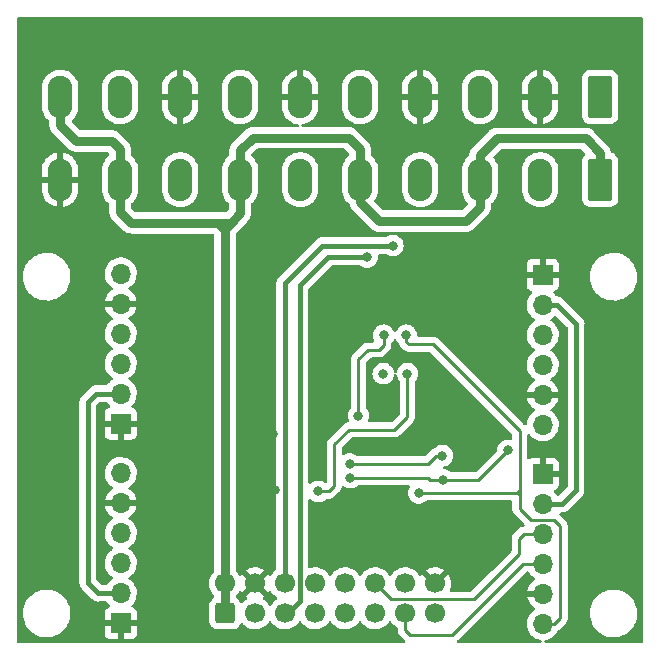
<source format=gbr>
%TF.GenerationSoftware,KiCad,Pcbnew,6.0.11+dfsg-1~bpo11+1*%
%TF.CreationDate,2023-07-05T16:37:14+02:00*%
%TF.ProjectId,aout4rib21,616f7574-3472-4696-9232-312e6b696361,1.1*%
%TF.SameCoordinates,Original*%
%TF.FileFunction,Copper,L4,Bot*%
%TF.FilePolarity,Positive*%
%FSLAX46Y46*%
G04 Gerber Fmt 4.6, Leading zero omitted, Abs format (unit mm)*
G04 Created by KiCad (PCBNEW 6.0.11+dfsg-1~bpo11+1) date 2023-07-05 16:37:14*
%MOMM*%
%LPD*%
G01*
G04 APERTURE LIST*
G04 Aperture macros list*
%AMRoundRect*
0 Rectangle with rounded corners*
0 $1 Rounding radius*
0 $2 $3 $4 $5 $6 $7 $8 $9 X,Y pos of 4 corners*
0 Add a 4 corners polygon primitive as box body*
4,1,4,$2,$3,$4,$5,$6,$7,$8,$9,$2,$3,0*
0 Add four circle primitives for the rounded corners*
1,1,$1+$1,$2,$3*
1,1,$1+$1,$4,$5*
1,1,$1+$1,$6,$7*
1,1,$1+$1,$8,$9*
0 Add four rect primitives between the rounded corners*
20,1,$1+$1,$2,$3,$4,$5,0*
20,1,$1+$1,$4,$5,$6,$7,0*
20,1,$1+$1,$6,$7,$8,$9,0*
20,1,$1+$1,$8,$9,$2,$3,0*%
G04 Aperture macros list end*
%TA.AperFunction,ComponentPad*%
%ADD10RoundRect,0.249999X0.790001X1.550001X-0.790001X1.550001X-0.790001X-1.550001X0.790001X-1.550001X0*%
%TD*%
%TA.AperFunction,ComponentPad*%
%ADD11O,2.080000X3.600000*%
%TD*%
%TA.AperFunction,ComponentPad*%
%ADD12R,1.700000X1.700000*%
%TD*%
%TA.AperFunction,ComponentPad*%
%ADD13O,1.700000X1.700000*%
%TD*%
%TA.AperFunction,ComponentPad*%
%ADD14RoundRect,0.250000X0.600000X-0.600000X0.600000X0.600000X-0.600000X0.600000X-0.600000X-0.600000X0*%
%TD*%
%TA.AperFunction,ComponentPad*%
%ADD15C,1.700000*%
%TD*%
%TA.AperFunction,ViaPad*%
%ADD16C,0.800000*%
%TD*%
%TA.AperFunction,Conductor*%
%ADD17C,0.400000*%
%TD*%
%TA.AperFunction,Conductor*%
%ADD18C,0.250000*%
%TD*%
%TA.AperFunction,Conductor*%
%ADD19C,0.800000*%
%TD*%
G04 APERTURE END LIST*
D10*
%TO.P,J3,1,Pin_1*%
%TO.N,+VSW*%
X168360000Y-80277500D03*
D11*
%TO.P,J3,2,Pin_2*%
%TO.N,Earth*%
X163280000Y-80277500D03*
%TO.P,J3,3,Pin_3*%
%TO.N,+VSW*%
X158200000Y-80277500D03*
%TO.P,J3,4,Pin_4*%
%TO.N,Earth*%
X153120000Y-80277500D03*
%TO.P,J3,5,Pin_5*%
%TO.N,+VSW*%
X148040000Y-80277500D03*
%TO.P,J3,6,Pin_6*%
%TO.N,Earth*%
X142960000Y-80277500D03*
%TO.P,J3,7,Pin_7*%
%TO.N,+VSW*%
X137880000Y-80277500D03*
%TO.P,J3,8,Pin_8*%
%TO.N,Earth*%
X132800000Y-80277500D03*
%TO.P,J3,9,Pin_9*%
%TO.N,+VSW*%
X127720000Y-80277500D03*
%TO.P,J3,10,Pin_10*%
%TO.N,GNDD*%
X122640000Y-80277500D03*
%TD*%
D12*
%TO.P,J6,1,Pin_1*%
%TO.N,GNDD*%
X127775000Y-117825000D03*
D13*
%TO.P,J6,2,Pin_2*%
%TO.N,+5V*%
X127775000Y-115285000D03*
%TO.P,J6,3,Pin_3*%
%TO.N,/SDA1*%
X127775000Y-112745000D03*
%TO.P,J6,4,Pin_4*%
%TO.N,/SCL1*%
X127775000Y-110205000D03*
%TO.P,J6,5,Pin_5*%
%TO.N,GNDD*%
X127775000Y-107665000D03*
%TO.P,J6,6,Pin_6*%
%TO.N,/VOM3*%
X127775000Y-105125000D03*
%TD*%
D10*
%TO.P,J2,1,Pin_1*%
%TO.N,Earth*%
X168360000Y-73277500D03*
D11*
%TO.P,J2,2,Pin_2*%
%TO.N,GNDD*%
X163280000Y-73277500D03*
%TO.P,J2,3,Pin_3*%
%TO.N,/VO4*%
X158200000Y-73277500D03*
%TO.P,J2,4,Pin_4*%
%TO.N,GNDD*%
X153120000Y-73277500D03*
%TO.P,J2,5,Pin_5*%
%TO.N,/VO3*%
X148040000Y-73277500D03*
%TO.P,J2,6,Pin_6*%
%TO.N,GNDD*%
X142960000Y-73277500D03*
%TO.P,J2,7,Pin_7*%
%TO.N,/VO2*%
X137880000Y-73277500D03*
%TO.P,J2,8,Pin_8*%
%TO.N,GNDD*%
X132800000Y-73277500D03*
%TO.P,J2,9,Pin_9*%
%TO.N,/VO1*%
X127720000Y-73277500D03*
%TO.P,J2,10,Pin_10*%
%TO.N,+VSW*%
X122640000Y-73277500D03*
%TD*%
D12*
%TO.P,J5,1,Pin_1*%
%TO.N,GNDD*%
X163500000Y-88340000D03*
D13*
%TO.P,J5,2,Pin_2*%
%TO.N,+5V*%
X163500000Y-90880000D03*
%TO.P,J5,3,Pin_3*%
%TO.N,/SDA0*%
X163500000Y-93420000D03*
%TO.P,J5,4,Pin_4*%
%TO.N,/SCL0*%
X163500000Y-95960000D03*
%TO.P,J5,5,Pin_5*%
%TO.N,GNDD*%
X163500000Y-98500000D03*
%TO.P,J5,6,Pin_6*%
%TO.N,/VOM2*%
X163500000Y-101040000D03*
%TD*%
D12*
%TO.P,J7,1,Pin_1*%
%TO.N,GNDD*%
X163525000Y-105200000D03*
D13*
%TO.P,J7,2,Pin_2*%
%TO.N,+5V*%
X163525000Y-107740000D03*
%TO.P,J7,3,Pin_3*%
%TO.N,/SDA1*%
X163525000Y-110280000D03*
%TO.P,J7,4,Pin_4*%
%TO.N,/SCL1*%
X163525000Y-112820000D03*
%TO.P,J7,5,Pin_5*%
%TO.N,GNDD*%
X163525000Y-115360000D03*
%TO.P,J7,6,Pin_6*%
%TO.N,/VOM4*%
X163525000Y-117900000D03*
%TD*%
D12*
%TO.P,J4,1,Pin_1*%
%TO.N,GNDD*%
X127775000Y-100925000D03*
D13*
%TO.P,J4,2,Pin_2*%
%TO.N,+5V*%
X127775000Y-98385000D03*
%TO.P,J4,3,Pin_3*%
%TO.N,/SDA0*%
X127775000Y-95845000D03*
%TO.P,J4,4,Pin_4*%
%TO.N,/SCL0*%
X127775000Y-93305000D03*
%TO.P,J4,5,Pin_5*%
%TO.N,GNDD*%
X127775000Y-90765000D03*
%TO.P,J4,6,Pin_6*%
%TO.N,/VOM1*%
X127775000Y-88225000D03*
%TD*%
D14*
%TO.P,J1,1,Pin_1*%
%TO.N,+VSW*%
X136610000Y-116992500D03*
D15*
%TO.P,J1,2,Pin_2*%
X136610000Y-114452500D03*
%TO.P,J1,3,Pin_3*%
%TO.N,Earth*%
X139150000Y-116992500D03*
%TO.P,J1,4,Pin_4*%
%TO.N,GNDD*%
X139150000Y-114452500D03*
%TO.P,J1,5,Pin_5*%
%TO.N,+12V*%
X141690000Y-116992500D03*
%TO.P,J1,6,Pin_6*%
%TO.N,-12V*%
X141690000Y-114452500D03*
%TO.P,J1,7,Pin_7*%
%TO.N,+5V*%
X144230000Y-116992500D03*
%TO.P,J1,8,Pin_8*%
%TO.N,unconnected-(J1-Pad8)*%
X144230000Y-114452500D03*
%TO.P,J1,9,Pin_9*%
%TO.N,unconnected-(J1-Pad9)*%
X146770000Y-116992500D03*
%TO.P,J1,10,Pin_10*%
%TO.N,unconnected-(J1-Pad10)*%
X146770000Y-114452500D03*
%TO.P,J1,11,Pin_11*%
%TO.N,unconnected-(J1-Pad11)*%
X149310000Y-116992500D03*
%TO.P,J1,12,Pin_12*%
%TO.N,/SDA1*%
X149310000Y-114452500D03*
%TO.P,J1,13,Pin_13*%
%TO.N,/SCL1*%
X151850000Y-116992500D03*
%TO.P,J1,14,Pin_14*%
%TO.N,/SDA0*%
X151850000Y-114452500D03*
%TO.P,J1,15,Pin_15*%
%TO.N,/SCL0*%
X154390000Y-116992500D03*
%TO.P,J1,16,Pin_16*%
%TO.N,GNDD*%
X154390000Y-114452500D03*
%TD*%
D16*
%TO.N,+12V*%
X148640000Y-86830000D03*
%TO.N,GNDD*%
X140870500Y-106550000D03*
X150370000Y-106680000D03*
X159500000Y-91500000D03*
X154100000Y-101960000D03*
X140700000Y-101810000D03*
X145250000Y-112550000D03*
%TO.N,-12V*%
X150820000Y-85860000D03*
%TO.N,/SCL0*%
X155100000Y-105700000D03*
X160550000Y-103200000D03*
X147200000Y-105500000D03*
%TO.N,/SDA0*%
X155000000Y-103650000D03*
X147150000Y-104350000D03*
%TO.N,/VOM1*%
X147900000Y-100250000D03*
X150035500Y-93450000D03*
%TO.N,/VOM2*%
X150000000Y-96700000D03*
%TO.N,/VOM3*%
X152050000Y-96700000D03*
X144500000Y-106670000D03*
%TO.N,/VOM4*%
X151950000Y-93450000D03*
X153000000Y-106800000D03*
%TD*%
D17*
%TO.N,+12V*%
X142960000Y-115960000D02*
X142960000Y-89210000D01*
X145340000Y-86830000D02*
X148640000Y-86830000D01*
X142960000Y-89210000D02*
X145340000Y-86830000D01*
X141670000Y-117250000D02*
X142960000Y-115960000D01*
%TO.N,+5V*%
X124990000Y-114390000D02*
X125885000Y-115285000D01*
X166330000Y-106560000D02*
X166330000Y-92470000D01*
X163525000Y-107740000D02*
X165150000Y-107740000D01*
X165150000Y-107740000D02*
X166330000Y-106560000D01*
X127775000Y-98385000D02*
X125695000Y-98385000D01*
X166330000Y-92470000D02*
X164740000Y-90880000D01*
X164740000Y-90880000D02*
X163500000Y-90880000D01*
X125885000Y-115285000D02*
X127775000Y-115285000D01*
X124990000Y-99090000D02*
X124990000Y-114390000D01*
X125695000Y-98385000D02*
X124990000Y-99090000D01*
%TO.N,-12V*%
X144830000Y-85860000D02*
X150820000Y-85860000D01*
X141670000Y-89020000D02*
X144830000Y-85860000D01*
X141670000Y-114710000D02*
X141670000Y-89020000D01*
D18*
%TO.N,/SCL0*%
X153750000Y-105500000D02*
X153950000Y-105700000D01*
X153950000Y-105700000D02*
X155100000Y-105700000D01*
X155100000Y-105700000D02*
X158050000Y-105700000D01*
X147200000Y-105500000D02*
X153750000Y-105500000D01*
X158050000Y-105700000D02*
X160550000Y-103200000D01*
%TO.N,/SDA0*%
X154450000Y-103650000D02*
X155000000Y-103650000D01*
X147150000Y-104350000D02*
X153750000Y-104350000D01*
X153750000Y-104350000D02*
X154450000Y-103650000D01*
%TO.N,/SCL1*%
X151850000Y-116992500D02*
X151850000Y-118400000D01*
X155820000Y-118820000D02*
X152270000Y-118820000D01*
X161820000Y-112820000D02*
X155820000Y-118820000D01*
X163525000Y-112820000D02*
X161820000Y-112820000D01*
X151850000Y-118400000D02*
X152270000Y-118820000D01*
%TO.N,/SDA1*%
X161495000Y-110695000D02*
X161910000Y-110280000D01*
X150675000Y-115817500D02*
X157682500Y-115817500D01*
X161500000Y-112000000D02*
X161500000Y-110700000D01*
X157682500Y-115817500D02*
X158025000Y-115475000D01*
X149310000Y-114452500D02*
X150675000Y-115817500D01*
X161910000Y-110280000D02*
X163525000Y-110280000D01*
X161500000Y-110700000D02*
X161495000Y-110695000D01*
X158025000Y-115475000D02*
X161500000Y-112000000D01*
D19*
%TO.N,+VSW*%
X168360000Y-78020000D02*
X168360000Y-80277500D01*
X159600000Y-76790000D02*
X167130000Y-76790000D01*
X148040000Y-82180000D02*
X149640000Y-83780000D01*
X137880000Y-83130000D02*
X137080000Y-83930000D01*
X136590000Y-114710000D02*
X136590000Y-85480000D01*
X158200000Y-80277500D02*
X158200000Y-78190000D01*
X136590000Y-84420000D02*
X137080000Y-83930000D01*
X147090000Y-76730000D02*
X148040000Y-77680000D01*
X148040000Y-77680000D02*
X148040000Y-80277500D01*
X127720000Y-82980000D02*
X128670000Y-83930000D01*
X124000000Y-77000000D02*
X127000000Y-77000000D01*
X136590000Y-85480000D02*
X136590000Y-84420000D01*
X158200000Y-82570000D02*
X158200000Y-80277500D01*
X127000000Y-77000000D02*
X127720000Y-77720000D01*
X148040000Y-80277500D02*
X148040000Y-82180000D01*
X128670000Y-83930000D02*
X136000000Y-83930000D01*
X136590000Y-85480000D02*
X136590000Y-84520000D01*
X136000000Y-83930000D02*
X137080000Y-83930000D01*
X138950000Y-76730000D02*
X147090000Y-76730000D01*
X137880000Y-80277500D02*
X137880000Y-77800000D01*
X122640000Y-75640000D02*
X124000000Y-77000000D01*
X137880000Y-80277500D02*
X137880000Y-83130000D01*
X136590000Y-84520000D02*
X136000000Y-83930000D01*
X127720000Y-80277500D02*
X127720000Y-82980000D01*
X122640000Y-73277500D02*
X122640000Y-75640000D01*
X156990000Y-83780000D02*
X158200000Y-82570000D01*
X149640000Y-83780000D02*
X156990000Y-83780000D01*
X167130000Y-76790000D02*
X168360000Y-78020000D01*
X158200000Y-78190000D02*
X159600000Y-76790000D01*
X137880000Y-77800000D02*
X138950000Y-76730000D01*
X136610000Y-116992500D02*
X136610000Y-114452500D01*
X127720000Y-77720000D02*
X127720000Y-80277500D01*
D18*
%TO.N,/VOM1*%
X148700000Y-94700000D02*
X149650000Y-94700000D01*
X147900000Y-95500000D02*
X148700000Y-94700000D01*
X150035500Y-93450000D02*
X150035500Y-94314500D01*
X147900000Y-100250000D02*
X147900000Y-95500000D01*
X149650000Y-94700000D02*
X150035500Y-94314500D01*
%TO.N,/VOM3*%
X145850000Y-102700000D02*
X147100000Y-101450000D01*
X144500000Y-106670000D02*
X145380000Y-106670000D01*
X147100000Y-101450000D02*
X150950000Y-101450000D01*
X150950000Y-101450000D02*
X152050000Y-100350000D01*
X145380000Y-106670000D02*
X145390000Y-106660000D01*
X152050000Y-100350000D02*
X152050000Y-96700000D01*
X145850000Y-106200000D02*
X145850000Y-102700000D01*
X145390000Y-106660000D02*
X145850000Y-106200000D01*
%TO.N,/VOM4*%
X161350000Y-106800000D02*
X161555000Y-106595000D01*
X161555000Y-108135000D02*
X161555000Y-107005000D01*
X161555000Y-106595000D02*
X161555000Y-101555000D01*
X164970000Y-117420000D02*
X164970000Y-109580000D01*
X161555000Y-101555000D02*
X154200000Y-94200000D01*
X152150000Y-94200000D02*
X151950000Y-94000000D01*
X162480000Y-109060000D02*
X161555000Y-108135000D01*
X151950000Y-94000000D02*
X151950000Y-93450000D01*
X163525000Y-117900000D02*
X164490000Y-117900000D01*
X164490000Y-117900000D02*
X164970000Y-117420000D01*
X164450000Y-109060000D02*
X162480000Y-109060000D01*
X164970000Y-109580000D02*
X164450000Y-109060000D01*
X161350000Y-106800000D02*
X161555000Y-107005000D01*
X154200000Y-94200000D02*
X152150000Y-94200000D01*
X161555000Y-107005000D02*
X161555000Y-106595000D01*
X153000000Y-106800000D02*
X161350000Y-106800000D01*
%TD*%
%TA.AperFunction,Conductor*%
%TO.N,GNDD*%
G36*
X162317395Y-113473502D02*
G01*
X162356707Y-113513665D01*
X162424987Y-113625088D01*
X162571250Y-113793938D01*
X162743126Y-113936632D01*
X162749773Y-113940516D01*
X162816955Y-113979774D01*
X162865679Y-114031412D01*
X162878750Y-114101195D01*
X162852019Y-114166967D01*
X162811562Y-114200327D01*
X162803457Y-114204546D01*
X162794738Y-114210036D01*
X162624433Y-114337905D01*
X162616726Y-114344748D01*
X162469590Y-114498717D01*
X162463104Y-114506727D01*
X162343098Y-114682649D01*
X162338000Y-114691623D01*
X162248338Y-114884783D01*
X162244775Y-114894470D01*
X162189389Y-115094183D01*
X162190912Y-115102607D01*
X162203292Y-115106000D01*
X163653000Y-115106000D01*
X163721121Y-115126002D01*
X163767614Y-115179658D01*
X163779000Y-115232000D01*
X163779000Y-115488000D01*
X163758998Y-115556121D01*
X163705342Y-115602614D01*
X163653000Y-115614000D01*
X162208225Y-115614000D01*
X162194694Y-115617973D01*
X162193257Y-115627966D01*
X162223565Y-115762446D01*
X162226645Y-115772275D01*
X162306770Y-115969603D01*
X162311413Y-115978794D01*
X162422694Y-116160388D01*
X162428777Y-116168699D01*
X162568213Y-116329667D01*
X162575580Y-116336883D01*
X162739434Y-116472916D01*
X162747881Y-116478831D01*
X162816969Y-116519203D01*
X162865693Y-116570842D01*
X162878764Y-116640625D01*
X162852033Y-116706396D01*
X162811584Y-116739752D01*
X162798607Y-116746507D01*
X162794474Y-116749610D01*
X162794471Y-116749612D01*
X162630601Y-116872649D01*
X162619965Y-116880635D01*
X162616393Y-116884373D01*
X162479442Y-117027684D01*
X162465629Y-117042138D01*
X162339743Y-117226680D01*
X162296835Y-117319117D01*
X162263875Y-117390125D01*
X162245688Y-117429305D01*
X162185989Y-117644570D01*
X162162251Y-117866695D01*
X162162548Y-117871848D01*
X162162548Y-117871851D01*
X162174030Y-118070983D01*
X162175110Y-118089715D01*
X162176247Y-118094761D01*
X162176248Y-118094767D01*
X162190804Y-118159353D01*
X162224222Y-118307639D01*
X162276300Y-118435892D01*
X162301822Y-118498745D01*
X162308266Y-118514616D01*
X162323025Y-118538700D01*
X162398843Y-118662424D01*
X162424987Y-118705088D01*
X162571250Y-118873938D01*
X162743126Y-119016632D01*
X162936000Y-119129338D01*
X163144692Y-119209030D01*
X163149760Y-119210061D01*
X163149763Y-119210062D01*
X163306891Y-119242030D01*
X163369656Y-119275211D01*
X163404518Y-119337059D01*
X163400409Y-119407937D01*
X163358632Y-119465341D01*
X163292453Y-119491046D01*
X163281770Y-119491500D01*
X156354430Y-119491500D01*
X156286309Y-119471498D01*
X156239816Y-119417842D01*
X156229712Y-119347568D01*
X156257346Y-119285184D01*
X156285299Y-119251395D01*
X156293288Y-119242616D01*
X162045499Y-113490405D01*
X162107811Y-113456379D01*
X162134594Y-113453500D01*
X162249274Y-113453500D01*
X162317395Y-113473502D01*
G37*
%TD.AperFunction*%
%TA.AperFunction,Conductor*%
G36*
X171933621Y-66528502D02*
G01*
X171980114Y-66582158D01*
X171991500Y-66634500D01*
X171991500Y-119365500D01*
X171971498Y-119433621D01*
X171917842Y-119480114D01*
X171865500Y-119491500D01*
X163768588Y-119491500D01*
X163700467Y-119471498D01*
X163653974Y-119417842D01*
X163643870Y-119347568D01*
X163673364Y-119282988D01*
X163733090Y-119244604D01*
X163752578Y-119240521D01*
X163803288Y-119234025D01*
X163803289Y-119234025D01*
X163808416Y-119233368D01*
X163813366Y-119231883D01*
X164017429Y-119170661D01*
X164017434Y-119170659D01*
X164022384Y-119169174D01*
X164222994Y-119070896D01*
X164404860Y-118941173D01*
X164433078Y-118913054D01*
X164559435Y-118787137D01*
X164563096Y-118783489D01*
X164568478Y-118776000D01*
X164604054Y-118726490D01*
X164693453Y-118602077D01*
X164695741Y-118597448D01*
X164695745Y-118597441D01*
X164734534Y-118518958D01*
X164786791Y-118464370D01*
X164790248Y-118462469D01*
X164797617Y-118459552D01*
X164833387Y-118433564D01*
X164843307Y-118427048D01*
X164874535Y-118408580D01*
X164874538Y-118408578D01*
X164881362Y-118404542D01*
X164895683Y-118390221D01*
X164910717Y-118377380D01*
X164920694Y-118370131D01*
X164927107Y-118365472D01*
X164955298Y-118331395D01*
X164963288Y-118322616D01*
X165362247Y-117923657D01*
X165370537Y-117916113D01*
X165377018Y-117912000D01*
X165423659Y-117862332D01*
X165426413Y-117859491D01*
X165446135Y-117839769D01*
X165448612Y-117836576D01*
X165456317Y-117827555D01*
X165481159Y-117801100D01*
X165486586Y-117795321D01*
X165490407Y-117788371D01*
X165496346Y-117777568D01*
X165507202Y-117761041D01*
X165514757Y-117751302D01*
X165514758Y-117751300D01*
X165519614Y-117745040D01*
X165537174Y-117704460D01*
X165542391Y-117693812D01*
X165559875Y-117662009D01*
X165559876Y-117662007D01*
X165563695Y-117655060D01*
X165566389Y-117644570D01*
X165568733Y-117635438D01*
X165575137Y-117616734D01*
X165580033Y-117605420D01*
X165580033Y-117605419D01*
X165583181Y-117598145D01*
X165584420Y-117590322D01*
X165584423Y-117590312D01*
X165590099Y-117554476D01*
X165592505Y-117542856D01*
X165601528Y-117507711D01*
X165601528Y-117507710D01*
X165603500Y-117500030D01*
X165603500Y-117479776D01*
X165605051Y-117460065D01*
X165606980Y-117447886D01*
X165608220Y-117440057D01*
X165604059Y-117396038D01*
X165603500Y-117384181D01*
X165603500Y-116978918D01*
X167486917Y-116978918D01*
X167487334Y-116986156D01*
X167502682Y-117252320D01*
X167555405Y-117521053D01*
X167556792Y-117525103D01*
X167556793Y-117525108D01*
X167640255Y-117768879D01*
X167644112Y-117780144D01*
X167692317Y-117875989D01*
X167742837Y-117976437D01*
X167767160Y-118024799D01*
X167769586Y-118028328D01*
X167769589Y-118028334D01*
X167919843Y-118246953D01*
X167922274Y-118250490D01*
X167925161Y-118253663D01*
X167925162Y-118253664D01*
X168103595Y-118449760D01*
X168106582Y-118453043D01*
X168109877Y-118455798D01*
X168109878Y-118455799D01*
X168171709Y-118507497D01*
X168316675Y-118628707D01*
X168320316Y-118630991D01*
X168545024Y-118771951D01*
X168545028Y-118771953D01*
X168548664Y-118774234D01*
X168616544Y-118804883D01*
X168794345Y-118885164D01*
X168794349Y-118885166D01*
X168798257Y-118886930D01*
X168802377Y-118888150D01*
X168802376Y-118888150D01*
X169056723Y-118963491D01*
X169056727Y-118963492D01*
X169060836Y-118964709D01*
X169065070Y-118965357D01*
X169065075Y-118965358D01*
X169327298Y-119005483D01*
X169327300Y-119005483D01*
X169331540Y-119006132D01*
X169470912Y-119008322D01*
X169601071Y-119010367D01*
X169601077Y-119010367D01*
X169605362Y-119010434D01*
X169877235Y-118977534D01*
X170142127Y-118908041D01*
X170146087Y-118906401D01*
X170146092Y-118906399D01*
X170313376Y-118837107D01*
X170395136Y-118803241D01*
X170513359Y-118734157D01*
X170627879Y-118667237D01*
X170627880Y-118667236D01*
X170631582Y-118665073D01*
X170847089Y-118496094D01*
X170851086Y-118491970D01*
X170992291Y-118346257D01*
X171037669Y-118299431D01*
X171040202Y-118295983D01*
X171040206Y-118295978D01*
X171197257Y-118082178D01*
X171199795Y-118078723D01*
X171203434Y-118072021D01*
X171328418Y-117841830D01*
X171328419Y-117841828D01*
X171330468Y-117838054D01*
X171386884Y-117688754D01*
X171425751Y-117585895D01*
X171425752Y-117585891D01*
X171427269Y-117581877D01*
X171461069Y-117434297D01*
X171487449Y-117319117D01*
X171487450Y-117319113D01*
X171488407Y-117314933D01*
X171495865Y-117231375D01*
X171512531Y-117044627D01*
X171512531Y-117044625D01*
X171512751Y-117042161D01*
X171513193Y-117000000D01*
X171508444Y-116930331D01*
X171494859Y-116731055D01*
X171494858Y-116731049D01*
X171494567Y-116726778D01*
X171477995Y-116646753D01*
X171439901Y-116462809D01*
X171439032Y-116458612D01*
X171347617Y-116200465D01*
X171242753Y-115997295D01*
X171223978Y-115960919D01*
X171223978Y-115960918D01*
X171222013Y-115957112D01*
X171212040Y-115942921D01*
X171107392Y-115794022D01*
X171064545Y-115733057D01*
X170960547Y-115621142D01*
X170881046Y-115535588D01*
X170881043Y-115535585D01*
X170878125Y-115532445D01*
X170874810Y-115529731D01*
X170874806Y-115529728D01*
X170669523Y-115361706D01*
X170666205Y-115358990D01*
X170432704Y-115215901D01*
X170422405Y-115211380D01*
X170185873Y-115107549D01*
X170185869Y-115107548D01*
X170181945Y-115105825D01*
X169918566Y-115030800D01*
X169914324Y-115030196D01*
X169914318Y-115030195D01*
X169713834Y-115001662D01*
X169647443Y-114992213D01*
X169503589Y-114991460D01*
X169377877Y-114990802D01*
X169377871Y-114990802D01*
X169373591Y-114990780D01*
X169369347Y-114991339D01*
X169369343Y-114991339D01*
X169250302Y-115007011D01*
X169102078Y-115026525D01*
X169097938Y-115027658D01*
X169097936Y-115027658D01*
X169052573Y-115040068D01*
X168837928Y-115098788D01*
X168833980Y-115100472D01*
X168589982Y-115204546D01*
X168589978Y-115204548D01*
X168586030Y-115206232D01*
X168566125Y-115218145D01*
X168354725Y-115344664D01*
X168354721Y-115344667D01*
X168351043Y-115346868D01*
X168137318Y-115518094D01*
X168039415Y-115621262D01*
X167971966Y-115692339D01*
X167948808Y-115716742D01*
X167789002Y-115939136D01*
X167660857Y-116181161D01*
X167659385Y-116185184D01*
X167659383Y-116185188D01*
X167591332Y-116371145D01*
X167566743Y-116438337D01*
X167508404Y-116705907D01*
X167507092Y-116722581D01*
X167491278Y-116923514D01*
X167486917Y-116978918D01*
X165603500Y-116978918D01*
X165603500Y-109658767D01*
X165604027Y-109647584D01*
X165605702Y-109640091D01*
X165605121Y-109621589D01*
X165603562Y-109572014D01*
X165603500Y-109568055D01*
X165603500Y-109540144D01*
X165602994Y-109536135D01*
X165602062Y-109524301D01*
X165600922Y-109488030D01*
X165600673Y-109480111D01*
X165595021Y-109460657D01*
X165591013Y-109441300D01*
X165589468Y-109429070D01*
X165589468Y-109429069D01*
X165588474Y-109421203D01*
X165585555Y-109413830D01*
X165572196Y-109380088D01*
X165568351Y-109368858D01*
X165558229Y-109334017D01*
X165558229Y-109334016D01*
X165556018Y-109326407D01*
X165551985Y-109319588D01*
X165551983Y-109319583D01*
X165545707Y-109308972D01*
X165537012Y-109291224D01*
X165529552Y-109272383D01*
X165503564Y-109236613D01*
X165497048Y-109226693D01*
X165478580Y-109195465D01*
X165478578Y-109195462D01*
X165474542Y-109188638D01*
X165460221Y-109174317D01*
X165447380Y-109159283D01*
X165440132Y-109149307D01*
X165435472Y-109142893D01*
X165401407Y-109114712D01*
X165392626Y-109106722D01*
X164953647Y-108667742D01*
X164946112Y-108659462D01*
X164942000Y-108652982D01*
X164941065Y-108652104D01*
X164914218Y-108589583D01*
X164925922Y-108519558D01*
X164973626Y-108466976D01*
X165039312Y-108448500D01*
X165121088Y-108448500D01*
X165129658Y-108448792D01*
X165179776Y-108452209D01*
X165179780Y-108452209D01*
X165187352Y-108452725D01*
X165194829Y-108451420D01*
X165194830Y-108451420D01*
X165221308Y-108446799D01*
X165250303Y-108441738D01*
X165256821Y-108440777D01*
X165320242Y-108433102D01*
X165327343Y-108430419D01*
X165329952Y-108429778D01*
X165346262Y-108425315D01*
X165348798Y-108424550D01*
X165356284Y-108423243D01*
X165414800Y-108397556D01*
X165420904Y-108395065D01*
X165473548Y-108375173D01*
X165473549Y-108375172D01*
X165480656Y-108372487D01*
X165486919Y-108368183D01*
X165489285Y-108366946D01*
X165504097Y-108358701D01*
X165506351Y-108357368D01*
X165513305Y-108354315D01*
X165564002Y-108315413D01*
X165569332Y-108311541D01*
X165615720Y-108279661D01*
X165615725Y-108279656D01*
X165621981Y-108275357D01*
X165640708Y-108254339D01*
X165663435Y-108228830D01*
X165668416Y-108223554D01*
X166810520Y-107081450D01*
X166816785Y-107075596D01*
X166817534Y-107074943D01*
X166860385Y-107037561D01*
X166897129Y-106985280D01*
X166901061Y-106979986D01*
X166935791Y-106935693D01*
X166940476Y-106929718D01*
X166943599Y-106922802D01*
X166944983Y-106920516D01*
X166953357Y-106905835D01*
X166954622Y-106903475D01*
X166958990Y-106897261D01*
X166963224Y-106886403D01*
X166982202Y-106837725D01*
X166984759Y-106831642D01*
X166985611Y-106829757D01*
X167011045Y-106773427D01*
X167012429Y-106765960D01*
X167013230Y-106763405D01*
X167017859Y-106747152D01*
X167018522Y-106744572D01*
X167021282Y-106737491D01*
X167029622Y-106674139D01*
X167030653Y-106667632D01*
X167038947Y-106622886D01*
X167042296Y-106604814D01*
X167039538Y-106556976D01*
X167038709Y-106542608D01*
X167038500Y-106535354D01*
X167038500Y-92498927D01*
X167038792Y-92490358D01*
X167042210Y-92440225D01*
X167042210Y-92440221D01*
X167042726Y-92432648D01*
X167031736Y-92369681D01*
X167030775Y-92363165D01*
X167023102Y-92299758D01*
X167020419Y-92292657D01*
X167019778Y-92290048D01*
X167015313Y-92273728D01*
X167014548Y-92271195D01*
X167013243Y-92263717D01*
X166987552Y-92205190D01*
X166985067Y-92199102D01*
X166965172Y-92146449D01*
X166965171Y-92146447D01*
X166962487Y-92139344D01*
X166958186Y-92133085D01*
X166956949Y-92130720D01*
X166948727Y-92115948D01*
X166947372Y-92113656D01*
X166944316Y-92106695D01*
X166939691Y-92100668D01*
X166939689Y-92100664D01*
X166905407Y-92055987D01*
X166901529Y-92050650D01*
X166900333Y-92048909D01*
X166865357Y-91998019D01*
X166818838Y-91956572D01*
X166813563Y-91951592D01*
X165261442Y-90399472D01*
X165255588Y-90393206D01*
X165222556Y-90355340D01*
X165222553Y-90355337D01*
X165217561Y-90349615D01*
X165165280Y-90312871D01*
X165159986Y-90308939D01*
X165115693Y-90274209D01*
X165109718Y-90269524D01*
X165102802Y-90266401D01*
X165100516Y-90265017D01*
X165085835Y-90256643D01*
X165083475Y-90255378D01*
X165077261Y-90251010D01*
X165070182Y-90248250D01*
X165070180Y-90248249D01*
X165017725Y-90227798D01*
X165011656Y-90225247D01*
X164953427Y-90198955D01*
X164945960Y-90197571D01*
X164943405Y-90196770D01*
X164927152Y-90192141D01*
X164924572Y-90191478D01*
X164917491Y-90188718D01*
X164909960Y-90187727D01*
X164909958Y-90187726D01*
X164880339Y-90183827D01*
X164854139Y-90180378D01*
X164847641Y-90179348D01*
X164784814Y-90167704D01*
X164777234Y-90168141D01*
X164777232Y-90168141D01*
X164735074Y-90170572D01*
X164665915Y-90154525D01*
X164622030Y-90113222D01*
X164582824Y-90052621D01*
X164580014Y-90048277D01*
X164576540Y-90044459D01*
X164576533Y-90044450D01*
X164432435Y-89886088D01*
X164401383Y-89822242D01*
X164409779Y-89751744D01*
X164454956Y-89696976D01*
X164481400Y-89683307D01*
X164588052Y-89643325D01*
X164603649Y-89634786D01*
X164705724Y-89558285D01*
X164718285Y-89545724D01*
X164794786Y-89443649D01*
X164803324Y-89428054D01*
X164848478Y-89307606D01*
X164852105Y-89292351D01*
X164857631Y-89241486D01*
X164858000Y-89234672D01*
X164858000Y-88612115D01*
X164853525Y-88596876D01*
X164852135Y-88595671D01*
X164844452Y-88594000D01*
X162160116Y-88594000D01*
X162144877Y-88598475D01*
X162143672Y-88599865D01*
X162142001Y-88607548D01*
X162142001Y-89234669D01*
X162142371Y-89241490D01*
X162147895Y-89292352D01*
X162151521Y-89307604D01*
X162196676Y-89428054D01*
X162205214Y-89443649D01*
X162281715Y-89545724D01*
X162294276Y-89558285D01*
X162396351Y-89634786D01*
X162411946Y-89643324D01*
X162520827Y-89684142D01*
X162577591Y-89726784D01*
X162602291Y-89793345D01*
X162587083Y-89862694D01*
X162567691Y-89889175D01*
X162504024Y-89955799D01*
X162440629Y-90022138D01*
X162314743Y-90206680D01*
X162270926Y-90301077D01*
X162245738Y-90355340D01*
X162220688Y-90409305D01*
X162160989Y-90624570D01*
X162137251Y-90846695D01*
X162137548Y-90851848D01*
X162137548Y-90851851D01*
X162148849Y-91047837D01*
X162150110Y-91069715D01*
X162151247Y-91074761D01*
X162151248Y-91074767D01*
X162172135Y-91167446D01*
X162199222Y-91287639D01*
X162283266Y-91494616D01*
X162285965Y-91499020D01*
X162379596Y-91651812D01*
X162399987Y-91685088D01*
X162546250Y-91853938D01*
X162718126Y-91996632D01*
X162731211Y-92004278D01*
X162791445Y-92039476D01*
X162840169Y-92091114D01*
X162853240Y-92160897D01*
X162826509Y-92226669D01*
X162786055Y-92260027D01*
X162778967Y-92263717D01*
X162773607Y-92266507D01*
X162769474Y-92269610D01*
X162769471Y-92269612D01*
X162713189Y-92311870D01*
X162594965Y-92400635D01*
X162440629Y-92562138D01*
X162437715Y-92566410D01*
X162437714Y-92566411D01*
X162427622Y-92581206D01*
X162314743Y-92746680D01*
X162220688Y-92949305D01*
X162160989Y-93164570D01*
X162137251Y-93386695D01*
X162137548Y-93391848D01*
X162137548Y-93391851D01*
X162146465Y-93546498D01*
X162150110Y-93609715D01*
X162151247Y-93614761D01*
X162151248Y-93614767D01*
X162163443Y-93668879D01*
X162199222Y-93827639D01*
X162260673Y-93978976D01*
X162265904Y-93991857D01*
X162283266Y-94034616D01*
X162313801Y-94084444D01*
X162390606Y-94209779D01*
X162399987Y-94225088D01*
X162546250Y-94393938D01*
X162718126Y-94536632D01*
X162740250Y-94549560D01*
X162791445Y-94579476D01*
X162840169Y-94631114D01*
X162853240Y-94700897D01*
X162826509Y-94766669D01*
X162786055Y-94800027D01*
X162773607Y-94806507D01*
X162769474Y-94809610D01*
X162769471Y-94809612D01*
X162599100Y-94937530D01*
X162594965Y-94940635D01*
X162591393Y-94944373D01*
X162458578Y-95083356D01*
X162440629Y-95102138D01*
X162437715Y-95106410D01*
X162437714Y-95106411D01*
X162423787Y-95126827D01*
X162314743Y-95286680D01*
X162291988Y-95335702D01*
X162225034Y-95479943D01*
X162220688Y-95489305D01*
X162160989Y-95704570D01*
X162137251Y-95926695D01*
X162137548Y-95931848D01*
X162137548Y-95931851D01*
X162148854Y-96127939D01*
X162150110Y-96149715D01*
X162151247Y-96154761D01*
X162151248Y-96154767D01*
X162154405Y-96168774D01*
X162199222Y-96367639D01*
X162283266Y-96574616D01*
X162285965Y-96579020D01*
X162379795Y-96732137D01*
X162399987Y-96765088D01*
X162546250Y-96933938D01*
X162718126Y-97076632D01*
X162769960Y-97106921D01*
X162791955Y-97119774D01*
X162840679Y-97171412D01*
X162853750Y-97241195D01*
X162827019Y-97306967D01*
X162786562Y-97340327D01*
X162778457Y-97344546D01*
X162769738Y-97350036D01*
X162599433Y-97477905D01*
X162591726Y-97484748D01*
X162444590Y-97638717D01*
X162438104Y-97646727D01*
X162318098Y-97822649D01*
X162313000Y-97831623D01*
X162223338Y-98024783D01*
X162219775Y-98034470D01*
X162164389Y-98234183D01*
X162165912Y-98242607D01*
X162178292Y-98246000D01*
X164818344Y-98246000D01*
X164831875Y-98242027D01*
X164833180Y-98232947D01*
X164791214Y-98065875D01*
X164787894Y-98056124D01*
X164702972Y-97860814D01*
X164698105Y-97851739D01*
X164582426Y-97672926D01*
X164576136Y-97664757D01*
X164432806Y-97507240D01*
X164425273Y-97500215D01*
X164258139Y-97368222D01*
X164249556Y-97362520D01*
X164212602Y-97342120D01*
X164162631Y-97291687D01*
X164147859Y-97222245D01*
X164172975Y-97155839D01*
X164200327Y-97129232D01*
X164231606Y-97106921D01*
X164379860Y-97001173D01*
X164419540Y-96961632D01*
X164492254Y-96889171D01*
X164538096Y-96843489D01*
X164597594Y-96760689D01*
X164665435Y-96666277D01*
X164668453Y-96662077D01*
X164674379Y-96650088D01*
X164765136Y-96466453D01*
X164765137Y-96466451D01*
X164767430Y-96461811D01*
X164809689Y-96322721D01*
X164830865Y-96253023D01*
X164830865Y-96253021D01*
X164832370Y-96248069D01*
X164861529Y-96026590D01*
X164863156Y-95960000D01*
X164844852Y-95737361D01*
X164790431Y-95520702D01*
X164701354Y-95315840D01*
X164624144Y-95196492D01*
X164582822Y-95132617D01*
X164582820Y-95132614D01*
X164580014Y-95128277D01*
X164429670Y-94963051D01*
X164425619Y-94959852D01*
X164425615Y-94959848D01*
X164258414Y-94827800D01*
X164258410Y-94827798D01*
X164254359Y-94824598D01*
X164213053Y-94801796D01*
X164163084Y-94751364D01*
X164148312Y-94681921D01*
X164173428Y-94615516D01*
X164200780Y-94588909D01*
X164266715Y-94541878D01*
X164379860Y-94461173D01*
X164403757Y-94437360D01*
X164492254Y-94349171D01*
X164538096Y-94303489D01*
X164547397Y-94290546D01*
X164665435Y-94126277D01*
X164668453Y-94122077D01*
X164674379Y-94110088D01*
X164765136Y-93926453D01*
X164765137Y-93926451D01*
X164767430Y-93921811D01*
X164829430Y-93717745D01*
X164830865Y-93713023D01*
X164830865Y-93713021D01*
X164832370Y-93708069D01*
X164861529Y-93486590D01*
X164862423Y-93450000D01*
X164863074Y-93423365D01*
X164863074Y-93423361D01*
X164863156Y-93420000D01*
X164844852Y-93197361D01*
X164790431Y-92980702D01*
X164701354Y-92775840D01*
X164626957Y-92660840D01*
X164582822Y-92592617D01*
X164582820Y-92592614D01*
X164580014Y-92588277D01*
X164429670Y-92423051D01*
X164425619Y-92419852D01*
X164425615Y-92419848D01*
X164258414Y-92287800D01*
X164258410Y-92287798D01*
X164254359Y-92284598D01*
X164213053Y-92261796D01*
X164163084Y-92211364D01*
X164148312Y-92141921D01*
X164173428Y-92075516D01*
X164200780Y-92048909D01*
X164263350Y-92004278D01*
X164379860Y-91921173D01*
X164490787Y-91810633D01*
X164553156Y-91776718D01*
X164623963Y-91781906D01*
X164668820Y-91810790D01*
X165584595Y-92726565D01*
X165618621Y-92788877D01*
X165621500Y-92815660D01*
X165621500Y-106214340D01*
X165601498Y-106282461D01*
X165584595Y-106303435D01*
X164893435Y-106994595D01*
X164831123Y-107028621D01*
X164804340Y-107031500D01*
X164753286Y-107031500D01*
X164685165Y-107011498D01*
X164647494Y-106973941D01*
X164618885Y-106929718D01*
X164605014Y-106908277D01*
X164601540Y-106904459D01*
X164601533Y-106904450D01*
X164457435Y-106746088D01*
X164426383Y-106682242D01*
X164434779Y-106611744D01*
X164479956Y-106556976D01*
X164506400Y-106543307D01*
X164613052Y-106503325D01*
X164628649Y-106494786D01*
X164730724Y-106418285D01*
X164743285Y-106405724D01*
X164819786Y-106303649D01*
X164828324Y-106288054D01*
X164873478Y-106167606D01*
X164877105Y-106152351D01*
X164882631Y-106101486D01*
X164883000Y-106094672D01*
X164883000Y-105472115D01*
X164878525Y-105456876D01*
X164877135Y-105455671D01*
X164869452Y-105454000D01*
X163397000Y-105454000D01*
X163328879Y-105433998D01*
X163282386Y-105380342D01*
X163271000Y-105328000D01*
X163271000Y-104927885D01*
X163779000Y-104927885D01*
X163783475Y-104943124D01*
X163784865Y-104944329D01*
X163792548Y-104946000D01*
X164864884Y-104946000D01*
X164880123Y-104941525D01*
X164881328Y-104940135D01*
X164882999Y-104932452D01*
X164882999Y-104305331D01*
X164882629Y-104298510D01*
X164877105Y-104247648D01*
X164873479Y-104232396D01*
X164828324Y-104111946D01*
X164819786Y-104096351D01*
X164743285Y-103994276D01*
X164730724Y-103981715D01*
X164628649Y-103905214D01*
X164613054Y-103896676D01*
X164492606Y-103851522D01*
X164477351Y-103847895D01*
X164426486Y-103842369D01*
X164419672Y-103842000D01*
X163797115Y-103842000D01*
X163781876Y-103846475D01*
X163780671Y-103847865D01*
X163779000Y-103855548D01*
X163779000Y-104927885D01*
X163271000Y-104927885D01*
X163271000Y-103860116D01*
X163266525Y-103844877D01*
X163265135Y-103843672D01*
X163257452Y-103842001D01*
X162630331Y-103842001D01*
X162623510Y-103842371D01*
X162572648Y-103847895D01*
X162557396Y-103851521D01*
X162436946Y-103896676D01*
X162421352Y-103905214D01*
X162390065Y-103928662D01*
X162323559Y-103953510D01*
X162254176Y-103938457D01*
X162203946Y-103888283D01*
X162188500Y-103827836D01*
X162188500Y-101938842D01*
X162208502Y-101870721D01*
X162262158Y-101824228D01*
X162332432Y-101814124D01*
X162397012Y-101843618D01*
X162409737Y-101856344D01*
X162542865Y-102010031D01*
X162542869Y-102010035D01*
X162546250Y-102013938D01*
X162718126Y-102156632D01*
X162911000Y-102269338D01*
X162915825Y-102271180D01*
X162915826Y-102271181D01*
X162972629Y-102292872D01*
X163119692Y-102349030D01*
X163124760Y-102350061D01*
X163124763Y-102350062D01*
X163227314Y-102370926D01*
X163338597Y-102393567D01*
X163343772Y-102393757D01*
X163343774Y-102393757D01*
X163556673Y-102401564D01*
X163556677Y-102401564D01*
X163561837Y-102401753D01*
X163566957Y-102401097D01*
X163566959Y-102401097D01*
X163778288Y-102374025D01*
X163778289Y-102374025D01*
X163783416Y-102373368D01*
X163791556Y-102370926D01*
X163992429Y-102310661D01*
X163992434Y-102310659D01*
X163997384Y-102309174D01*
X164197994Y-102210896D01*
X164379860Y-102081173D01*
X164392604Y-102068474D01*
X164481314Y-101980073D01*
X164538096Y-101923489D01*
X164548245Y-101909366D01*
X164665435Y-101746277D01*
X164668453Y-101742077D01*
X164767430Y-101541811D01*
X164832370Y-101328069D01*
X164861529Y-101106590D01*
X164863156Y-101040000D01*
X164844852Y-100817361D01*
X164790431Y-100600702D01*
X164701354Y-100395840D01*
X164580014Y-100208277D01*
X164429670Y-100043051D01*
X164425619Y-100039852D01*
X164425615Y-100039848D01*
X164258414Y-99907800D01*
X164258410Y-99907798D01*
X164254359Y-99904598D01*
X164212569Y-99881529D01*
X164162598Y-99831097D01*
X164147826Y-99761654D01*
X164172942Y-99695248D01*
X164200294Y-99668641D01*
X164375328Y-99543792D01*
X164383200Y-99537139D01*
X164534052Y-99386812D01*
X164540730Y-99378965D01*
X164665003Y-99206020D01*
X164670313Y-99197183D01*
X164764670Y-99006267D01*
X164768469Y-98996672D01*
X164830377Y-98792910D01*
X164832555Y-98782837D01*
X164833986Y-98771962D01*
X164831775Y-98757778D01*
X164818617Y-98754000D01*
X162183225Y-98754000D01*
X162169694Y-98757973D01*
X162168257Y-98767966D01*
X162198565Y-98902446D01*
X162201645Y-98912275D01*
X162281770Y-99109603D01*
X162286413Y-99118794D01*
X162397694Y-99300388D01*
X162403777Y-99308699D01*
X162543213Y-99469667D01*
X162550580Y-99476883D01*
X162714434Y-99612916D01*
X162722881Y-99618831D01*
X162791969Y-99659203D01*
X162840693Y-99710842D01*
X162853764Y-99780625D01*
X162827033Y-99846396D01*
X162786584Y-99879752D01*
X162773607Y-99886507D01*
X162769474Y-99889610D01*
X162769471Y-99889612D01*
X162658876Y-99972649D01*
X162594965Y-100020635D01*
X162440629Y-100182138D01*
X162314743Y-100366680D01*
X162220688Y-100569305D01*
X162160989Y-100784570D01*
X162160440Y-100789707D01*
X162142603Y-100956611D01*
X162115475Y-101022221D01*
X162057183Y-101062749D01*
X161986233Y-101065328D01*
X161928221Y-101032317D01*
X154703652Y-93807747D01*
X154696112Y-93799461D01*
X154692000Y-93792982D01*
X154642348Y-93746356D01*
X154639507Y-93743602D01*
X154619770Y-93723865D01*
X154616573Y-93721385D01*
X154607551Y-93713680D01*
X154575321Y-93683414D01*
X154568375Y-93679595D01*
X154568372Y-93679593D01*
X154557566Y-93673652D01*
X154541047Y-93662801D01*
X154540583Y-93662441D01*
X154525041Y-93650386D01*
X154517772Y-93647241D01*
X154517768Y-93647238D01*
X154484463Y-93632826D01*
X154473813Y-93627609D01*
X154435060Y-93606305D01*
X154415437Y-93601267D01*
X154396734Y-93594863D01*
X154385420Y-93589967D01*
X154385419Y-93589967D01*
X154378145Y-93586819D01*
X154370322Y-93585580D01*
X154370312Y-93585577D01*
X154334476Y-93579901D01*
X154322856Y-93577495D01*
X154287711Y-93568472D01*
X154287710Y-93568472D01*
X154280030Y-93566500D01*
X154259776Y-93566500D01*
X154240065Y-93564949D01*
X154227886Y-93563020D01*
X154220057Y-93561780D01*
X154212165Y-93562526D01*
X154176039Y-93565941D01*
X154164181Y-93566500D01*
X152988814Y-93566500D01*
X152920693Y-93546498D01*
X152874200Y-93492842D01*
X152864850Y-93449859D01*
X152863504Y-93450000D01*
X152844232Y-93266635D01*
X152844232Y-93266633D01*
X152843542Y-93260072D01*
X152784527Y-93078444D01*
X152770823Y-93054707D01*
X152730993Y-92985720D01*
X152689040Y-92913056D01*
X152618133Y-92834305D01*
X152565675Y-92776045D01*
X152565674Y-92776044D01*
X152561253Y-92771134D01*
X152406752Y-92658882D01*
X152400724Y-92656198D01*
X152400722Y-92656197D01*
X152238319Y-92583891D01*
X152238318Y-92583891D01*
X152232288Y-92581206D01*
X152125000Y-92558401D01*
X152051944Y-92542872D01*
X152051939Y-92542872D01*
X152045487Y-92541500D01*
X151854513Y-92541500D01*
X151848061Y-92542872D01*
X151848056Y-92542872D01*
X151775000Y-92558401D01*
X151667712Y-92581206D01*
X151661682Y-92583891D01*
X151661681Y-92583891D01*
X151499278Y-92656197D01*
X151499276Y-92656198D01*
X151493248Y-92658882D01*
X151338747Y-92771134D01*
X151334326Y-92776044D01*
X151334325Y-92776045D01*
X151281868Y-92834305D01*
X151210960Y-92913056D01*
X151169007Y-92985720D01*
X151129178Y-93054707D01*
X151115473Y-93078444D01*
X151113431Y-93084728D01*
X151113429Y-93084733D01*
X151112582Y-93087340D01*
X151111683Y-93088655D01*
X151110747Y-93090757D01*
X151110363Y-93090586D01*
X151072508Y-93145945D01*
X151007111Y-93173581D01*
X150937154Y-93161473D01*
X150884849Y-93113466D01*
X150872918Y-93087340D01*
X150872071Y-93084733D01*
X150872069Y-93084728D01*
X150870027Y-93078444D01*
X150856323Y-93054707D01*
X150816493Y-92985720D01*
X150774540Y-92913056D01*
X150703633Y-92834305D01*
X150651175Y-92776045D01*
X150651174Y-92776044D01*
X150646753Y-92771134D01*
X150492252Y-92658882D01*
X150486224Y-92656198D01*
X150486222Y-92656197D01*
X150323819Y-92583891D01*
X150323818Y-92583891D01*
X150317788Y-92581206D01*
X150210500Y-92558401D01*
X150137444Y-92542872D01*
X150137439Y-92542872D01*
X150130987Y-92541500D01*
X149940013Y-92541500D01*
X149933561Y-92542872D01*
X149933556Y-92542872D01*
X149860500Y-92558401D01*
X149753212Y-92581206D01*
X149747182Y-92583891D01*
X149747181Y-92583891D01*
X149584778Y-92656197D01*
X149584776Y-92656198D01*
X149578748Y-92658882D01*
X149424247Y-92771134D01*
X149419826Y-92776044D01*
X149419825Y-92776045D01*
X149367368Y-92834305D01*
X149296460Y-92913056D01*
X149254507Y-92985720D01*
X149214678Y-93054707D01*
X149200973Y-93078444D01*
X149141958Y-93260072D01*
X149141268Y-93266633D01*
X149141268Y-93266635D01*
X149128108Y-93391851D01*
X149121996Y-93450000D01*
X149122686Y-93456565D01*
X149141212Y-93632826D01*
X149141958Y-93639928D01*
X149200973Y-93821556D01*
X149204276Y-93827278D01*
X149204277Y-93827279D01*
X149233272Y-93877500D01*
X149250010Y-93946496D01*
X149226789Y-94013588D01*
X149170982Y-94057475D01*
X149124153Y-94066500D01*
X148778767Y-94066500D01*
X148767584Y-94065973D01*
X148760091Y-94064298D01*
X148752165Y-94064547D01*
X148752164Y-94064547D01*
X148692001Y-94066438D01*
X148688043Y-94066500D01*
X148660144Y-94066500D01*
X148656154Y-94067004D01*
X148644320Y-94067936D01*
X148600111Y-94069326D01*
X148592497Y-94071538D01*
X148592492Y-94071539D01*
X148580659Y-94074977D01*
X148561296Y-94078988D01*
X148541203Y-94081526D01*
X148533836Y-94084443D01*
X148533831Y-94084444D01*
X148500092Y-94097802D01*
X148488865Y-94101646D01*
X148446407Y-94113982D01*
X148439581Y-94118019D01*
X148428972Y-94124293D01*
X148411224Y-94132988D01*
X148392383Y-94140448D01*
X148385967Y-94145110D01*
X148385966Y-94145110D01*
X148356613Y-94166436D01*
X148346693Y-94172952D01*
X148315465Y-94191420D01*
X148315462Y-94191422D01*
X148308638Y-94195458D01*
X148294317Y-94209779D01*
X148279284Y-94222619D01*
X148262893Y-94234528D01*
X148257842Y-94240633D01*
X148257837Y-94240638D01*
X148234701Y-94268604D01*
X148226713Y-94277382D01*
X147507747Y-94996348D01*
X147499461Y-95003888D01*
X147492982Y-95008000D01*
X147487557Y-95013777D01*
X147446357Y-95057651D01*
X147443602Y-95060493D01*
X147423865Y-95080230D01*
X147421385Y-95083427D01*
X147413682Y-95092447D01*
X147383414Y-95124679D01*
X147379595Y-95131625D01*
X147379593Y-95131628D01*
X147373652Y-95142434D01*
X147362801Y-95158953D01*
X147350386Y-95174959D01*
X147347241Y-95182228D01*
X147347238Y-95182232D01*
X147332826Y-95215537D01*
X147327609Y-95226187D01*
X147306305Y-95264940D01*
X147304334Y-95272615D01*
X147304334Y-95272616D01*
X147301267Y-95284562D01*
X147294863Y-95303266D01*
X147286819Y-95321855D01*
X147285580Y-95329678D01*
X147285577Y-95329688D01*
X147279901Y-95365524D01*
X147277495Y-95377144D01*
X147271382Y-95400954D01*
X147266500Y-95419970D01*
X147266500Y-95440224D01*
X147264949Y-95459934D01*
X147261780Y-95479943D01*
X147262526Y-95487835D01*
X147265941Y-95523961D01*
X147266500Y-95535819D01*
X147266500Y-99547476D01*
X147246498Y-99615597D01*
X147234142Y-99631779D01*
X147160960Y-99713056D01*
X147065473Y-99878444D01*
X147006458Y-100060072D01*
X146986496Y-100250000D01*
X146987186Y-100256565D01*
X147005418Y-100430030D01*
X147006458Y-100439928D01*
X147065473Y-100621556D01*
X147068777Y-100627278D01*
X147068778Y-100627281D01*
X147073519Y-100635493D01*
X147090256Y-100704489D01*
X147067034Y-100771580D01*
X147011226Y-100815466D01*
X146999555Y-100819487D01*
X146980660Y-100824977D01*
X146961296Y-100828988D01*
X146941203Y-100831526D01*
X146933836Y-100834443D01*
X146933831Y-100834444D01*
X146900092Y-100847802D01*
X146888865Y-100851646D01*
X146846407Y-100863982D01*
X146839581Y-100868019D01*
X146828972Y-100874293D01*
X146811224Y-100882988D01*
X146792383Y-100890448D01*
X146785967Y-100895110D01*
X146785966Y-100895110D01*
X146756613Y-100916436D01*
X146746693Y-100922952D01*
X146715465Y-100941420D01*
X146715462Y-100941422D01*
X146708638Y-100945458D01*
X146694317Y-100959779D01*
X146679284Y-100972619D01*
X146662893Y-100984528D01*
X146657842Y-100990634D01*
X146634702Y-101018605D01*
X146626712Y-101027384D01*
X145457747Y-102196348D01*
X145449461Y-102203888D01*
X145442982Y-102208000D01*
X145437557Y-102213777D01*
X145396357Y-102257651D01*
X145393602Y-102260493D01*
X145373865Y-102280230D01*
X145371385Y-102283427D01*
X145363682Y-102292447D01*
X145333414Y-102324679D01*
X145329595Y-102331625D01*
X145329593Y-102331628D01*
X145323652Y-102342434D01*
X145312801Y-102358953D01*
X145300386Y-102374959D01*
X145297241Y-102382228D01*
X145297238Y-102382232D01*
X145282826Y-102415537D01*
X145277609Y-102426187D01*
X145256305Y-102464940D01*
X145254334Y-102472615D01*
X145254334Y-102472616D01*
X145251267Y-102484562D01*
X145244863Y-102503266D01*
X145236819Y-102521855D01*
X145235580Y-102529678D01*
X145235577Y-102529688D01*
X145229901Y-102565524D01*
X145227495Y-102577144D01*
X145216500Y-102619970D01*
X145216500Y-102640224D01*
X145214949Y-102659934D01*
X145211780Y-102679943D01*
X145212526Y-102687835D01*
X145215941Y-102723961D01*
X145216500Y-102735819D01*
X145216500Y-105820311D01*
X145196498Y-105888432D01*
X145142842Y-105934925D01*
X145072568Y-105945029D01*
X145016439Y-105922247D01*
X144962094Y-105882763D01*
X144962093Y-105882762D01*
X144956752Y-105878882D01*
X144950724Y-105876198D01*
X144950722Y-105876197D01*
X144788319Y-105803891D01*
X144788318Y-105803891D01*
X144782288Y-105801206D01*
X144688888Y-105781353D01*
X144601944Y-105762872D01*
X144601939Y-105762872D01*
X144595487Y-105761500D01*
X144404513Y-105761500D01*
X144398061Y-105762872D01*
X144398056Y-105762872D01*
X144311112Y-105781353D01*
X144217712Y-105801206D01*
X144211682Y-105803891D01*
X144211681Y-105803891D01*
X144049278Y-105876197D01*
X144049276Y-105876198D01*
X144043248Y-105878882D01*
X144037907Y-105882762D01*
X144037906Y-105882763D01*
X144003855Y-105907503D01*
X143888747Y-105991134D01*
X143884325Y-105996046D01*
X143879423Y-106000459D01*
X143877520Y-105998346D01*
X143827727Y-106029043D01*
X143756743Y-106027713D01*
X143697746Y-105988217D01*
X143669468Y-105923095D01*
X143668500Y-105907503D01*
X143668500Y-89555660D01*
X143688502Y-89487539D01*
X143705405Y-89466565D01*
X144693053Y-88478918D01*
X167486917Y-88478918D01*
X167487334Y-88486156D01*
X167502682Y-88752320D01*
X167555405Y-89021053D01*
X167556792Y-89025103D01*
X167556793Y-89025108D01*
X167640355Y-89269171D01*
X167644112Y-89280144D01*
X167673238Y-89338054D01*
X167742837Y-89476437D01*
X167767160Y-89524799D01*
X167769586Y-89528328D01*
X167769589Y-89528334D01*
X167919843Y-89746953D01*
X167922274Y-89750490D01*
X167925161Y-89753663D01*
X167925162Y-89753664D01*
X168085393Y-89929757D01*
X168106582Y-89953043D01*
X168316675Y-90128707D01*
X168320316Y-90130991D01*
X168545024Y-90271951D01*
X168545028Y-90271953D01*
X168548664Y-90274234D01*
X168673460Y-90330582D01*
X168794345Y-90385164D01*
X168794349Y-90385166D01*
X168798257Y-90386930D01*
X168802377Y-90388150D01*
X168802376Y-90388150D01*
X169056723Y-90463491D01*
X169056727Y-90463492D01*
X169060836Y-90464709D01*
X169065070Y-90465357D01*
X169065075Y-90465358D01*
X169327298Y-90505483D01*
X169327300Y-90505483D01*
X169331540Y-90506132D01*
X169470912Y-90508322D01*
X169601071Y-90510367D01*
X169601077Y-90510367D01*
X169605362Y-90510434D01*
X169877235Y-90477534D01*
X170142127Y-90408041D01*
X170146087Y-90406401D01*
X170146092Y-90406399D01*
X170269358Y-90355340D01*
X170395136Y-90303241D01*
X170585261Y-90192141D01*
X170627879Y-90167237D01*
X170627880Y-90167236D01*
X170631582Y-90165073D01*
X170847089Y-89996094D01*
X170888809Y-89953043D01*
X170978358Y-89860635D01*
X171037669Y-89799431D01*
X171040202Y-89795983D01*
X171040206Y-89795978D01*
X171197257Y-89582178D01*
X171199795Y-89578723D01*
X171203463Y-89571967D01*
X171328418Y-89341830D01*
X171328419Y-89341828D01*
X171330468Y-89338054D01*
X171427269Y-89081877D01*
X171468173Y-88903279D01*
X171487449Y-88819117D01*
X171487450Y-88819113D01*
X171488407Y-88814933D01*
X171489772Y-88799648D01*
X171512531Y-88544627D01*
X171512531Y-88544625D01*
X171512751Y-88542161D01*
X171513193Y-88500000D01*
X171511465Y-88474648D01*
X171494859Y-88231055D01*
X171494858Y-88231049D01*
X171494567Y-88226778D01*
X171439032Y-87958612D01*
X171347617Y-87700465D01*
X171268615Y-87547401D01*
X171223978Y-87460919D01*
X171223978Y-87460918D01*
X171222013Y-87457112D01*
X171213734Y-87445331D01*
X171067008Y-87236562D01*
X171064545Y-87233057D01*
X170931235Y-87089598D01*
X170881046Y-87035588D01*
X170881043Y-87035585D01*
X170878125Y-87032445D01*
X170874810Y-87029731D01*
X170874806Y-87029728D01*
X170724946Y-86907069D01*
X170666205Y-86858990D01*
X170501847Y-86758272D01*
X170436366Y-86718145D01*
X170436365Y-86718145D01*
X170432704Y-86715901D01*
X170428768Y-86714173D01*
X170185873Y-86607549D01*
X170185869Y-86607548D01*
X170181945Y-86605825D01*
X169918566Y-86530800D01*
X169914324Y-86530196D01*
X169914318Y-86530195D01*
X169713834Y-86501662D01*
X169647443Y-86492213D01*
X169503589Y-86491460D01*
X169377877Y-86490802D01*
X169377871Y-86490802D01*
X169373591Y-86490780D01*
X169369347Y-86491339D01*
X169369343Y-86491339D01*
X169250302Y-86507011D01*
X169102078Y-86526525D01*
X169097938Y-86527658D01*
X169097936Y-86527658D01*
X169074918Y-86533955D01*
X168837928Y-86598788D01*
X168833980Y-86600472D01*
X168589982Y-86704546D01*
X168589978Y-86704548D01*
X168586030Y-86706232D01*
X168546039Y-86730166D01*
X168354725Y-86844664D01*
X168354721Y-86844667D01*
X168351043Y-86846868D01*
X168137318Y-87018094D01*
X168071833Y-87087101D01*
X167962295Y-87202530D01*
X167948808Y-87216742D01*
X167789002Y-87439136D01*
X167660857Y-87681161D01*
X167659385Y-87685184D01*
X167659383Y-87685188D01*
X167616872Y-87801355D01*
X167566743Y-87938337D01*
X167508404Y-88205907D01*
X167486917Y-88478918D01*
X144693053Y-88478918D01*
X145104086Y-88067885D01*
X162142000Y-88067885D01*
X162146475Y-88083124D01*
X162147865Y-88084329D01*
X162155548Y-88086000D01*
X163227885Y-88086000D01*
X163243124Y-88081525D01*
X163244329Y-88080135D01*
X163246000Y-88072452D01*
X163246000Y-88067885D01*
X163754000Y-88067885D01*
X163758475Y-88083124D01*
X163759865Y-88084329D01*
X163767548Y-88086000D01*
X164839884Y-88086000D01*
X164855123Y-88081525D01*
X164856328Y-88080135D01*
X164857999Y-88072452D01*
X164857999Y-87445331D01*
X164857629Y-87438510D01*
X164852105Y-87387648D01*
X164848479Y-87372396D01*
X164803324Y-87251946D01*
X164794786Y-87236351D01*
X164718285Y-87134276D01*
X164705724Y-87121715D01*
X164603649Y-87045214D01*
X164588054Y-87036676D01*
X164467606Y-86991522D01*
X164452351Y-86987895D01*
X164401486Y-86982369D01*
X164394672Y-86982000D01*
X163772115Y-86982000D01*
X163756876Y-86986475D01*
X163755671Y-86987865D01*
X163754000Y-86995548D01*
X163754000Y-88067885D01*
X163246000Y-88067885D01*
X163246000Y-87000116D01*
X163241525Y-86984877D01*
X163240135Y-86983672D01*
X163232452Y-86982001D01*
X162605331Y-86982001D01*
X162598510Y-86982371D01*
X162547648Y-86987895D01*
X162532396Y-86991521D01*
X162411946Y-87036676D01*
X162396351Y-87045214D01*
X162294276Y-87121715D01*
X162281715Y-87134276D01*
X162205214Y-87236351D01*
X162196676Y-87251946D01*
X162151522Y-87372394D01*
X162147895Y-87387649D01*
X162142369Y-87438514D01*
X162142000Y-87445328D01*
X162142000Y-88067885D01*
X145104086Y-88067885D01*
X145596566Y-87575405D01*
X145658878Y-87541379D01*
X145685661Y-87538500D01*
X148028595Y-87538500D01*
X148096716Y-87558502D01*
X148102656Y-87562564D01*
X148127811Y-87580840D01*
X148183248Y-87621118D01*
X148189276Y-87623802D01*
X148189278Y-87623803D01*
X148318107Y-87681161D01*
X148357712Y-87698794D01*
X148451112Y-87718647D01*
X148538056Y-87737128D01*
X148538061Y-87737128D01*
X148544513Y-87738500D01*
X148735487Y-87738500D01*
X148741939Y-87737128D01*
X148741944Y-87737128D01*
X148828888Y-87718647D01*
X148922288Y-87698794D01*
X148961893Y-87681161D01*
X149090722Y-87623803D01*
X149090724Y-87623802D01*
X149096752Y-87621118D01*
X149251253Y-87508866D01*
X149294425Y-87460919D01*
X149374621Y-87371852D01*
X149374622Y-87371851D01*
X149379040Y-87366944D01*
X149474527Y-87201556D01*
X149533542Y-87019928D01*
X149536105Y-86995548D01*
X149552814Y-86836565D01*
X149553504Y-86830000D01*
X149540647Y-86707670D01*
X149553419Y-86637832D01*
X149601921Y-86585985D01*
X149665957Y-86568500D01*
X150208595Y-86568500D01*
X150276716Y-86588502D01*
X150282656Y-86592564D01*
X150348045Y-86640072D01*
X150363248Y-86651118D01*
X150369276Y-86653802D01*
X150369278Y-86653803D01*
X150531681Y-86726109D01*
X150537712Y-86728794D01*
X150631112Y-86748647D01*
X150718056Y-86767128D01*
X150718061Y-86767128D01*
X150724513Y-86768500D01*
X150915487Y-86768500D01*
X150921939Y-86767128D01*
X150921944Y-86767128D01*
X151008888Y-86748647D01*
X151102288Y-86728794D01*
X151108319Y-86726109D01*
X151270722Y-86653803D01*
X151270724Y-86653802D01*
X151276752Y-86651118D01*
X151291956Y-86640072D01*
X151362935Y-86588502D01*
X151431253Y-86538866D01*
X151438516Y-86530800D01*
X151554621Y-86401852D01*
X151554622Y-86401851D01*
X151559040Y-86396944D01*
X151654527Y-86231556D01*
X151713542Y-86049928D01*
X151733504Y-85860000D01*
X151713542Y-85670072D01*
X151654527Y-85488444D01*
X151559040Y-85323056D01*
X151493538Y-85250308D01*
X151435675Y-85186045D01*
X151435674Y-85186044D01*
X151431253Y-85181134D01*
X151276752Y-85068882D01*
X151270724Y-85066198D01*
X151270722Y-85066197D01*
X151108319Y-84993891D01*
X151108318Y-84993891D01*
X151102288Y-84991206D01*
X151008887Y-84971353D01*
X150921944Y-84952872D01*
X150921939Y-84952872D01*
X150915487Y-84951500D01*
X150724513Y-84951500D01*
X150718061Y-84952872D01*
X150718056Y-84952872D01*
X150631113Y-84971353D01*
X150537712Y-84991206D01*
X150531682Y-84993891D01*
X150531681Y-84993891D01*
X150369278Y-85066197D01*
X150369276Y-85066198D01*
X150363248Y-85068882D01*
X150357907Y-85072762D01*
X150357906Y-85072763D01*
X150282656Y-85127436D01*
X150215789Y-85151294D01*
X150208595Y-85151500D01*
X144858927Y-85151500D01*
X144850358Y-85151208D01*
X144800225Y-85147790D01*
X144800221Y-85147790D01*
X144792648Y-85147274D01*
X144729681Y-85158264D01*
X144723169Y-85159224D01*
X144659758Y-85166898D01*
X144652657Y-85169581D01*
X144650048Y-85170222D01*
X144633715Y-85174691D01*
X144631195Y-85175452D01*
X144623717Y-85176757D01*
X144616765Y-85179809D01*
X144616764Y-85179809D01*
X144565204Y-85202441D01*
X144559099Y-85204932D01*
X144506456Y-85224825D01*
X144506452Y-85224827D01*
X144499344Y-85227513D01*
X144493083Y-85231816D01*
X144490717Y-85233053D01*
X144475937Y-85241280D01*
X144473652Y-85242631D01*
X144466695Y-85245685D01*
X144460675Y-85250305D01*
X144460669Y-85250308D01*
X144429542Y-85274194D01*
X144415998Y-85284587D01*
X144410668Y-85288459D01*
X144364280Y-85320339D01*
X144364275Y-85320344D01*
X144358019Y-85324643D01*
X144352968Y-85330313D01*
X144352966Y-85330314D01*
X144316565Y-85371170D01*
X144311584Y-85376446D01*
X141189480Y-88498550D01*
X141183215Y-88504404D01*
X141139615Y-88542439D01*
X141135248Y-88548653D01*
X141102872Y-88594719D01*
X141098939Y-88600014D01*
X141059524Y-88650282D01*
X141056401Y-88657198D01*
X141055017Y-88659484D01*
X141046643Y-88674165D01*
X141045378Y-88676525D01*
X141041010Y-88682739D01*
X141038250Y-88689818D01*
X141038249Y-88689820D01*
X141017798Y-88742275D01*
X141015247Y-88748344D01*
X140988955Y-88806573D01*
X140987571Y-88814040D01*
X140986770Y-88816595D01*
X140982141Y-88832848D01*
X140981478Y-88835428D01*
X140978718Y-88842509D01*
X140977727Y-88850040D01*
X140977726Y-88850042D01*
X140970379Y-88905852D01*
X140969348Y-88912359D01*
X140957704Y-88975186D01*
X140958141Y-88982766D01*
X140958141Y-88982767D01*
X140961291Y-89037392D01*
X140961500Y-89044646D01*
X140961500Y-113237631D01*
X140941498Y-113305752D01*
X140911158Y-113338387D01*
X140784965Y-113433135D01*
X140630629Y-113594638D01*
X140523204Y-113752118D01*
X140522898Y-113752566D01*
X140467987Y-113797569D01*
X140397462Y-113805740D01*
X140333715Y-113774486D01*
X140313017Y-113750001D01*
X140283062Y-113703697D01*
X140272377Y-113694495D01*
X140262812Y-113698898D01*
X139522022Y-114439688D01*
X139514408Y-114453632D01*
X139514539Y-114455465D01*
X139518790Y-114462080D01*
X140260474Y-115203764D01*
X140272484Y-115210323D01*
X140284223Y-115201355D01*
X140318022Y-115154319D01*
X140319277Y-115155221D01*
X140366391Y-115111855D01*
X140436330Y-115099648D01*
X140501767Y-115127191D01*
X140529580Y-115159013D01*
X140587287Y-115253183D01*
X140587291Y-115253188D01*
X140589987Y-115257588D01*
X140736250Y-115426438D01*
X140908126Y-115569132D01*
X140934266Y-115584407D01*
X140981445Y-115611976D01*
X141030169Y-115663614D01*
X141043240Y-115733397D01*
X141016509Y-115799169D01*
X140976055Y-115832527D01*
X140963607Y-115839007D01*
X140959474Y-115842110D01*
X140959471Y-115842112D01*
X140789854Y-115969464D01*
X140784965Y-115973135D01*
X140746389Y-116013502D01*
X140698580Y-116063532D01*
X140630629Y-116134638D01*
X140523201Y-116292121D01*
X140468293Y-116337121D01*
X140397768Y-116345292D01*
X140334021Y-116314038D01*
X140313324Y-116289554D01*
X140232822Y-116165117D01*
X140232820Y-116165114D01*
X140230014Y-116160777D01*
X140079670Y-115995551D01*
X140075619Y-115992352D01*
X140075615Y-115992348D01*
X139908414Y-115860300D01*
X139908410Y-115860298D01*
X139904359Y-115857098D01*
X139895331Y-115852114D01*
X139867259Y-115836618D01*
X139862569Y-115834029D01*
X139812598Y-115783597D01*
X139797826Y-115714154D01*
X139822942Y-115647748D01*
X139850293Y-115621142D01*
X139899247Y-115586223D01*
X139907648Y-115575523D01*
X139900660Y-115562370D01*
X139162812Y-114824522D01*
X139148868Y-114816908D01*
X139147035Y-114817039D01*
X139140420Y-114821290D01*
X138396737Y-115564973D01*
X138389977Y-115577353D01*
X138395258Y-115584407D01*
X138441969Y-115611703D01*
X138490693Y-115663341D01*
X138503764Y-115733124D01*
X138477033Y-115798896D01*
X138436584Y-115832252D01*
X138423607Y-115839007D01*
X138419474Y-115842110D01*
X138419471Y-115842112D01*
X138249854Y-115969464D01*
X138244965Y-115973135D01*
X138137135Y-116085973D01*
X138111027Y-116113293D01*
X138049503Y-116148723D01*
X137978590Y-116145266D01*
X137920804Y-116104020D01*
X137905833Y-116079694D01*
X137903865Y-116075494D01*
X137901550Y-116068554D01*
X137808478Y-115918152D01*
X137683303Y-115793195D01*
X137668166Y-115783864D01*
X137618369Y-115753169D01*
X137578383Y-115728521D01*
X137530891Y-115675750D01*
X137518500Y-115621262D01*
X137518500Y-115517453D01*
X137538502Y-115449332D01*
X137555560Y-115428202D01*
X137634488Y-115349550D01*
X137648096Y-115335989D01*
X137707594Y-115253189D01*
X137778453Y-115154577D01*
X137779640Y-115155430D01*
X137826960Y-115111862D01*
X137896897Y-115099645D01*
X137962338Y-115127178D01*
X137990166Y-115159012D01*
X138016459Y-115201919D01*
X138026916Y-115211380D01*
X138035694Y-115207596D01*
X138777978Y-114465312D01*
X138785592Y-114451368D01*
X138785461Y-114449535D01*
X138781210Y-114442920D01*
X138039849Y-113701559D01*
X138028313Y-113695259D01*
X138016031Y-113704882D01*
X137983499Y-113752572D01*
X137928587Y-113797575D01*
X137858063Y-113805746D01*
X137794316Y-113774492D01*
X137773618Y-113750008D01*
X137692822Y-113625117D01*
X137692820Y-113625114D01*
X137690014Y-113620777D01*
X137539670Y-113455551D01*
X137538100Y-113454311D01*
X137502390Y-113394020D01*
X137498500Y-113362952D01*
X137498500Y-113328927D01*
X138391223Y-113328927D01*
X138397968Y-113341258D01*
X139137188Y-114080478D01*
X139151132Y-114088092D01*
X139152965Y-114087961D01*
X139159580Y-114083710D01*
X139903389Y-113339901D01*
X139910410Y-113327044D01*
X139903611Y-113317713D01*
X139899554Y-113315018D01*
X139713117Y-113212099D01*
X139703705Y-113207869D01*
X139502959Y-113136780D01*
X139492989Y-113134146D01*
X139283327Y-113096801D01*
X139273073Y-113095831D01*
X139060116Y-113093228D01*
X139049832Y-113093948D01*
X138839321Y-113126161D01*
X138829293Y-113128550D01*
X138626868Y-113194712D01*
X138617359Y-113198709D01*
X138428466Y-113297040D01*
X138419734Y-113302539D01*
X138399677Y-113317599D01*
X138391223Y-113328927D01*
X137498500Y-113328927D01*
X137498500Y-84848503D01*
X137518502Y-84780382D01*
X137535405Y-84759408D01*
X137703256Y-84591557D01*
X137708041Y-84587016D01*
X137753957Y-84545673D01*
X137758866Y-84541253D01*
X137767140Y-84529865D01*
X137779981Y-84514832D01*
X138464832Y-83829981D01*
X138479865Y-83817140D01*
X138485913Y-83812746D01*
X138485914Y-83812745D01*
X138491253Y-83808866D01*
X138537016Y-83758041D01*
X138541557Y-83753256D01*
X138556072Y-83738741D01*
X138568994Y-83722784D01*
X138573278Y-83717769D01*
X138614619Y-83671855D01*
X138614623Y-83671850D01*
X138619040Y-83666944D01*
X138622340Y-83661228D01*
X138622343Y-83661224D01*
X138626073Y-83654763D01*
X138637273Y-83638466D01*
X138641975Y-83632660D01*
X138641976Y-83632658D01*
X138646129Y-83627530D01*
X138656060Y-83608041D01*
X138677188Y-83566574D01*
X138680336Y-83560777D01*
X138711224Y-83507277D01*
X138714527Y-83501556D01*
X138718875Y-83488174D01*
X138726438Y-83469915D01*
X138732830Y-83457370D01*
X138750537Y-83391288D01*
X138752409Y-83384969D01*
X138771501Y-83326210D01*
X138771501Y-83326209D01*
X138773542Y-83319928D01*
X138775014Y-83305925D01*
X138778615Y-83286496D01*
X138782257Y-83272903D01*
X138783083Y-83257140D01*
X138785836Y-83204616D01*
X138786353Y-83198042D01*
X138788156Y-83180884D01*
X138788156Y-83180882D01*
X138788500Y-83177610D01*
X138788500Y-83157074D01*
X138788673Y-83150480D01*
X138791907Y-83088782D01*
X138791907Y-83088777D01*
X138792252Y-83082190D01*
X138790051Y-83068292D01*
X138788500Y-83048583D01*
X138788500Y-82359086D01*
X138808502Y-82290965D01*
X138843675Y-82254876D01*
X138853453Y-82248231D01*
X138857545Y-82244362D01*
X139030824Y-82080500D01*
X139034504Y-82077020D01*
X139037840Y-82072657D01*
X139182779Y-81883084D01*
X139182782Y-81883080D01*
X139185852Y-81879064D01*
X139303604Y-81659457D01*
X139348913Y-81527873D01*
X139383082Y-81428638D01*
X139384731Y-81423849D01*
X139402482Y-81321079D01*
X139426469Y-81182211D01*
X139426470Y-81182205D01*
X139427144Y-81178301D01*
X139428500Y-81148441D01*
X139428500Y-81100118D01*
X141411500Y-81100118D01*
X141411702Y-81102626D01*
X141411702Y-81102631D01*
X141426034Y-81280759D01*
X141426446Y-81285882D01*
X141485885Y-81527873D01*
X141583249Y-81757248D01*
X141585947Y-81761532D01*
X141713148Y-81963524D01*
X141716033Y-81968106D01*
X141880822Y-82155022D01*
X142073375Y-82313187D01*
X142288738Y-82438531D01*
X142295965Y-82441305D01*
X142516643Y-82526016D01*
X142516646Y-82526017D01*
X142521372Y-82527831D01*
X142765290Y-82578788D01*
X142770339Y-82579017D01*
X142770345Y-82579018D01*
X142884004Y-82584179D01*
X143014218Y-82590092D01*
X143019238Y-82589511D01*
X143019242Y-82589511D01*
X143136026Y-82575998D01*
X143261750Y-82561451D01*
X143266624Y-82560072D01*
X143266628Y-82560071D01*
X143496651Y-82494981D01*
X143496653Y-82494980D01*
X143501520Y-82493603D01*
X143506095Y-82491469D01*
X143506102Y-82491467D01*
X143722776Y-82390429D01*
X143727357Y-82388293D01*
X143731537Y-82385452D01*
X143731541Y-82385450D01*
X143929264Y-82251078D01*
X143929265Y-82251077D01*
X143933453Y-82248231D01*
X143937545Y-82244362D01*
X144110824Y-82080500D01*
X144114504Y-82077020D01*
X144117840Y-82072657D01*
X144262779Y-81883084D01*
X144262782Y-81883080D01*
X144265852Y-81879064D01*
X144383604Y-81659457D01*
X144428913Y-81527873D01*
X144463082Y-81428638D01*
X144464731Y-81423849D01*
X144482482Y-81321079D01*
X144506469Y-81182211D01*
X144506470Y-81182205D01*
X144507144Y-81178301D01*
X144508500Y-81148441D01*
X144508500Y-79454882D01*
X144508298Y-79452369D01*
X144493960Y-79274159D01*
X144493959Y-79274154D01*
X144493554Y-79269118D01*
X144434115Y-79027127D01*
X144336751Y-78797752D01*
X144249998Y-78659990D01*
X144206663Y-78591175D01*
X144206662Y-78591174D01*
X144203967Y-78586894D01*
X144039178Y-78399978D01*
X143846625Y-78241813D01*
X143631262Y-78116469D01*
X143487795Y-78061397D01*
X143403357Y-78028984D01*
X143403354Y-78028983D01*
X143398628Y-78027169D01*
X143154710Y-77976212D01*
X143149661Y-77975983D01*
X143149655Y-77975982D01*
X143035996Y-77970821D01*
X142905782Y-77964908D01*
X142900762Y-77965489D01*
X142900758Y-77965489D01*
X142810117Y-77975977D01*
X142658250Y-77993549D01*
X142653376Y-77994928D01*
X142653372Y-77994929D01*
X142423349Y-78060019D01*
X142423347Y-78060020D01*
X142418480Y-78061397D01*
X142413905Y-78063531D01*
X142413898Y-78063533D01*
X142264143Y-78133366D01*
X142192643Y-78166707D01*
X142188463Y-78169548D01*
X142188459Y-78169550D01*
X141990736Y-78303922D01*
X141986547Y-78306769D01*
X141982872Y-78310244D01*
X141982871Y-78310245D01*
X141889511Y-78398531D01*
X141805496Y-78477980D01*
X141802418Y-78482006D01*
X141802417Y-78482007D01*
X141657221Y-78671916D01*
X141657218Y-78671920D01*
X141654148Y-78675936D01*
X141536396Y-78895543D01*
X141534750Y-78900324D01*
X141534748Y-78900328D01*
X141489341Y-79032200D01*
X141455269Y-79131151D01*
X141454407Y-79136143D01*
X141430568Y-79274159D01*
X141412856Y-79376699D01*
X141411500Y-79406559D01*
X141411500Y-81100118D01*
X139428500Y-81100118D01*
X139428500Y-79454882D01*
X139428298Y-79452369D01*
X139413960Y-79274159D01*
X139413959Y-79274154D01*
X139413554Y-79269118D01*
X139354115Y-79027127D01*
X139256751Y-78797752D01*
X139169998Y-78659990D01*
X139126663Y-78591175D01*
X139126662Y-78591174D01*
X139123967Y-78586894D01*
X138959178Y-78399978D01*
X138850051Y-78310339D01*
X138810108Y-78251646D01*
X138808238Y-78180674D01*
X138840932Y-78123881D01*
X139289408Y-77675405D01*
X139351720Y-77641379D01*
X139378503Y-77638500D01*
X146661497Y-77638500D01*
X146729618Y-77658502D01*
X146750592Y-77675405D01*
X147094595Y-78019408D01*
X147128621Y-78081720D01*
X147131500Y-78108503D01*
X147131500Y-78195914D01*
X147111498Y-78264035D01*
X147076325Y-78300124D01*
X147066547Y-78306769D01*
X147062872Y-78310244D01*
X147062871Y-78310245D01*
X146969511Y-78398531D01*
X146885496Y-78477980D01*
X146882418Y-78482006D01*
X146882417Y-78482007D01*
X146737221Y-78671916D01*
X146737218Y-78671920D01*
X146734148Y-78675936D01*
X146616396Y-78895543D01*
X146614750Y-78900324D01*
X146614748Y-78900328D01*
X146569341Y-79032200D01*
X146535269Y-79131151D01*
X146534407Y-79136143D01*
X146510568Y-79274159D01*
X146492856Y-79376699D01*
X146491500Y-79406559D01*
X146491500Y-81100118D01*
X146491702Y-81102626D01*
X146491702Y-81102631D01*
X146506034Y-81280759D01*
X146506446Y-81285882D01*
X146565885Y-81527873D01*
X146663249Y-81757248D01*
X146665947Y-81761532D01*
X146793148Y-81963524D01*
X146796033Y-81968106D01*
X146960822Y-82155022D01*
X147098735Y-82268305D01*
X147140469Y-82333076D01*
X147141388Y-82336508D01*
X147144985Y-82355925D01*
X147145766Y-82363354D01*
X147145768Y-82363363D01*
X147146458Y-82369928D01*
X147167600Y-82434997D01*
X147169467Y-82441299D01*
X147187171Y-82507370D01*
X147191160Y-82515199D01*
X147193559Y-82519907D01*
X147201125Y-82538173D01*
X147205473Y-82551556D01*
X147208776Y-82557278D01*
X147208777Y-82557279D01*
X147239667Y-82610782D01*
X147242814Y-82616577D01*
X147273871Y-82677530D01*
X147278024Y-82682658D01*
X147278025Y-82682660D01*
X147282727Y-82688466D01*
X147293927Y-82704763D01*
X147297657Y-82711224D01*
X147297660Y-82711228D01*
X147300960Y-82716944D01*
X147305377Y-82721850D01*
X147305381Y-82721855D01*
X147346722Y-82767769D01*
X147351006Y-82772784D01*
X147363928Y-82788741D01*
X147378443Y-82803256D01*
X147382984Y-82808041D01*
X147428747Y-82858866D01*
X147434086Y-82862745D01*
X147434087Y-82862746D01*
X147440135Y-82867140D01*
X147455168Y-82879981D01*
X148940019Y-84364832D01*
X148952860Y-84379865D01*
X148961134Y-84391253D01*
X148966043Y-84395673D01*
X149011959Y-84437016D01*
X149016744Y-84441557D01*
X149031259Y-84456072D01*
X149033823Y-84458148D01*
X149047216Y-84468994D01*
X149052231Y-84473278D01*
X149098145Y-84514619D01*
X149098150Y-84514623D01*
X149103056Y-84519040D01*
X149108772Y-84522340D01*
X149108776Y-84522343D01*
X149115237Y-84526073D01*
X149131534Y-84537273D01*
X149136449Y-84541253D01*
X149142470Y-84546129D01*
X149148348Y-84549124D01*
X149148351Y-84549126D01*
X149203426Y-84577188D01*
X149209223Y-84580336D01*
X149257395Y-84608148D01*
X149268444Y-84614527D01*
X149281826Y-84618875D01*
X149300085Y-84626438D01*
X149312630Y-84632830D01*
X149319000Y-84634537D01*
X149319003Y-84634538D01*
X149358074Y-84645007D01*
X149378712Y-84650537D01*
X149385025Y-84652407D01*
X149450072Y-84673542D01*
X149464075Y-84675014D01*
X149483504Y-84678615D01*
X149497097Y-84682257D01*
X149503694Y-84682603D01*
X149503696Y-84682603D01*
X149565384Y-84685836D01*
X149571958Y-84686353D01*
X149589116Y-84688156D01*
X149589118Y-84688156D01*
X149592390Y-84688500D01*
X149612926Y-84688500D01*
X149619520Y-84688673D01*
X149681218Y-84691907D01*
X149681223Y-84691907D01*
X149687810Y-84692252D01*
X149694326Y-84691220D01*
X149694327Y-84691220D01*
X149701707Y-84690051D01*
X149721417Y-84688500D01*
X156908583Y-84688500D01*
X156928292Y-84690051D01*
X156942190Y-84692252D01*
X156948777Y-84691907D01*
X156948782Y-84691907D01*
X157010480Y-84688673D01*
X157017074Y-84688500D01*
X157037610Y-84688500D01*
X157040882Y-84688156D01*
X157040884Y-84688156D01*
X157058042Y-84686353D01*
X157064616Y-84685836D01*
X157126308Y-84682603D01*
X157126312Y-84682602D01*
X157132903Y-84682257D01*
X157139284Y-84680547D01*
X157139286Y-84680547D01*
X157146491Y-84678617D01*
X157165925Y-84675015D01*
X157173354Y-84674234D01*
X157173363Y-84674232D01*
X157179928Y-84673542D01*
X157244997Y-84652400D01*
X157251299Y-84650533D01*
X157317370Y-84632829D01*
X157329908Y-84626440D01*
X157348174Y-84618875D01*
X157355272Y-84616569D01*
X157355274Y-84616568D01*
X157361556Y-84614527D01*
X157420785Y-84580331D01*
X157426579Y-84577185D01*
X157487530Y-84546129D01*
X157493552Y-84541253D01*
X157498466Y-84537273D01*
X157514763Y-84526073D01*
X157521224Y-84522343D01*
X157521228Y-84522340D01*
X157526944Y-84519040D01*
X157531850Y-84514623D01*
X157531855Y-84514619D01*
X157577769Y-84473278D01*
X157582784Y-84468994D01*
X157596177Y-84458148D01*
X157598741Y-84456072D01*
X157613256Y-84441557D01*
X157618041Y-84437016D01*
X157663957Y-84395673D01*
X157668866Y-84391253D01*
X157677140Y-84379865D01*
X157689981Y-84364832D01*
X158784832Y-83269981D01*
X158799865Y-83257140D01*
X158805913Y-83252746D01*
X158805914Y-83252745D01*
X158811253Y-83248866D01*
X158857016Y-83198041D01*
X158861557Y-83193256D01*
X158876072Y-83178741D01*
X158888997Y-83162780D01*
X158893269Y-83157779D01*
X158934619Y-83111855D01*
X158934623Y-83111850D01*
X158939040Y-83106944D01*
X158946073Y-83094763D01*
X158957267Y-83078474D01*
X158966129Y-83067531D01*
X158975784Y-83048583D01*
X158997188Y-83006574D01*
X159000336Y-83000777D01*
X159000508Y-83000480D01*
X159034527Y-82941556D01*
X159038875Y-82928173D01*
X159046441Y-82909907D01*
X159047158Y-82908501D01*
X159052829Y-82897370D01*
X159060930Y-82867140D01*
X159070529Y-82831315D01*
X159072402Y-82824991D01*
X159089365Y-82772784D01*
X159093542Y-82759928D01*
X159095012Y-82745939D01*
X159098617Y-82726486D01*
X159100547Y-82719285D01*
X159102257Y-82712904D01*
X159105836Y-82644615D01*
X159106353Y-82638040D01*
X159108156Y-82620882D01*
X159108500Y-82617610D01*
X159108500Y-82597075D01*
X159108673Y-82590481D01*
X159111907Y-82528783D01*
X159111907Y-82528778D01*
X159112252Y-82522191D01*
X159110051Y-82508293D01*
X159108500Y-82488584D01*
X159108500Y-82359086D01*
X159128502Y-82290965D01*
X159163675Y-82254876D01*
X159173453Y-82248231D01*
X159177545Y-82244362D01*
X159350824Y-82080500D01*
X159354504Y-82077020D01*
X159357840Y-82072657D01*
X159502779Y-81883084D01*
X159502782Y-81883080D01*
X159505852Y-81879064D01*
X159623604Y-81659457D01*
X159668913Y-81527873D01*
X159703082Y-81428638D01*
X159704731Y-81423849D01*
X159722482Y-81321079D01*
X159746469Y-81182211D01*
X159746470Y-81182205D01*
X159747144Y-81178301D01*
X159748500Y-81148441D01*
X159748500Y-81100118D01*
X161731500Y-81100118D01*
X161731702Y-81102626D01*
X161731702Y-81102631D01*
X161746034Y-81280759D01*
X161746446Y-81285882D01*
X161805885Y-81527873D01*
X161903249Y-81757248D01*
X161905947Y-81761532D01*
X162033148Y-81963524D01*
X162036033Y-81968106D01*
X162200822Y-82155022D01*
X162393375Y-82313187D01*
X162608738Y-82438531D01*
X162615965Y-82441305D01*
X162836643Y-82526016D01*
X162836646Y-82526017D01*
X162841372Y-82527831D01*
X163085290Y-82578788D01*
X163090339Y-82579017D01*
X163090345Y-82579018D01*
X163204004Y-82584179D01*
X163334218Y-82590092D01*
X163339238Y-82589511D01*
X163339242Y-82589511D01*
X163456026Y-82575998D01*
X163581750Y-82561451D01*
X163586624Y-82560072D01*
X163586628Y-82560071D01*
X163816651Y-82494981D01*
X163816653Y-82494980D01*
X163821520Y-82493603D01*
X163826095Y-82491469D01*
X163826102Y-82491467D01*
X164042776Y-82390429D01*
X164047357Y-82388293D01*
X164051537Y-82385452D01*
X164051541Y-82385450D01*
X164249264Y-82251078D01*
X164249265Y-82251077D01*
X164253453Y-82248231D01*
X164257545Y-82244362D01*
X164430824Y-82080500D01*
X164434504Y-82077020D01*
X164437840Y-82072657D01*
X164582779Y-81883084D01*
X164582782Y-81883080D01*
X164585852Y-81879064D01*
X164703604Y-81659457D01*
X164748913Y-81527873D01*
X164783082Y-81428638D01*
X164784731Y-81423849D01*
X164802482Y-81321079D01*
X164826469Y-81182211D01*
X164826470Y-81182205D01*
X164827144Y-81178301D01*
X164828500Y-81148441D01*
X164828500Y-79454882D01*
X164828298Y-79452369D01*
X164813960Y-79274159D01*
X164813959Y-79274154D01*
X164813554Y-79269118D01*
X164754115Y-79027127D01*
X164656751Y-78797752D01*
X164569998Y-78659990D01*
X164526663Y-78591175D01*
X164526662Y-78591174D01*
X164523967Y-78586894D01*
X164359178Y-78399978D01*
X164166625Y-78241813D01*
X163951262Y-78116469D01*
X163807795Y-78061397D01*
X163723357Y-78028984D01*
X163723354Y-78028983D01*
X163718628Y-78027169D01*
X163474710Y-77976212D01*
X163469661Y-77975983D01*
X163469655Y-77975982D01*
X163355996Y-77970821D01*
X163225782Y-77964908D01*
X163220762Y-77965489D01*
X163220758Y-77965489D01*
X163130117Y-77975977D01*
X162978250Y-77993549D01*
X162973376Y-77994928D01*
X162973372Y-77994929D01*
X162743349Y-78060019D01*
X162743347Y-78060020D01*
X162738480Y-78061397D01*
X162733905Y-78063531D01*
X162733898Y-78063533D01*
X162584143Y-78133366D01*
X162512643Y-78166707D01*
X162508463Y-78169548D01*
X162508459Y-78169550D01*
X162310736Y-78303922D01*
X162306547Y-78306769D01*
X162302872Y-78310244D01*
X162302871Y-78310245D01*
X162209511Y-78398531D01*
X162125496Y-78477980D01*
X162122418Y-78482006D01*
X162122417Y-78482007D01*
X161977221Y-78671916D01*
X161977218Y-78671920D01*
X161974148Y-78675936D01*
X161856396Y-78895543D01*
X161854750Y-78900324D01*
X161854748Y-78900328D01*
X161809341Y-79032200D01*
X161775269Y-79131151D01*
X161774407Y-79136143D01*
X161750568Y-79274159D01*
X161732856Y-79376699D01*
X161731500Y-79406559D01*
X161731500Y-81100118D01*
X159748500Y-81100118D01*
X159748500Y-79454882D01*
X159748298Y-79452369D01*
X159733960Y-79274159D01*
X159733959Y-79274154D01*
X159733554Y-79269118D01*
X159674115Y-79027127D01*
X159576751Y-78797752D01*
X159489998Y-78659990D01*
X159446663Y-78591175D01*
X159446662Y-78591174D01*
X159443967Y-78586894D01*
X159355388Y-78486421D01*
X159325345Y-78422099D01*
X159334846Y-78351741D01*
X159360809Y-78314004D01*
X159939408Y-77735405D01*
X160001720Y-77701379D01*
X160028503Y-77698500D01*
X166701497Y-77698500D01*
X166769618Y-77718502D01*
X166790592Y-77735405D01*
X167050874Y-77995687D01*
X167084900Y-78057999D01*
X167079835Y-78128814D01*
X167050955Y-78173795D01*
X166970694Y-78254197D01*
X166877885Y-78404761D01*
X166822203Y-78572638D01*
X166811500Y-78677099D01*
X166811501Y-81877900D01*
X166822474Y-81983667D01*
X166824658Y-81990213D01*
X166875730Y-82143292D01*
X166878450Y-82151446D01*
X166971521Y-82301849D01*
X166976703Y-82307022D01*
X167017441Y-82347689D01*
X167096697Y-82426806D01*
X167117928Y-82439893D01*
X167240871Y-82515676D01*
X167247261Y-82519615D01*
X167303215Y-82538174D01*
X167408610Y-82573132D01*
X167408612Y-82573132D01*
X167415138Y-82575297D01*
X167421974Y-82575997D01*
X167421977Y-82575998D01*
X167465030Y-82580409D01*
X167519599Y-82586000D01*
X168353519Y-82586000D01*
X169200400Y-82585999D01*
X169306167Y-82575026D01*
X169376515Y-82551556D01*
X169467002Y-82521367D01*
X169467004Y-82521366D01*
X169473946Y-82519050D01*
X169624349Y-82425979D01*
X169749306Y-82300803D01*
X169842115Y-82150239D01*
X169871538Y-82061532D01*
X169895632Y-81988890D01*
X169895632Y-81988888D01*
X169897797Y-81982362D01*
X169898664Y-81973905D01*
X169907969Y-81883084D01*
X169908500Y-81877901D01*
X169908499Y-78677100D01*
X169897526Y-78571333D01*
X169847737Y-78422099D01*
X169843867Y-78410498D01*
X169843866Y-78410496D01*
X169841550Y-78403554D01*
X169748479Y-78253151D01*
X169740753Y-78245438D01*
X169661395Y-78166219D01*
X169623303Y-78128194D01*
X169519166Y-78064003D01*
X169478969Y-78039225D01*
X169478967Y-78039224D01*
X169472739Y-78035385D01*
X169352245Y-77995419D01*
X169348633Y-77994221D01*
X169290273Y-77953790D01*
X169265788Y-77889872D01*
X169263635Y-77890213D01*
X169262603Y-77883695D01*
X169262257Y-77877097D01*
X169258615Y-77863504D01*
X169255014Y-77844075D01*
X169253542Y-77830072D01*
X169232407Y-77765025D01*
X169230535Y-77758706D01*
X169227966Y-77749116D01*
X169222257Y-77727810D01*
X169214538Y-77699003D01*
X169214537Y-77699000D01*
X169212830Y-77692630D01*
X169206438Y-77680085D01*
X169198874Y-77661823D01*
X169197339Y-77657097D01*
X169194527Y-77648444D01*
X169183368Y-77629116D01*
X169160336Y-77589223D01*
X169157188Y-77583426D01*
X169129126Y-77528351D01*
X169129124Y-77528348D01*
X169126129Y-77522470D01*
X169120925Y-77516043D01*
X169117273Y-77511534D01*
X169106073Y-77495237D01*
X169102343Y-77488776D01*
X169102340Y-77488772D01*
X169099040Y-77483056D01*
X169094623Y-77478150D01*
X169094619Y-77478145D01*
X169053278Y-77432231D01*
X169048994Y-77427216D01*
X169038148Y-77413823D01*
X169036072Y-77411259D01*
X169021557Y-77396744D01*
X169017016Y-77391959D01*
X168975673Y-77346043D01*
X168971253Y-77341134D01*
X168959865Y-77332860D01*
X168944832Y-77320019D01*
X167829981Y-76205168D01*
X167817140Y-76190135D01*
X167812746Y-76184087D01*
X167812745Y-76184086D01*
X167808866Y-76178747D01*
X167758041Y-76132984D01*
X167753256Y-76128443D01*
X167738741Y-76113928D01*
X167726419Y-76103950D01*
X167722784Y-76101006D01*
X167717769Y-76096722D01*
X167671855Y-76055381D01*
X167671850Y-76055377D01*
X167666944Y-76050960D01*
X167661228Y-76047660D01*
X167661224Y-76047657D01*
X167654763Y-76043927D01*
X167638466Y-76032727D01*
X167632660Y-76028025D01*
X167632658Y-76028024D01*
X167627530Y-76023871D01*
X167566577Y-75992814D01*
X167560782Y-75989667D01*
X167507279Y-75958777D01*
X167507278Y-75958776D01*
X167501556Y-75955473D01*
X167495274Y-75953432D01*
X167495272Y-75953431D01*
X167488174Y-75951125D01*
X167469907Y-75943559D01*
X167457370Y-75937171D01*
X167391299Y-75919467D01*
X167384997Y-75917600D01*
X167319928Y-75896458D01*
X167313363Y-75895768D01*
X167313354Y-75895766D01*
X167305925Y-75894985D01*
X167286491Y-75891383D01*
X167279286Y-75889453D01*
X167279284Y-75889453D01*
X167272903Y-75887743D01*
X167266312Y-75887398D01*
X167266308Y-75887397D01*
X167204616Y-75884164D01*
X167198042Y-75883647D01*
X167180884Y-75881844D01*
X167180882Y-75881844D01*
X167177610Y-75881500D01*
X167157074Y-75881500D01*
X167150480Y-75881327D01*
X167088782Y-75878093D01*
X167088777Y-75878093D01*
X167082190Y-75877748D01*
X167068292Y-75879949D01*
X167048583Y-75881500D01*
X159681417Y-75881500D01*
X159661708Y-75879949D01*
X159647810Y-75877748D01*
X159641223Y-75878093D01*
X159641218Y-75878093D01*
X159579520Y-75881327D01*
X159572926Y-75881500D01*
X159552390Y-75881500D01*
X159549118Y-75881844D01*
X159549116Y-75881844D01*
X159531958Y-75883647D01*
X159525384Y-75884164D01*
X159463692Y-75887397D01*
X159463688Y-75887398D01*
X159457097Y-75887743D01*
X159450716Y-75889453D01*
X159450714Y-75889453D01*
X159443509Y-75891383D01*
X159424075Y-75894985D01*
X159416646Y-75895766D01*
X159416637Y-75895768D01*
X159410072Y-75896458D01*
X159345003Y-75917600D01*
X159338701Y-75919467D01*
X159272630Y-75937171D01*
X159260093Y-75943559D01*
X159241826Y-75951125D01*
X159234728Y-75953431D01*
X159234726Y-75953432D01*
X159228444Y-75955473D01*
X159222722Y-75958776D01*
X159222721Y-75958777D01*
X159169218Y-75989667D01*
X159163423Y-75992814D01*
X159102470Y-76023871D01*
X159097342Y-76028024D01*
X159097340Y-76028025D01*
X159091534Y-76032727D01*
X159075237Y-76043927D01*
X159068776Y-76047657D01*
X159068772Y-76047660D01*
X159063056Y-76050960D01*
X159058150Y-76055377D01*
X159058145Y-76055381D01*
X159012231Y-76096722D01*
X159007216Y-76101006D01*
X159003581Y-76103950D01*
X158991259Y-76113928D01*
X158976744Y-76128443D01*
X158971959Y-76132984D01*
X158921134Y-76178747D01*
X158917255Y-76184086D01*
X158917254Y-76184087D01*
X158912860Y-76190135D01*
X158900019Y-76205168D01*
X157615168Y-77490019D01*
X157600135Y-77502860D01*
X157588747Y-77511134D01*
X157573245Y-77528351D01*
X157542984Y-77561959D01*
X157538443Y-77566744D01*
X157523928Y-77581259D01*
X157521852Y-77583823D01*
X157511006Y-77597216D01*
X157506722Y-77602231D01*
X157465381Y-77648145D01*
X157465377Y-77648150D01*
X157460960Y-77653056D01*
X157457660Y-77658772D01*
X157457657Y-77658776D01*
X157453927Y-77665237D01*
X157442727Y-77681533D01*
X157433871Y-77692470D01*
X157404033Y-77751030D01*
X157402815Y-77753421D01*
X157399667Y-77759218D01*
X157375928Y-77800336D01*
X157365473Y-77818444D01*
X157363432Y-77824726D01*
X157363431Y-77824728D01*
X157361125Y-77831826D01*
X157353560Y-77850092D01*
X157347171Y-77862630D01*
X157345463Y-77869003D01*
X157345463Y-77869004D01*
X157344553Y-77872402D01*
X157334465Y-77910051D01*
X157329469Y-77928695D01*
X157327600Y-77935003D01*
X157306458Y-78000072D01*
X157305768Y-78006637D01*
X157305766Y-78006646D01*
X157304985Y-78014075D01*
X157301383Y-78033509D01*
X157299852Y-78039225D01*
X157297743Y-78047097D01*
X157297398Y-78053688D01*
X157297397Y-78053692D01*
X157294164Y-78115384D01*
X157293647Y-78121958D01*
X157292992Y-78128194D01*
X157291500Y-78142390D01*
X157291500Y-78162926D01*
X157291327Y-78169518D01*
X157291303Y-78169985D01*
X157289534Y-78203728D01*
X157265994Y-78270708D01*
X157234533Y-78301341D01*
X157230740Y-78303919D01*
X157230736Y-78303922D01*
X157226547Y-78306769D01*
X157222872Y-78310244D01*
X157222871Y-78310245D01*
X157129511Y-78398531D01*
X157045496Y-78477980D01*
X157042418Y-78482006D01*
X157042417Y-78482007D01*
X156897221Y-78671916D01*
X156897218Y-78671920D01*
X156894148Y-78675936D01*
X156776396Y-78895543D01*
X156774750Y-78900324D01*
X156774748Y-78900328D01*
X156729341Y-79032200D01*
X156695269Y-79131151D01*
X156694407Y-79136143D01*
X156670568Y-79274159D01*
X156652856Y-79376699D01*
X156651500Y-79406559D01*
X156651500Y-81100118D01*
X156651702Y-81102626D01*
X156651702Y-81102631D01*
X156666034Y-81280759D01*
X156666446Y-81285882D01*
X156725885Y-81527873D01*
X156823249Y-81757248D01*
X156825947Y-81761532D01*
X156953148Y-81963524D01*
X156956033Y-81968106D01*
X157120822Y-82155022D01*
X157124730Y-82158232D01*
X157124733Y-82158235D01*
X157128376Y-82161227D01*
X157168321Y-82219920D01*
X157170193Y-82290892D01*
X157137498Y-82347689D01*
X156650592Y-82834595D01*
X156588280Y-82868621D01*
X156561497Y-82871500D01*
X150068503Y-82871500D01*
X150000382Y-82851498D01*
X149979408Y-82834595D01*
X149284342Y-82139529D01*
X149250316Y-82077217D01*
X149255381Y-82006402D01*
X149273341Y-81973905D01*
X149342779Y-81883084D01*
X149342782Y-81883080D01*
X149345852Y-81879064D01*
X149463604Y-81659457D01*
X149508913Y-81527873D01*
X149543082Y-81428638D01*
X149544731Y-81423849D01*
X149562482Y-81321079D01*
X149586469Y-81182211D01*
X149586470Y-81182205D01*
X149587144Y-81178301D01*
X149588500Y-81148441D01*
X149588500Y-81100118D01*
X151571500Y-81100118D01*
X151571702Y-81102626D01*
X151571702Y-81102631D01*
X151586034Y-81280759D01*
X151586446Y-81285882D01*
X151645885Y-81527873D01*
X151743249Y-81757248D01*
X151745947Y-81761532D01*
X151873148Y-81963524D01*
X151876033Y-81968106D01*
X152040822Y-82155022D01*
X152233375Y-82313187D01*
X152448738Y-82438531D01*
X152455965Y-82441305D01*
X152676643Y-82526016D01*
X152676646Y-82526017D01*
X152681372Y-82527831D01*
X152925290Y-82578788D01*
X152930339Y-82579017D01*
X152930345Y-82579018D01*
X153044004Y-82584179D01*
X153174218Y-82590092D01*
X153179238Y-82589511D01*
X153179242Y-82589511D01*
X153296026Y-82575998D01*
X153421750Y-82561451D01*
X153426624Y-82560072D01*
X153426628Y-82560071D01*
X153656651Y-82494981D01*
X153656653Y-82494980D01*
X153661520Y-82493603D01*
X153666095Y-82491469D01*
X153666102Y-82491467D01*
X153882776Y-82390429D01*
X153887357Y-82388293D01*
X153891537Y-82385452D01*
X153891541Y-82385450D01*
X154089264Y-82251078D01*
X154089265Y-82251077D01*
X154093453Y-82248231D01*
X154097545Y-82244362D01*
X154270824Y-82080500D01*
X154274504Y-82077020D01*
X154277840Y-82072657D01*
X154422779Y-81883084D01*
X154422782Y-81883080D01*
X154425852Y-81879064D01*
X154543604Y-81659457D01*
X154588913Y-81527873D01*
X154623082Y-81428638D01*
X154624731Y-81423849D01*
X154642482Y-81321079D01*
X154666469Y-81182211D01*
X154666470Y-81182205D01*
X154667144Y-81178301D01*
X154668500Y-81148441D01*
X154668500Y-79454882D01*
X154668298Y-79452369D01*
X154653960Y-79274159D01*
X154653959Y-79274154D01*
X154653554Y-79269118D01*
X154594115Y-79027127D01*
X154496751Y-78797752D01*
X154409998Y-78659990D01*
X154366663Y-78591175D01*
X154366662Y-78591174D01*
X154363967Y-78586894D01*
X154199178Y-78399978D01*
X154006625Y-78241813D01*
X153791262Y-78116469D01*
X153647795Y-78061397D01*
X153563357Y-78028984D01*
X153563354Y-78028983D01*
X153558628Y-78027169D01*
X153314710Y-77976212D01*
X153309661Y-77975983D01*
X153309655Y-77975982D01*
X153195996Y-77970821D01*
X153065782Y-77964908D01*
X153060762Y-77965489D01*
X153060758Y-77965489D01*
X152970117Y-77975977D01*
X152818250Y-77993549D01*
X152813376Y-77994928D01*
X152813372Y-77994929D01*
X152583349Y-78060019D01*
X152583347Y-78060020D01*
X152578480Y-78061397D01*
X152573905Y-78063531D01*
X152573898Y-78063533D01*
X152424143Y-78133366D01*
X152352643Y-78166707D01*
X152348463Y-78169548D01*
X152348459Y-78169550D01*
X152150736Y-78303922D01*
X152146547Y-78306769D01*
X152142872Y-78310244D01*
X152142871Y-78310245D01*
X152049511Y-78398531D01*
X151965496Y-78477980D01*
X151962418Y-78482006D01*
X151962417Y-78482007D01*
X151817221Y-78671916D01*
X151817218Y-78671920D01*
X151814148Y-78675936D01*
X151696396Y-78895543D01*
X151694750Y-78900324D01*
X151694748Y-78900328D01*
X151649341Y-79032200D01*
X151615269Y-79131151D01*
X151614407Y-79136143D01*
X151590568Y-79274159D01*
X151572856Y-79376699D01*
X151571500Y-79406559D01*
X151571500Y-81100118D01*
X149588500Y-81100118D01*
X149588500Y-79454882D01*
X149588298Y-79452369D01*
X149573960Y-79274159D01*
X149573959Y-79274154D01*
X149573554Y-79269118D01*
X149514115Y-79027127D01*
X149416751Y-78797752D01*
X149329998Y-78659990D01*
X149286663Y-78591175D01*
X149286662Y-78591174D01*
X149283967Y-78586894D01*
X149119178Y-78399978D01*
X148994524Y-78297585D01*
X148954581Y-78238892D01*
X148948500Y-78200222D01*
X148948500Y-77761417D01*
X148950051Y-77741705D01*
X148951174Y-77734619D01*
X148952252Y-77727810D01*
X148951765Y-77718502D01*
X148948673Y-77659520D01*
X148948500Y-77652926D01*
X148948500Y-77632390D01*
X148947626Y-77624075D01*
X148946353Y-77611958D01*
X148945836Y-77605384D01*
X148942603Y-77543696D01*
X148942603Y-77543694D01*
X148942257Y-77537097D01*
X148938615Y-77523504D01*
X148935014Y-77504075D01*
X148934232Y-77496639D01*
X148933542Y-77490072D01*
X148931263Y-77483056D01*
X148915560Y-77434728D01*
X148912407Y-77425025D01*
X148910535Y-77418706D01*
X148894538Y-77359003D01*
X148894537Y-77359000D01*
X148892830Y-77352630D01*
X148886438Y-77340085D01*
X148878874Y-77321823D01*
X148876568Y-77314726D01*
X148874527Y-77308444D01*
X148840336Y-77249223D01*
X148837188Y-77243426D01*
X148809126Y-77188351D01*
X148809124Y-77188348D01*
X148806129Y-77182470D01*
X148797273Y-77171533D01*
X148786073Y-77155237D01*
X148782343Y-77148776D01*
X148782340Y-77148772D01*
X148779040Y-77143056D01*
X148774623Y-77138150D01*
X148774619Y-77138145D01*
X148733278Y-77092231D01*
X148728994Y-77087216D01*
X148718148Y-77073823D01*
X148716072Y-77071259D01*
X148701557Y-77056744D01*
X148697016Y-77051959D01*
X148655673Y-77006043D01*
X148651253Y-77001134D01*
X148639865Y-76992860D01*
X148624832Y-76980019D01*
X147789981Y-76145168D01*
X147777140Y-76130135D01*
X147772746Y-76124087D01*
X147772745Y-76124086D01*
X147768866Y-76118747D01*
X147718041Y-76072984D01*
X147713256Y-76068443D01*
X147698741Y-76053928D01*
X147686391Y-76043927D01*
X147682784Y-76041006D01*
X147677769Y-76036722D01*
X147631855Y-75995381D01*
X147631850Y-75995377D01*
X147626944Y-75990960D01*
X147621228Y-75987660D01*
X147621224Y-75987657D01*
X147614763Y-75983927D01*
X147598466Y-75972727D01*
X147592660Y-75968025D01*
X147592658Y-75968024D01*
X147587530Y-75963871D01*
X147526573Y-75932812D01*
X147520782Y-75929667D01*
X147467279Y-75898777D01*
X147467278Y-75898776D01*
X147461556Y-75895473D01*
X147455274Y-75893432D01*
X147455272Y-75893431D01*
X147448174Y-75891125D01*
X147429907Y-75883559D01*
X147426541Y-75881844D01*
X147417370Y-75877171D01*
X147351291Y-75859465D01*
X147344997Y-75857600D01*
X147279928Y-75836458D01*
X147273363Y-75835768D01*
X147273354Y-75835766D01*
X147265925Y-75834985D01*
X147246491Y-75831383D01*
X147239286Y-75829453D01*
X147239284Y-75829453D01*
X147232903Y-75827743D01*
X147226312Y-75827398D01*
X147226308Y-75827397D01*
X147164616Y-75824164D01*
X147158042Y-75823647D01*
X147140884Y-75821844D01*
X147140882Y-75821844D01*
X147137610Y-75821500D01*
X147117074Y-75821500D01*
X147110480Y-75821327D01*
X147048782Y-75818093D01*
X147048777Y-75818093D01*
X147042190Y-75817748D01*
X147028292Y-75819949D01*
X147008583Y-75821500D01*
X143195100Y-75821500D01*
X143126979Y-75801498D01*
X143080486Y-75747842D01*
X143070382Y-75677568D01*
X143099876Y-75612988D01*
X143159602Y-75574604D01*
X143180618Y-75570335D01*
X143256620Y-75561541D01*
X143266531Y-75559579D01*
X143496476Y-75494511D01*
X143505927Y-75490997D01*
X143722528Y-75389994D01*
X143731292Y-75385015D01*
X143928951Y-75250686D01*
X143936815Y-75244362D01*
X144110451Y-75080164D01*
X144117210Y-75072657D01*
X144262357Y-74882812D01*
X144267821Y-74874333D01*
X144380752Y-74663717D01*
X144384792Y-74654471D01*
X144462596Y-74428513D01*
X144465107Y-74418732D01*
X144505969Y-74182166D01*
X144506824Y-74174294D01*
X144507936Y-74149815D01*
X144508000Y-74146982D01*
X144508000Y-74100118D01*
X146491500Y-74100118D01*
X146491702Y-74102626D01*
X146491702Y-74102631D01*
X146506034Y-74280759D01*
X146506446Y-74285882D01*
X146565885Y-74527873D01*
X146663249Y-74757248D01*
X146665947Y-74761532D01*
X146793148Y-74963524D01*
X146796033Y-74968106D01*
X146960822Y-75155022D01*
X147153375Y-75313187D01*
X147368738Y-75438531D01*
X147485055Y-75483181D01*
X147596643Y-75526016D01*
X147596646Y-75526017D01*
X147601372Y-75527831D01*
X147845290Y-75578788D01*
X147850339Y-75579017D01*
X147850345Y-75579018D01*
X147964004Y-75584179D01*
X148094218Y-75590092D01*
X148099238Y-75589511D01*
X148099242Y-75589511D01*
X148216026Y-75575998D01*
X148341750Y-75561451D01*
X148346624Y-75560072D01*
X148346628Y-75560071D01*
X148576651Y-75494981D01*
X148576653Y-75494980D01*
X148581520Y-75493603D01*
X148586095Y-75491469D01*
X148586102Y-75491467D01*
X148802776Y-75390429D01*
X148807357Y-75388293D01*
X148811537Y-75385452D01*
X148811541Y-75385450D01*
X149009264Y-75251078D01*
X149009265Y-75251077D01*
X149013453Y-75248231D01*
X149017545Y-75244362D01*
X149190824Y-75080500D01*
X149194504Y-75077020D01*
X149261884Y-74988890D01*
X149342779Y-74883084D01*
X149342782Y-74883080D01*
X149345852Y-74879064D01*
X149463604Y-74659457D01*
X149508913Y-74527873D01*
X149543082Y-74428638D01*
X149544731Y-74423849D01*
X149562482Y-74321079D01*
X149586469Y-74182211D01*
X149586470Y-74182205D01*
X149587144Y-74178301D01*
X149588500Y-74148441D01*
X149588500Y-74097572D01*
X151572000Y-74097572D01*
X151572202Y-74102604D01*
X151586536Y-74280759D01*
X151588148Y-74290712D01*
X151645154Y-74522800D01*
X151648337Y-74532370D01*
X151741718Y-74752360D01*
X151746392Y-74761299D01*
X151873739Y-74963524D01*
X151879780Y-74971599D01*
X152037827Y-75150868D01*
X152045079Y-75157871D01*
X152229750Y-75309562D01*
X152238033Y-75315318D01*
X152444579Y-75435531D01*
X152453684Y-75439893D01*
X152676785Y-75525534D01*
X152686474Y-75528385D01*
X152848264Y-75562185D01*
X152862325Y-75561062D01*
X152866000Y-75550954D01*
X152866000Y-75548358D01*
X153374000Y-75548358D01*
X153378136Y-75562444D01*
X153391114Y-75564493D01*
X153416631Y-75561540D01*
X153426521Y-75559581D01*
X153656476Y-75494511D01*
X153665927Y-75490997D01*
X153882528Y-75389994D01*
X153891292Y-75385015D01*
X154088951Y-75250686D01*
X154096815Y-75244362D01*
X154270451Y-75080164D01*
X154277210Y-75072657D01*
X154422357Y-74882812D01*
X154427821Y-74874333D01*
X154540752Y-74663717D01*
X154544792Y-74654471D01*
X154622596Y-74428513D01*
X154625107Y-74418732D01*
X154665969Y-74182166D01*
X154666824Y-74174294D01*
X154667936Y-74149815D01*
X154668000Y-74146982D01*
X154668000Y-74100118D01*
X156651500Y-74100118D01*
X156651702Y-74102626D01*
X156651702Y-74102631D01*
X156666034Y-74280759D01*
X156666446Y-74285882D01*
X156725885Y-74527873D01*
X156823249Y-74757248D01*
X156825947Y-74761532D01*
X156953148Y-74963524D01*
X156956033Y-74968106D01*
X157120822Y-75155022D01*
X157313375Y-75313187D01*
X157528738Y-75438531D01*
X157645055Y-75483181D01*
X157756643Y-75526016D01*
X157756646Y-75526017D01*
X157761372Y-75527831D01*
X158005290Y-75578788D01*
X158010339Y-75579017D01*
X158010345Y-75579018D01*
X158124004Y-75584179D01*
X158254218Y-75590092D01*
X158259238Y-75589511D01*
X158259242Y-75589511D01*
X158376026Y-75575998D01*
X158501750Y-75561451D01*
X158506624Y-75560072D01*
X158506628Y-75560071D01*
X158736651Y-75494981D01*
X158736653Y-75494980D01*
X158741520Y-75493603D01*
X158746095Y-75491469D01*
X158746102Y-75491467D01*
X158962776Y-75390429D01*
X158967357Y-75388293D01*
X158971537Y-75385452D01*
X158971541Y-75385450D01*
X159169264Y-75251078D01*
X159169265Y-75251077D01*
X159173453Y-75248231D01*
X159177545Y-75244362D01*
X159350824Y-75080500D01*
X159354504Y-75077020D01*
X159421884Y-74988890D01*
X159502779Y-74883084D01*
X159502782Y-74883080D01*
X159505852Y-74879064D01*
X159623604Y-74659457D01*
X159668913Y-74527873D01*
X159703082Y-74428638D01*
X159704731Y-74423849D01*
X159722482Y-74321079D01*
X159746469Y-74182211D01*
X159746470Y-74182205D01*
X159747144Y-74178301D01*
X159748500Y-74148441D01*
X159748500Y-74097572D01*
X161732000Y-74097572D01*
X161732202Y-74102604D01*
X161746536Y-74280759D01*
X161748148Y-74290712D01*
X161805154Y-74522800D01*
X161808337Y-74532370D01*
X161901718Y-74752360D01*
X161906392Y-74761299D01*
X162033739Y-74963524D01*
X162039780Y-74971599D01*
X162197827Y-75150868D01*
X162205079Y-75157871D01*
X162389750Y-75309562D01*
X162398033Y-75315318D01*
X162604579Y-75435531D01*
X162613684Y-75439893D01*
X162836785Y-75525534D01*
X162846474Y-75528385D01*
X163008264Y-75562185D01*
X163022325Y-75561062D01*
X163026000Y-75550954D01*
X163026000Y-75548358D01*
X163534000Y-75548358D01*
X163538136Y-75562444D01*
X163551114Y-75564493D01*
X163576631Y-75561540D01*
X163586521Y-75559581D01*
X163816476Y-75494511D01*
X163825927Y-75490997D01*
X164042528Y-75389994D01*
X164051292Y-75385015D01*
X164248951Y-75250686D01*
X164256815Y-75244362D01*
X164430451Y-75080164D01*
X164437210Y-75072657D01*
X164582357Y-74882812D01*
X164587821Y-74874333D01*
X164700752Y-74663717D01*
X164704792Y-74654471D01*
X164782596Y-74428513D01*
X164785107Y-74418732D01*
X164825969Y-74182166D01*
X164826824Y-74174294D01*
X164827936Y-74149815D01*
X164828000Y-74146982D01*
X164828000Y-73549615D01*
X164823525Y-73534376D01*
X164822135Y-73533171D01*
X164814452Y-73531500D01*
X163552115Y-73531500D01*
X163536876Y-73535975D01*
X163535671Y-73537365D01*
X163534000Y-73545048D01*
X163534000Y-75548358D01*
X163026000Y-75548358D01*
X163026000Y-73549615D01*
X163021525Y-73534376D01*
X163020135Y-73533171D01*
X163012452Y-73531500D01*
X161750115Y-73531500D01*
X161734876Y-73535975D01*
X161733671Y-73537365D01*
X161732000Y-73545048D01*
X161732000Y-74097572D01*
X159748500Y-74097572D01*
X159748500Y-73005385D01*
X161732000Y-73005385D01*
X161736475Y-73020624D01*
X161737865Y-73021829D01*
X161745548Y-73023500D01*
X163007885Y-73023500D01*
X163023124Y-73019025D01*
X163024329Y-73017635D01*
X163026000Y-73009952D01*
X163026000Y-73005385D01*
X163534000Y-73005385D01*
X163538475Y-73020624D01*
X163539865Y-73021829D01*
X163547548Y-73023500D01*
X164809885Y-73023500D01*
X164825124Y-73019025D01*
X164826329Y-73017635D01*
X164828000Y-73009952D01*
X164828000Y-72457428D01*
X164827798Y-72452396D01*
X164813464Y-72274241D01*
X164811852Y-72264288D01*
X164754846Y-72032200D01*
X164751663Y-72022630D01*
X164658282Y-71802640D01*
X164653608Y-71793701D01*
X164580180Y-71677099D01*
X166811500Y-71677099D01*
X166811501Y-74877900D01*
X166822474Y-74983667D01*
X166824658Y-74990213D01*
X166875730Y-75143292D01*
X166878450Y-75151446D01*
X166971521Y-75301849D01*
X166976703Y-75307022D01*
X166979661Y-75309975D01*
X167096697Y-75426806D01*
X167117928Y-75439893D01*
X167201597Y-75491467D01*
X167247261Y-75519615D01*
X167327004Y-75546064D01*
X167408610Y-75573132D01*
X167408612Y-75573132D01*
X167415138Y-75575297D01*
X167421974Y-75575997D01*
X167421977Y-75575998D01*
X167465030Y-75580409D01*
X167519599Y-75586000D01*
X168353519Y-75586000D01*
X169200400Y-75585999D01*
X169306167Y-75575026D01*
X169386100Y-75548358D01*
X169467002Y-75521367D01*
X169467004Y-75521366D01*
X169473946Y-75519050D01*
X169624349Y-75425979D01*
X169749306Y-75300803D01*
X169842115Y-75150239D01*
X169897797Y-74982362D01*
X169908500Y-74877901D01*
X169908499Y-71677100D01*
X169897526Y-71571333D01*
X169865220Y-71474500D01*
X169843867Y-71410498D01*
X169843866Y-71410496D01*
X169841550Y-71403554D01*
X169748479Y-71253151D01*
X169740753Y-71245438D01*
X169661883Y-71166707D01*
X169623303Y-71128194D01*
X169519166Y-71064003D01*
X169478969Y-71039225D01*
X169478967Y-71039224D01*
X169472739Y-71035385D01*
X169352245Y-70995419D01*
X169311390Y-70981868D01*
X169311388Y-70981868D01*
X169304862Y-70979703D01*
X169298026Y-70979003D01*
X169298023Y-70979002D01*
X169254970Y-70974591D01*
X169200401Y-70969000D01*
X168366481Y-70969000D01*
X167519600Y-70969001D01*
X167413833Y-70979974D01*
X167407286Y-70982158D01*
X167407287Y-70982158D01*
X167252998Y-71033633D01*
X167252996Y-71033634D01*
X167246054Y-71035950D01*
X167095651Y-71129021D01*
X166970694Y-71254197D01*
X166877885Y-71404761D01*
X166822203Y-71572638D01*
X166811500Y-71677099D01*
X164580180Y-71677099D01*
X164526261Y-71591476D01*
X164520220Y-71583401D01*
X164362173Y-71404132D01*
X164354921Y-71397129D01*
X164170250Y-71245438D01*
X164161967Y-71239682D01*
X163955421Y-71119469D01*
X163946316Y-71115107D01*
X163723215Y-71029466D01*
X163713526Y-71026615D01*
X163551736Y-70992815D01*
X163537675Y-70993938D01*
X163534000Y-71004046D01*
X163534000Y-73005385D01*
X163026000Y-73005385D01*
X163026000Y-71006642D01*
X163021864Y-70992556D01*
X163008886Y-70990507D01*
X162983369Y-70993460D01*
X162973479Y-70995419D01*
X162743524Y-71060489D01*
X162734073Y-71064003D01*
X162517472Y-71165006D01*
X162508708Y-71169985D01*
X162311049Y-71304314D01*
X162303185Y-71310638D01*
X162129549Y-71474836D01*
X162122790Y-71482343D01*
X161977643Y-71672188D01*
X161972179Y-71680667D01*
X161859248Y-71891283D01*
X161855208Y-71900529D01*
X161777404Y-72126487D01*
X161774893Y-72136268D01*
X161734031Y-72372834D01*
X161733176Y-72380706D01*
X161732064Y-72405185D01*
X161732000Y-72408018D01*
X161732000Y-73005385D01*
X159748500Y-73005385D01*
X159748500Y-72454882D01*
X159748298Y-72452369D01*
X159733960Y-72274159D01*
X159733959Y-72274154D01*
X159733554Y-72269118D01*
X159674115Y-72027127D01*
X159576751Y-71797752D01*
X159489998Y-71659990D01*
X159446663Y-71591175D01*
X159446662Y-71591174D01*
X159443967Y-71586894D01*
X159279178Y-71399978D01*
X159086625Y-71241813D01*
X158871262Y-71116469D01*
X158727795Y-71061397D01*
X158643357Y-71028984D01*
X158643354Y-71028983D01*
X158638628Y-71027169D01*
X158394710Y-70976212D01*
X158389661Y-70975983D01*
X158389655Y-70975982D01*
X158275996Y-70970821D01*
X158145782Y-70964908D01*
X158140762Y-70965489D01*
X158140758Y-70965489D01*
X158050074Y-70975982D01*
X157898250Y-70993549D01*
X157893376Y-70994928D01*
X157893372Y-70994929D01*
X157663349Y-71060019D01*
X157663347Y-71060020D01*
X157658480Y-71061397D01*
X157653905Y-71063531D01*
X157653898Y-71063533D01*
X157504143Y-71133366D01*
X157432643Y-71166707D01*
X157428463Y-71169548D01*
X157428459Y-71169550D01*
X157230736Y-71303922D01*
X157226547Y-71306769D01*
X157222872Y-71310244D01*
X157222871Y-71310245D01*
X157131375Y-71396768D01*
X157045496Y-71477980D01*
X157042418Y-71482006D01*
X157042417Y-71482007D01*
X156897221Y-71671916D01*
X156897218Y-71671920D01*
X156894148Y-71675936D01*
X156776396Y-71895543D01*
X156774750Y-71900324D01*
X156774748Y-71900328D01*
X156729341Y-72032200D01*
X156695269Y-72131151D01*
X156694407Y-72136143D01*
X156670568Y-72274159D01*
X156652856Y-72376699D01*
X156651500Y-72406559D01*
X156651500Y-74100118D01*
X154668000Y-74100118D01*
X154668000Y-73549615D01*
X154663525Y-73534376D01*
X154662135Y-73533171D01*
X154654452Y-73531500D01*
X153392115Y-73531500D01*
X153376876Y-73535975D01*
X153375671Y-73537365D01*
X153374000Y-73545048D01*
X153374000Y-75548358D01*
X152866000Y-75548358D01*
X152866000Y-73549615D01*
X152861525Y-73534376D01*
X152860135Y-73533171D01*
X152852452Y-73531500D01*
X151590115Y-73531500D01*
X151574876Y-73535975D01*
X151573671Y-73537365D01*
X151572000Y-73545048D01*
X151572000Y-74097572D01*
X149588500Y-74097572D01*
X149588500Y-73005385D01*
X151572000Y-73005385D01*
X151576475Y-73020624D01*
X151577865Y-73021829D01*
X151585548Y-73023500D01*
X152847885Y-73023500D01*
X152863124Y-73019025D01*
X152864329Y-73017635D01*
X152866000Y-73009952D01*
X152866000Y-73005385D01*
X153374000Y-73005385D01*
X153378475Y-73020624D01*
X153379865Y-73021829D01*
X153387548Y-73023500D01*
X154649885Y-73023500D01*
X154665124Y-73019025D01*
X154666329Y-73017635D01*
X154668000Y-73009952D01*
X154668000Y-72457428D01*
X154667798Y-72452396D01*
X154653464Y-72274241D01*
X154651852Y-72264288D01*
X154594846Y-72032200D01*
X154591663Y-72022630D01*
X154498282Y-71802640D01*
X154493608Y-71793701D01*
X154366261Y-71591476D01*
X154360220Y-71583401D01*
X154202173Y-71404132D01*
X154194921Y-71397129D01*
X154010250Y-71245438D01*
X154001967Y-71239682D01*
X153795421Y-71119469D01*
X153786316Y-71115107D01*
X153563215Y-71029466D01*
X153553526Y-71026615D01*
X153391736Y-70992815D01*
X153377675Y-70993938D01*
X153374000Y-71004046D01*
X153374000Y-73005385D01*
X152866000Y-73005385D01*
X152866000Y-71006642D01*
X152861864Y-70992556D01*
X152848886Y-70990507D01*
X152823369Y-70993460D01*
X152813479Y-70995419D01*
X152583524Y-71060489D01*
X152574073Y-71064003D01*
X152357472Y-71165006D01*
X152348708Y-71169985D01*
X152151049Y-71304314D01*
X152143185Y-71310638D01*
X151969549Y-71474836D01*
X151962790Y-71482343D01*
X151817643Y-71672188D01*
X151812179Y-71680667D01*
X151699248Y-71891283D01*
X151695208Y-71900529D01*
X151617404Y-72126487D01*
X151614893Y-72136268D01*
X151574031Y-72372834D01*
X151573176Y-72380706D01*
X151572064Y-72405185D01*
X151572000Y-72408018D01*
X151572000Y-73005385D01*
X149588500Y-73005385D01*
X149588500Y-72454882D01*
X149588298Y-72452369D01*
X149573960Y-72274159D01*
X149573959Y-72274154D01*
X149573554Y-72269118D01*
X149514115Y-72027127D01*
X149416751Y-71797752D01*
X149329998Y-71659990D01*
X149286663Y-71591175D01*
X149286662Y-71591174D01*
X149283967Y-71586894D01*
X149119178Y-71399978D01*
X148926625Y-71241813D01*
X148711262Y-71116469D01*
X148567795Y-71061397D01*
X148483357Y-71028984D01*
X148483354Y-71028983D01*
X148478628Y-71027169D01*
X148234710Y-70976212D01*
X148229661Y-70975983D01*
X148229655Y-70975982D01*
X148115996Y-70970821D01*
X147985782Y-70964908D01*
X147980762Y-70965489D01*
X147980758Y-70965489D01*
X147890074Y-70975982D01*
X147738250Y-70993549D01*
X147733376Y-70994928D01*
X147733372Y-70994929D01*
X147503349Y-71060019D01*
X147503347Y-71060020D01*
X147498480Y-71061397D01*
X147493905Y-71063531D01*
X147493898Y-71063533D01*
X147344143Y-71133366D01*
X147272643Y-71166707D01*
X147268463Y-71169548D01*
X147268459Y-71169550D01*
X147070736Y-71303922D01*
X147066547Y-71306769D01*
X147062872Y-71310244D01*
X147062871Y-71310245D01*
X146971375Y-71396768D01*
X146885496Y-71477980D01*
X146882418Y-71482006D01*
X146882417Y-71482007D01*
X146737221Y-71671916D01*
X146737218Y-71671920D01*
X146734148Y-71675936D01*
X146616396Y-71895543D01*
X146614750Y-71900324D01*
X146614748Y-71900328D01*
X146569341Y-72032200D01*
X146535269Y-72131151D01*
X146534407Y-72136143D01*
X146510568Y-72274159D01*
X146492856Y-72376699D01*
X146491500Y-72406559D01*
X146491500Y-74100118D01*
X144508000Y-74100118D01*
X144508000Y-73549615D01*
X144503525Y-73534376D01*
X144502135Y-73533171D01*
X144494452Y-73531500D01*
X141430115Y-73531500D01*
X141414876Y-73535975D01*
X141413671Y-73537365D01*
X141412000Y-73545048D01*
X141412000Y-74097572D01*
X141412202Y-74102604D01*
X141426536Y-74280759D01*
X141428148Y-74290712D01*
X141485154Y-74522800D01*
X141488337Y-74532370D01*
X141581718Y-74752360D01*
X141586392Y-74761299D01*
X141713739Y-74963524D01*
X141719780Y-74971599D01*
X141877827Y-75150868D01*
X141885079Y-75157871D01*
X142069750Y-75309562D01*
X142078033Y-75315318D01*
X142284579Y-75435531D01*
X142293684Y-75439893D01*
X142516790Y-75525536D01*
X142526467Y-75528384D01*
X142736025Y-75572163D01*
X142798615Y-75605673D01*
X142833153Y-75667702D01*
X142828673Y-75738557D01*
X142786596Y-75795742D01*
X142720283Y-75821101D01*
X142710258Y-75821500D01*
X139031417Y-75821500D01*
X139011707Y-75819949D01*
X139004327Y-75818780D01*
X139004326Y-75818780D01*
X138997810Y-75817748D01*
X138991223Y-75818093D01*
X138991218Y-75818093D01*
X138929520Y-75821327D01*
X138922926Y-75821500D01*
X138902390Y-75821500D01*
X138899118Y-75821844D01*
X138899116Y-75821844D01*
X138881958Y-75823647D01*
X138875384Y-75824164D01*
X138813696Y-75827397D01*
X138813694Y-75827397D01*
X138807097Y-75827743D01*
X138793504Y-75831385D01*
X138774075Y-75834986D01*
X138760072Y-75836458D01*
X138695025Y-75857593D01*
X138688712Y-75859463D01*
X138668074Y-75864993D01*
X138629003Y-75875462D01*
X138629000Y-75875463D01*
X138622630Y-75877170D01*
X138610085Y-75883562D01*
X138591826Y-75891125D01*
X138578444Y-75895473D01*
X138572723Y-75898776D01*
X138519223Y-75929664D01*
X138513426Y-75932812D01*
X138458351Y-75960874D01*
X138458348Y-75960876D01*
X138452470Y-75963871D01*
X138447342Y-75968024D01*
X138447340Y-75968025D01*
X138441534Y-75972727D01*
X138425237Y-75983927D01*
X138418776Y-75987657D01*
X138418772Y-75987660D01*
X138413056Y-75990960D01*
X138408150Y-75995377D01*
X138408145Y-75995381D01*
X138362231Y-76036722D01*
X138357216Y-76041006D01*
X138353609Y-76043927D01*
X138341259Y-76053928D01*
X138326744Y-76068443D01*
X138321959Y-76072984D01*
X138271134Y-76118747D01*
X138267255Y-76124086D01*
X138267254Y-76124087D01*
X138262860Y-76130135D01*
X138250019Y-76145168D01*
X137295168Y-77100019D01*
X137280135Y-77112860D01*
X137268747Y-77121134D01*
X137264327Y-77126043D01*
X137222984Y-77171959D01*
X137218443Y-77176744D01*
X137203928Y-77191259D01*
X137201852Y-77193823D01*
X137191006Y-77207216D01*
X137186722Y-77212231D01*
X137145381Y-77258145D01*
X137145377Y-77258150D01*
X137140960Y-77263056D01*
X137137660Y-77268772D01*
X137137657Y-77268776D01*
X137133927Y-77275237D01*
X137122727Y-77291533D01*
X137113871Y-77302470D01*
X137091306Y-77346757D01*
X137082815Y-77363421D01*
X137079669Y-77369215D01*
X137045473Y-77428444D01*
X137043432Y-77434726D01*
X137043431Y-77434728D01*
X137041125Y-77441826D01*
X137033560Y-77460092D01*
X137027171Y-77472630D01*
X137011780Y-77530072D01*
X137009469Y-77538695D01*
X137007600Y-77545003D01*
X136986458Y-77610072D01*
X136985768Y-77616637D01*
X136985766Y-77616646D01*
X136984985Y-77624075D01*
X136981383Y-77643509D01*
X136979453Y-77650714D01*
X136977743Y-77657097D01*
X136977398Y-77663688D01*
X136977397Y-77663692D01*
X136974164Y-77725384D01*
X136973647Y-77731958D01*
X136973285Y-77735405D01*
X136971500Y-77752390D01*
X136971500Y-77772926D01*
X136971327Y-77779520D01*
X136968586Y-77831826D01*
X136967748Y-77847810D01*
X136968780Y-77854325D01*
X136969949Y-77861705D01*
X136971500Y-77881417D01*
X136971500Y-78195914D01*
X136951498Y-78264035D01*
X136916325Y-78300124D01*
X136906547Y-78306769D01*
X136902872Y-78310244D01*
X136902871Y-78310245D01*
X136809511Y-78398531D01*
X136725496Y-78477980D01*
X136722418Y-78482006D01*
X136722417Y-78482007D01*
X136577221Y-78671916D01*
X136577218Y-78671920D01*
X136574148Y-78675936D01*
X136456396Y-78895543D01*
X136454750Y-78900324D01*
X136454748Y-78900328D01*
X136409341Y-79032200D01*
X136375269Y-79131151D01*
X136374407Y-79136143D01*
X136350568Y-79274159D01*
X136332856Y-79376699D01*
X136331500Y-79406559D01*
X136331500Y-81100118D01*
X136331702Y-81102626D01*
X136331702Y-81102631D01*
X136346034Y-81280759D01*
X136346446Y-81285882D01*
X136405885Y-81527873D01*
X136503249Y-81757248D01*
X136505947Y-81761532D01*
X136633148Y-81963524D01*
X136636033Y-81968106D01*
X136800822Y-82155022D01*
X136922383Y-82254873D01*
X136925476Y-82257414D01*
X136965419Y-82316108D01*
X136971500Y-82354778D01*
X136971500Y-82701497D01*
X136951498Y-82769618D01*
X136934595Y-82790592D01*
X136740592Y-82984595D01*
X136678280Y-83018621D01*
X136651497Y-83021500D01*
X136027074Y-83021500D01*
X136020480Y-83021327D01*
X135958782Y-83018093D01*
X135958777Y-83018093D01*
X135952190Y-83017748D01*
X135938292Y-83019949D01*
X135918583Y-83021500D01*
X129098503Y-83021500D01*
X129030382Y-83001498D01*
X129009408Y-82984595D01*
X128665405Y-82640592D01*
X128631379Y-82578280D01*
X128628500Y-82551497D01*
X128628500Y-82359086D01*
X128648502Y-82290965D01*
X128683675Y-82254876D01*
X128693453Y-82248231D01*
X128697545Y-82244362D01*
X128870824Y-82080500D01*
X128874504Y-82077020D01*
X128877840Y-82072657D01*
X129022779Y-81883084D01*
X129022782Y-81883080D01*
X129025852Y-81879064D01*
X129143604Y-81659457D01*
X129188913Y-81527873D01*
X129223082Y-81428638D01*
X129224731Y-81423849D01*
X129242482Y-81321079D01*
X129266469Y-81182211D01*
X129266470Y-81182205D01*
X129267144Y-81178301D01*
X129268500Y-81148441D01*
X129268500Y-81100118D01*
X131251500Y-81100118D01*
X131251702Y-81102626D01*
X131251702Y-81102631D01*
X131266034Y-81280759D01*
X131266446Y-81285882D01*
X131325885Y-81527873D01*
X131423249Y-81757248D01*
X131425947Y-81761532D01*
X131553148Y-81963524D01*
X131556033Y-81968106D01*
X131720822Y-82155022D01*
X131913375Y-82313187D01*
X132128738Y-82438531D01*
X132135965Y-82441305D01*
X132356643Y-82526016D01*
X132356646Y-82526017D01*
X132361372Y-82527831D01*
X132605290Y-82578788D01*
X132610339Y-82579017D01*
X132610345Y-82579018D01*
X132724004Y-82584179D01*
X132854218Y-82590092D01*
X132859238Y-82589511D01*
X132859242Y-82589511D01*
X132976026Y-82575998D01*
X133101750Y-82561451D01*
X133106624Y-82560072D01*
X133106628Y-82560071D01*
X133336651Y-82494981D01*
X133336653Y-82494980D01*
X133341520Y-82493603D01*
X133346095Y-82491469D01*
X133346102Y-82491467D01*
X133562776Y-82390429D01*
X133567357Y-82388293D01*
X133571537Y-82385452D01*
X133571541Y-82385450D01*
X133769264Y-82251078D01*
X133769265Y-82251077D01*
X133773453Y-82248231D01*
X133777545Y-82244362D01*
X133950824Y-82080500D01*
X133954504Y-82077020D01*
X133957840Y-82072657D01*
X134102779Y-81883084D01*
X134102782Y-81883080D01*
X134105852Y-81879064D01*
X134223604Y-81659457D01*
X134268913Y-81527873D01*
X134303082Y-81428638D01*
X134304731Y-81423849D01*
X134322482Y-81321079D01*
X134346469Y-81182211D01*
X134346470Y-81182205D01*
X134347144Y-81178301D01*
X134348500Y-81148441D01*
X134348500Y-79454882D01*
X134348298Y-79452369D01*
X134333960Y-79274159D01*
X134333959Y-79274154D01*
X134333554Y-79269118D01*
X134274115Y-79027127D01*
X134176751Y-78797752D01*
X134089998Y-78659990D01*
X134046663Y-78591175D01*
X134046662Y-78591174D01*
X134043967Y-78586894D01*
X133879178Y-78399978D01*
X133686625Y-78241813D01*
X133471262Y-78116469D01*
X133327795Y-78061397D01*
X133243357Y-78028984D01*
X133243354Y-78028983D01*
X133238628Y-78027169D01*
X132994710Y-77976212D01*
X132989661Y-77975983D01*
X132989655Y-77975982D01*
X132875996Y-77970821D01*
X132745782Y-77964908D01*
X132740762Y-77965489D01*
X132740758Y-77965489D01*
X132650117Y-77975977D01*
X132498250Y-77993549D01*
X132493376Y-77994928D01*
X132493372Y-77994929D01*
X132263349Y-78060019D01*
X132263347Y-78060020D01*
X132258480Y-78061397D01*
X132253905Y-78063531D01*
X132253898Y-78063533D01*
X132104143Y-78133366D01*
X132032643Y-78166707D01*
X132028463Y-78169548D01*
X132028459Y-78169550D01*
X131830736Y-78303922D01*
X131826547Y-78306769D01*
X131822872Y-78310244D01*
X131822871Y-78310245D01*
X131729511Y-78398531D01*
X131645496Y-78477980D01*
X131642418Y-78482006D01*
X131642417Y-78482007D01*
X131497221Y-78671916D01*
X131497218Y-78671920D01*
X131494148Y-78675936D01*
X131376396Y-78895543D01*
X131374750Y-78900324D01*
X131374748Y-78900328D01*
X131329341Y-79032200D01*
X131295269Y-79131151D01*
X131294407Y-79136143D01*
X131270568Y-79274159D01*
X131252856Y-79376699D01*
X131251500Y-79406559D01*
X131251500Y-81100118D01*
X129268500Y-81100118D01*
X129268500Y-79454882D01*
X129268298Y-79452369D01*
X129253960Y-79274159D01*
X129253959Y-79274154D01*
X129253554Y-79269118D01*
X129194115Y-79027127D01*
X129096751Y-78797752D01*
X129009998Y-78659990D01*
X128966663Y-78591175D01*
X128966662Y-78591174D01*
X128963967Y-78586894D01*
X128799178Y-78399978D01*
X128674524Y-78297585D01*
X128634581Y-78238892D01*
X128628500Y-78200222D01*
X128628500Y-77801417D01*
X128630051Y-77781707D01*
X128631220Y-77774327D01*
X128631220Y-77774326D01*
X128632252Y-77767810D01*
X128631617Y-77755680D01*
X128628673Y-77699520D01*
X128628500Y-77692926D01*
X128628500Y-77672390D01*
X128627586Y-77663692D01*
X128626353Y-77651958D01*
X128625836Y-77645384D01*
X128622603Y-77583696D01*
X128622603Y-77583694D01*
X128622257Y-77577097D01*
X128618615Y-77563504D01*
X128615014Y-77544075D01*
X128614232Y-77536639D01*
X128613542Y-77530072D01*
X128592407Y-77465025D01*
X128590535Y-77458706D01*
X128574538Y-77399003D01*
X128574537Y-77399000D01*
X128572830Y-77392630D01*
X128566438Y-77380085D01*
X128558874Y-77361823D01*
X128556568Y-77354726D01*
X128554527Y-77348444D01*
X128520336Y-77289223D01*
X128517188Y-77283426D01*
X128489126Y-77228351D01*
X128489124Y-77228348D01*
X128486129Y-77222470D01*
X128477273Y-77211533D01*
X128466073Y-77195237D01*
X128462343Y-77188776D01*
X128462340Y-77188772D01*
X128459040Y-77183056D01*
X128454623Y-77178150D01*
X128454619Y-77178145D01*
X128413278Y-77132231D01*
X128408994Y-77127216D01*
X128398148Y-77113823D01*
X128396072Y-77111259D01*
X128381557Y-77096744D01*
X128377016Y-77091959D01*
X128335673Y-77046043D01*
X128331253Y-77041134D01*
X128319865Y-77032860D01*
X128304832Y-77020019D01*
X127699981Y-76415168D01*
X127687140Y-76400135D01*
X127682746Y-76394087D01*
X127682745Y-76394086D01*
X127678866Y-76388747D01*
X127628041Y-76342984D01*
X127623256Y-76338443D01*
X127608741Y-76323928D01*
X127596428Y-76313957D01*
X127592784Y-76311006D01*
X127587769Y-76306722D01*
X127541855Y-76265381D01*
X127541850Y-76265377D01*
X127536944Y-76260960D01*
X127531228Y-76257660D01*
X127531224Y-76257657D01*
X127524763Y-76253927D01*
X127508466Y-76242727D01*
X127502660Y-76238025D01*
X127502658Y-76238024D01*
X127497530Y-76233871D01*
X127436577Y-76202814D01*
X127430782Y-76199667D01*
X127377279Y-76168777D01*
X127377278Y-76168776D01*
X127371556Y-76165473D01*
X127365274Y-76163432D01*
X127365272Y-76163431D01*
X127358174Y-76161125D01*
X127339907Y-76153559D01*
X127327370Y-76147171D01*
X127261299Y-76129467D01*
X127254997Y-76127600D01*
X127189928Y-76106458D01*
X127183363Y-76105768D01*
X127183354Y-76105766D01*
X127175925Y-76104985D01*
X127156491Y-76101383D01*
X127149286Y-76099453D01*
X127149284Y-76099453D01*
X127142903Y-76097743D01*
X127136312Y-76097398D01*
X127136308Y-76097397D01*
X127074616Y-76094164D01*
X127068042Y-76093647D01*
X127050884Y-76091844D01*
X127050882Y-76091844D01*
X127047610Y-76091500D01*
X127027074Y-76091500D01*
X127020480Y-76091327D01*
X126958782Y-76088093D01*
X126958777Y-76088093D01*
X126952190Y-76087748D01*
X126938292Y-76089949D01*
X126918583Y-76091500D01*
X124428503Y-76091500D01*
X124360382Y-76071498D01*
X124339408Y-76054595D01*
X123663745Y-75378932D01*
X123629719Y-75316620D01*
X123634784Y-75245805D01*
X123666267Y-75198289D01*
X123790818Y-75080506D01*
X123790820Y-75080504D01*
X123794504Y-75077020D01*
X123861884Y-74988890D01*
X123942779Y-74883084D01*
X123942782Y-74883080D01*
X123945852Y-74879064D01*
X124063604Y-74659457D01*
X124108913Y-74527873D01*
X124143082Y-74428638D01*
X124144731Y-74423849D01*
X124162482Y-74321079D01*
X124186469Y-74182211D01*
X124186470Y-74182205D01*
X124187144Y-74178301D01*
X124188500Y-74148441D01*
X124188500Y-74100118D01*
X126171500Y-74100118D01*
X126171702Y-74102626D01*
X126171702Y-74102631D01*
X126186034Y-74280759D01*
X126186446Y-74285882D01*
X126245885Y-74527873D01*
X126343249Y-74757248D01*
X126345947Y-74761532D01*
X126473148Y-74963524D01*
X126476033Y-74968106D01*
X126640822Y-75155022D01*
X126833375Y-75313187D01*
X127048738Y-75438531D01*
X127165055Y-75483181D01*
X127276643Y-75526016D01*
X127276646Y-75526017D01*
X127281372Y-75527831D01*
X127525290Y-75578788D01*
X127530339Y-75579017D01*
X127530345Y-75579018D01*
X127644004Y-75584179D01*
X127774218Y-75590092D01*
X127779238Y-75589511D01*
X127779242Y-75589511D01*
X127896026Y-75575998D01*
X128021750Y-75561451D01*
X128026624Y-75560072D01*
X128026628Y-75560071D01*
X128256651Y-75494981D01*
X128256653Y-75494980D01*
X128261520Y-75493603D01*
X128266095Y-75491469D01*
X128266102Y-75491467D01*
X128482776Y-75390429D01*
X128487357Y-75388293D01*
X128491537Y-75385452D01*
X128491541Y-75385450D01*
X128689264Y-75251078D01*
X128689265Y-75251077D01*
X128693453Y-75248231D01*
X128697545Y-75244362D01*
X128870824Y-75080500D01*
X128874504Y-75077020D01*
X128941884Y-74988890D01*
X129022779Y-74883084D01*
X129022782Y-74883080D01*
X129025852Y-74879064D01*
X129143604Y-74659457D01*
X129188913Y-74527873D01*
X129223082Y-74428638D01*
X129224731Y-74423849D01*
X129242482Y-74321079D01*
X129266469Y-74182211D01*
X129266470Y-74182205D01*
X129267144Y-74178301D01*
X129268500Y-74148441D01*
X129268500Y-74097572D01*
X131252000Y-74097572D01*
X131252202Y-74102604D01*
X131266536Y-74280759D01*
X131268148Y-74290712D01*
X131325154Y-74522800D01*
X131328337Y-74532370D01*
X131421718Y-74752360D01*
X131426392Y-74761299D01*
X131553739Y-74963524D01*
X131559780Y-74971599D01*
X131717827Y-75150868D01*
X131725079Y-75157871D01*
X131909750Y-75309562D01*
X131918033Y-75315318D01*
X132124579Y-75435531D01*
X132133684Y-75439893D01*
X132356785Y-75525534D01*
X132366474Y-75528385D01*
X132528264Y-75562185D01*
X132542325Y-75561062D01*
X132546000Y-75550954D01*
X132546000Y-75548358D01*
X133054000Y-75548358D01*
X133058136Y-75562444D01*
X133071114Y-75564493D01*
X133096631Y-75561540D01*
X133106521Y-75559581D01*
X133336476Y-75494511D01*
X133345927Y-75490997D01*
X133562528Y-75389994D01*
X133571292Y-75385015D01*
X133768951Y-75250686D01*
X133776815Y-75244362D01*
X133950451Y-75080164D01*
X133957210Y-75072657D01*
X134102357Y-74882812D01*
X134107821Y-74874333D01*
X134220752Y-74663717D01*
X134224792Y-74654471D01*
X134302596Y-74428513D01*
X134305107Y-74418732D01*
X134345969Y-74182166D01*
X134346824Y-74174294D01*
X134347936Y-74149815D01*
X134348000Y-74146982D01*
X134348000Y-74100118D01*
X136331500Y-74100118D01*
X136331702Y-74102626D01*
X136331702Y-74102631D01*
X136346034Y-74280759D01*
X136346446Y-74285882D01*
X136405885Y-74527873D01*
X136503249Y-74757248D01*
X136505947Y-74761532D01*
X136633148Y-74963524D01*
X136636033Y-74968106D01*
X136800822Y-75155022D01*
X136993375Y-75313187D01*
X137208738Y-75438531D01*
X137325055Y-75483181D01*
X137436643Y-75526016D01*
X137436646Y-75526017D01*
X137441372Y-75527831D01*
X137685290Y-75578788D01*
X137690339Y-75579017D01*
X137690345Y-75579018D01*
X137804004Y-75584179D01*
X137934218Y-75590092D01*
X137939238Y-75589511D01*
X137939242Y-75589511D01*
X138056026Y-75575998D01*
X138181750Y-75561451D01*
X138186624Y-75560072D01*
X138186628Y-75560071D01*
X138416651Y-75494981D01*
X138416653Y-75494980D01*
X138421520Y-75493603D01*
X138426095Y-75491469D01*
X138426102Y-75491467D01*
X138642776Y-75390429D01*
X138647357Y-75388293D01*
X138651537Y-75385452D01*
X138651541Y-75385450D01*
X138849264Y-75251078D01*
X138849265Y-75251077D01*
X138853453Y-75248231D01*
X138857545Y-75244362D01*
X139030824Y-75080500D01*
X139034504Y-75077020D01*
X139101884Y-74988890D01*
X139182779Y-74883084D01*
X139182782Y-74883080D01*
X139185852Y-74879064D01*
X139303604Y-74659457D01*
X139348913Y-74527873D01*
X139383082Y-74428638D01*
X139384731Y-74423849D01*
X139402482Y-74321079D01*
X139426469Y-74182211D01*
X139426470Y-74182205D01*
X139427144Y-74178301D01*
X139428500Y-74148441D01*
X139428500Y-73005385D01*
X141412000Y-73005385D01*
X141416475Y-73020624D01*
X141417865Y-73021829D01*
X141425548Y-73023500D01*
X142687885Y-73023500D01*
X142703124Y-73019025D01*
X142704329Y-73017635D01*
X142706000Y-73009952D01*
X142706000Y-73005385D01*
X143214000Y-73005385D01*
X143218475Y-73020624D01*
X143219865Y-73021829D01*
X143227548Y-73023500D01*
X144489885Y-73023500D01*
X144505124Y-73019025D01*
X144506329Y-73017635D01*
X144508000Y-73009952D01*
X144508000Y-72457428D01*
X144507798Y-72452396D01*
X144493464Y-72274241D01*
X144491852Y-72264288D01*
X144434846Y-72032200D01*
X144431663Y-72022630D01*
X144338282Y-71802640D01*
X144333608Y-71793701D01*
X144206261Y-71591476D01*
X144200220Y-71583401D01*
X144042173Y-71404132D01*
X144034921Y-71397129D01*
X143850250Y-71245438D01*
X143841967Y-71239682D01*
X143635421Y-71119469D01*
X143626316Y-71115107D01*
X143403215Y-71029466D01*
X143393526Y-71026615D01*
X143231736Y-70992815D01*
X143217675Y-70993938D01*
X143214000Y-71004046D01*
X143214000Y-73005385D01*
X142706000Y-73005385D01*
X142706000Y-71006642D01*
X142701864Y-70992556D01*
X142688886Y-70990507D01*
X142663369Y-70993460D01*
X142653479Y-70995419D01*
X142423524Y-71060489D01*
X142414073Y-71064003D01*
X142197472Y-71165006D01*
X142188708Y-71169985D01*
X141991049Y-71304314D01*
X141983185Y-71310638D01*
X141809549Y-71474836D01*
X141802790Y-71482343D01*
X141657643Y-71672188D01*
X141652179Y-71680667D01*
X141539248Y-71891283D01*
X141535208Y-71900529D01*
X141457404Y-72126487D01*
X141454893Y-72136268D01*
X141414031Y-72372834D01*
X141413176Y-72380706D01*
X141412064Y-72405185D01*
X141412000Y-72408018D01*
X141412000Y-73005385D01*
X139428500Y-73005385D01*
X139428500Y-72454882D01*
X139428298Y-72452369D01*
X139413960Y-72274159D01*
X139413959Y-72274154D01*
X139413554Y-72269118D01*
X139354115Y-72027127D01*
X139256751Y-71797752D01*
X139169998Y-71659990D01*
X139126663Y-71591175D01*
X139126662Y-71591174D01*
X139123967Y-71586894D01*
X138959178Y-71399978D01*
X138766625Y-71241813D01*
X138551262Y-71116469D01*
X138407795Y-71061397D01*
X138323357Y-71028984D01*
X138323354Y-71028983D01*
X138318628Y-71027169D01*
X138074710Y-70976212D01*
X138069661Y-70975983D01*
X138069655Y-70975982D01*
X137955996Y-70970821D01*
X137825782Y-70964908D01*
X137820762Y-70965489D01*
X137820758Y-70965489D01*
X137730074Y-70975982D01*
X137578250Y-70993549D01*
X137573376Y-70994928D01*
X137573372Y-70994929D01*
X137343349Y-71060019D01*
X137343347Y-71060020D01*
X137338480Y-71061397D01*
X137333905Y-71063531D01*
X137333898Y-71063533D01*
X137184143Y-71133366D01*
X137112643Y-71166707D01*
X137108463Y-71169548D01*
X137108459Y-71169550D01*
X136910736Y-71303922D01*
X136906547Y-71306769D01*
X136902872Y-71310244D01*
X136902871Y-71310245D01*
X136811375Y-71396768D01*
X136725496Y-71477980D01*
X136722418Y-71482006D01*
X136722417Y-71482007D01*
X136577221Y-71671916D01*
X136577218Y-71671920D01*
X136574148Y-71675936D01*
X136456396Y-71895543D01*
X136454750Y-71900324D01*
X136454748Y-71900328D01*
X136409341Y-72032200D01*
X136375269Y-72131151D01*
X136374407Y-72136143D01*
X136350568Y-72274159D01*
X136332856Y-72376699D01*
X136331500Y-72406559D01*
X136331500Y-74100118D01*
X134348000Y-74100118D01*
X134348000Y-73549615D01*
X134343525Y-73534376D01*
X134342135Y-73533171D01*
X134334452Y-73531500D01*
X133072115Y-73531500D01*
X133056876Y-73535975D01*
X133055671Y-73537365D01*
X133054000Y-73545048D01*
X133054000Y-75548358D01*
X132546000Y-75548358D01*
X132546000Y-73549615D01*
X132541525Y-73534376D01*
X132540135Y-73533171D01*
X132532452Y-73531500D01*
X131270115Y-73531500D01*
X131254876Y-73535975D01*
X131253671Y-73537365D01*
X131252000Y-73545048D01*
X131252000Y-74097572D01*
X129268500Y-74097572D01*
X129268500Y-73005385D01*
X131252000Y-73005385D01*
X131256475Y-73020624D01*
X131257865Y-73021829D01*
X131265548Y-73023500D01*
X132527885Y-73023500D01*
X132543124Y-73019025D01*
X132544329Y-73017635D01*
X132546000Y-73009952D01*
X132546000Y-73005385D01*
X133054000Y-73005385D01*
X133058475Y-73020624D01*
X133059865Y-73021829D01*
X133067548Y-73023500D01*
X134329885Y-73023500D01*
X134345124Y-73019025D01*
X134346329Y-73017635D01*
X134348000Y-73009952D01*
X134348000Y-72457428D01*
X134347798Y-72452396D01*
X134333464Y-72274241D01*
X134331852Y-72264288D01*
X134274846Y-72032200D01*
X134271663Y-72022630D01*
X134178282Y-71802640D01*
X134173608Y-71793701D01*
X134046261Y-71591476D01*
X134040220Y-71583401D01*
X133882173Y-71404132D01*
X133874921Y-71397129D01*
X133690250Y-71245438D01*
X133681967Y-71239682D01*
X133475421Y-71119469D01*
X133466316Y-71115107D01*
X133243215Y-71029466D01*
X133233526Y-71026615D01*
X133071736Y-70992815D01*
X133057675Y-70993938D01*
X133054000Y-71004046D01*
X133054000Y-73005385D01*
X132546000Y-73005385D01*
X132546000Y-71006642D01*
X132541864Y-70992556D01*
X132528886Y-70990507D01*
X132503369Y-70993460D01*
X132493479Y-70995419D01*
X132263524Y-71060489D01*
X132254073Y-71064003D01*
X132037472Y-71165006D01*
X132028708Y-71169985D01*
X131831049Y-71304314D01*
X131823185Y-71310638D01*
X131649549Y-71474836D01*
X131642790Y-71482343D01*
X131497643Y-71672188D01*
X131492179Y-71680667D01*
X131379248Y-71891283D01*
X131375208Y-71900529D01*
X131297404Y-72126487D01*
X131294893Y-72136268D01*
X131254031Y-72372834D01*
X131253176Y-72380706D01*
X131252064Y-72405185D01*
X131252000Y-72408018D01*
X131252000Y-73005385D01*
X129268500Y-73005385D01*
X129268500Y-72454882D01*
X129268298Y-72452369D01*
X129253960Y-72274159D01*
X129253959Y-72274154D01*
X129253554Y-72269118D01*
X129194115Y-72027127D01*
X129096751Y-71797752D01*
X129009998Y-71659990D01*
X128966663Y-71591175D01*
X128966662Y-71591174D01*
X128963967Y-71586894D01*
X128799178Y-71399978D01*
X128606625Y-71241813D01*
X128391262Y-71116469D01*
X128247795Y-71061397D01*
X128163357Y-71028984D01*
X128163354Y-71028983D01*
X128158628Y-71027169D01*
X127914710Y-70976212D01*
X127909661Y-70975983D01*
X127909655Y-70975982D01*
X127795996Y-70970821D01*
X127665782Y-70964908D01*
X127660762Y-70965489D01*
X127660758Y-70965489D01*
X127570074Y-70975982D01*
X127418250Y-70993549D01*
X127413376Y-70994928D01*
X127413372Y-70994929D01*
X127183349Y-71060019D01*
X127183347Y-71060020D01*
X127178480Y-71061397D01*
X127173905Y-71063531D01*
X127173898Y-71063533D01*
X127024143Y-71133366D01*
X126952643Y-71166707D01*
X126948463Y-71169548D01*
X126948459Y-71169550D01*
X126750736Y-71303922D01*
X126746547Y-71306769D01*
X126742872Y-71310244D01*
X126742871Y-71310245D01*
X126651375Y-71396768D01*
X126565496Y-71477980D01*
X126562418Y-71482006D01*
X126562417Y-71482007D01*
X126417221Y-71671916D01*
X126417218Y-71671920D01*
X126414148Y-71675936D01*
X126296396Y-71895543D01*
X126294750Y-71900324D01*
X126294748Y-71900328D01*
X126249341Y-72032200D01*
X126215269Y-72131151D01*
X126214407Y-72136143D01*
X126190568Y-72274159D01*
X126172856Y-72376699D01*
X126171500Y-72406559D01*
X126171500Y-74100118D01*
X124188500Y-74100118D01*
X124188500Y-72454882D01*
X124188298Y-72452369D01*
X124173960Y-72274159D01*
X124173959Y-72274154D01*
X124173554Y-72269118D01*
X124114115Y-72027127D01*
X124016751Y-71797752D01*
X123929998Y-71659990D01*
X123886663Y-71591175D01*
X123886662Y-71591174D01*
X123883967Y-71586894D01*
X123719178Y-71399978D01*
X123526625Y-71241813D01*
X123311262Y-71116469D01*
X123167795Y-71061397D01*
X123083357Y-71028984D01*
X123083354Y-71028983D01*
X123078628Y-71027169D01*
X122834710Y-70976212D01*
X122829661Y-70975983D01*
X122829655Y-70975982D01*
X122715996Y-70970821D01*
X122585782Y-70964908D01*
X122580762Y-70965489D01*
X122580758Y-70965489D01*
X122490074Y-70975982D01*
X122338250Y-70993549D01*
X122333376Y-70994928D01*
X122333372Y-70994929D01*
X122103349Y-71060019D01*
X122103347Y-71060020D01*
X122098480Y-71061397D01*
X122093905Y-71063531D01*
X122093898Y-71063533D01*
X121944143Y-71133366D01*
X121872643Y-71166707D01*
X121868463Y-71169548D01*
X121868459Y-71169550D01*
X121670736Y-71303922D01*
X121666547Y-71306769D01*
X121662872Y-71310244D01*
X121662871Y-71310245D01*
X121571375Y-71396768D01*
X121485496Y-71477980D01*
X121482418Y-71482006D01*
X121482417Y-71482007D01*
X121337221Y-71671916D01*
X121337218Y-71671920D01*
X121334148Y-71675936D01*
X121216396Y-71895543D01*
X121214750Y-71900324D01*
X121214748Y-71900328D01*
X121169341Y-72032200D01*
X121135269Y-72131151D01*
X121134407Y-72136143D01*
X121110568Y-72274159D01*
X121092856Y-72376699D01*
X121091500Y-72406559D01*
X121091500Y-74100118D01*
X121091702Y-74102626D01*
X121091702Y-74102631D01*
X121106034Y-74280759D01*
X121106446Y-74285882D01*
X121165885Y-74527873D01*
X121263249Y-74757248D01*
X121265947Y-74761532D01*
X121393148Y-74963524D01*
X121396033Y-74968106D01*
X121560822Y-75155022D01*
X121670065Y-75244755D01*
X121685476Y-75257414D01*
X121725419Y-75316108D01*
X121731500Y-75354778D01*
X121731500Y-75558583D01*
X121729949Y-75578292D01*
X121727748Y-75592190D01*
X121728093Y-75598777D01*
X121728093Y-75598782D01*
X121731327Y-75660480D01*
X121731500Y-75667074D01*
X121731500Y-75687610D01*
X121731844Y-75690882D01*
X121731844Y-75690884D01*
X121733647Y-75708042D01*
X121734164Y-75714616D01*
X121735906Y-75747842D01*
X121737743Y-75782903D01*
X121739453Y-75789284D01*
X121739453Y-75789286D01*
X121741383Y-75796491D01*
X121744985Y-75815925D01*
X121745766Y-75823354D01*
X121745768Y-75823363D01*
X121746458Y-75829928D01*
X121767600Y-75894997D01*
X121769467Y-75901299D01*
X121787171Y-75967370D01*
X121793559Y-75979907D01*
X121801125Y-75998173D01*
X121805473Y-76011556D01*
X121838317Y-76068443D01*
X121839667Y-76070782D01*
X121842814Y-76076577D01*
X121873871Y-76137530D01*
X121878024Y-76142658D01*
X121878025Y-76142660D01*
X121882727Y-76148466D01*
X121893927Y-76164763D01*
X121897657Y-76171224D01*
X121897660Y-76171228D01*
X121900960Y-76176944D01*
X121905377Y-76181850D01*
X121905381Y-76181855D01*
X121946722Y-76227769D01*
X121951006Y-76232784D01*
X121955250Y-76238025D01*
X121963928Y-76248741D01*
X121978443Y-76263256D01*
X121982984Y-76268041D01*
X122028747Y-76318866D01*
X122034086Y-76322745D01*
X122034087Y-76322746D01*
X122040135Y-76327140D01*
X122055168Y-76339981D01*
X123300019Y-77584832D01*
X123312860Y-77599865D01*
X123321134Y-77611253D01*
X123348263Y-77635680D01*
X123371959Y-77657016D01*
X123376744Y-77661557D01*
X123391259Y-77676072D01*
X123407220Y-77688997D01*
X123412221Y-77693269D01*
X123458145Y-77734619D01*
X123458150Y-77734623D01*
X123463056Y-77739040D01*
X123475237Y-77746073D01*
X123491526Y-77757267D01*
X123502469Y-77766129D01*
X123508349Y-77769125D01*
X123508352Y-77769127D01*
X123563426Y-77797188D01*
X123569223Y-77800336D01*
X123620728Y-77830072D01*
X123628444Y-77834527D01*
X123634726Y-77836568D01*
X123634728Y-77836569D01*
X123641826Y-77838875D01*
X123660092Y-77846440D01*
X123672630Y-77852829D01*
X123679006Y-77854538D01*
X123679010Y-77854539D01*
X123738685Y-77870529D01*
X123745010Y-77872402D01*
X123810072Y-77893542D01*
X123816640Y-77894232D01*
X123816644Y-77894233D01*
X123824061Y-77895012D01*
X123843508Y-77898616D01*
X123857096Y-77902257D01*
X123863695Y-77902603D01*
X123863696Y-77902603D01*
X123925385Y-77905836D01*
X123931960Y-77906353D01*
X123946222Y-77907852D01*
X123952390Y-77908500D01*
X123972925Y-77908500D01*
X123979519Y-77908673D01*
X124041217Y-77911907D01*
X124041222Y-77911907D01*
X124047809Y-77912252D01*
X124061707Y-77910051D01*
X124081416Y-77908500D01*
X126571497Y-77908500D01*
X126639618Y-77928502D01*
X126660592Y-77945405D01*
X126774595Y-78059408D01*
X126808621Y-78121720D01*
X126811500Y-78148503D01*
X126811500Y-78195914D01*
X126791498Y-78264035D01*
X126756325Y-78300124D01*
X126746547Y-78306769D01*
X126742872Y-78310244D01*
X126742871Y-78310245D01*
X126649511Y-78398531D01*
X126565496Y-78477980D01*
X126562418Y-78482006D01*
X126562417Y-78482007D01*
X126417221Y-78671916D01*
X126417218Y-78671920D01*
X126414148Y-78675936D01*
X126296396Y-78895543D01*
X126294750Y-78900324D01*
X126294748Y-78900328D01*
X126249341Y-79032200D01*
X126215269Y-79131151D01*
X126214407Y-79136143D01*
X126190568Y-79274159D01*
X126172856Y-79376699D01*
X126171500Y-79406559D01*
X126171500Y-81100118D01*
X126171702Y-81102626D01*
X126171702Y-81102631D01*
X126186034Y-81280759D01*
X126186446Y-81285882D01*
X126245885Y-81527873D01*
X126343249Y-81757248D01*
X126345947Y-81761532D01*
X126473148Y-81963524D01*
X126476033Y-81968106D01*
X126640822Y-82155022D01*
X126762383Y-82254873D01*
X126765476Y-82257414D01*
X126805419Y-82316108D01*
X126811500Y-82354778D01*
X126811500Y-82898583D01*
X126809949Y-82918292D01*
X126807748Y-82932190D01*
X126808093Y-82938777D01*
X126808093Y-82938782D01*
X126811327Y-83000480D01*
X126811500Y-83007074D01*
X126811500Y-83027610D01*
X126811844Y-83030882D01*
X126811844Y-83030884D01*
X126813647Y-83048042D01*
X126814164Y-83054616D01*
X126816907Y-83106944D01*
X126817743Y-83122903D01*
X126819453Y-83129284D01*
X126819453Y-83129286D01*
X126821383Y-83136491D01*
X126824985Y-83155925D01*
X126825766Y-83163354D01*
X126825768Y-83163363D01*
X126826458Y-83169928D01*
X126847600Y-83234997D01*
X126849467Y-83241299D01*
X126867171Y-83307370D01*
X126870224Y-83313361D01*
X126873559Y-83319907D01*
X126881125Y-83338173D01*
X126885473Y-83351556D01*
X126888776Y-83357278D01*
X126888777Y-83357279D01*
X126919667Y-83410782D01*
X126922814Y-83416577D01*
X126953871Y-83477530D01*
X126958024Y-83482658D01*
X126958025Y-83482660D01*
X126962727Y-83488466D01*
X126973927Y-83504763D01*
X126977657Y-83511224D01*
X126977660Y-83511228D01*
X126980960Y-83516944D01*
X126985377Y-83521850D01*
X126985381Y-83521855D01*
X127026722Y-83567769D01*
X127031006Y-83572784D01*
X127043928Y-83588741D01*
X127058443Y-83603256D01*
X127062984Y-83608041D01*
X127108747Y-83658866D01*
X127114086Y-83662745D01*
X127114087Y-83662746D01*
X127120135Y-83667140D01*
X127135168Y-83679981D01*
X127970019Y-84514832D01*
X127982860Y-84529865D01*
X127991134Y-84541253D01*
X127996043Y-84545673D01*
X128041959Y-84587016D01*
X128046744Y-84591557D01*
X128061259Y-84606072D01*
X128063823Y-84608148D01*
X128077216Y-84618994D01*
X128082231Y-84623278D01*
X128128145Y-84664619D01*
X128128150Y-84664623D01*
X128133056Y-84669040D01*
X128138772Y-84672340D01*
X128138776Y-84672343D01*
X128145237Y-84676073D01*
X128161533Y-84687273D01*
X128172470Y-84696129D01*
X128178348Y-84699124D01*
X128178351Y-84699126D01*
X128233426Y-84727188D01*
X128239223Y-84730336D01*
X128289578Y-84759408D01*
X128298444Y-84764527D01*
X128311826Y-84768875D01*
X128330085Y-84776438D01*
X128342630Y-84782830D01*
X128349000Y-84784537D01*
X128349003Y-84784538D01*
X128388074Y-84795007D01*
X128408712Y-84800537D01*
X128415025Y-84802407D01*
X128480072Y-84823542D01*
X128494075Y-84825014D01*
X128513504Y-84828615D01*
X128527097Y-84832257D01*
X128533694Y-84832603D01*
X128533696Y-84832603D01*
X128595384Y-84835836D01*
X128601958Y-84836353D01*
X128619116Y-84838156D01*
X128619118Y-84838156D01*
X128622390Y-84838500D01*
X128642926Y-84838500D01*
X128649520Y-84838673D01*
X128711218Y-84841907D01*
X128711223Y-84841907D01*
X128717810Y-84842252D01*
X128731708Y-84840051D01*
X128751417Y-84838500D01*
X135555500Y-84838500D01*
X135623621Y-84858502D01*
X135670114Y-84912158D01*
X135681500Y-84964500D01*
X135681500Y-113407166D01*
X135661498Y-113475287D01*
X135646595Y-113494216D01*
X135550629Y-113594638D01*
X135424743Y-113779180D01*
X135408899Y-113813314D01*
X135349854Y-113940516D01*
X135330688Y-113981805D01*
X135270989Y-114197070D01*
X135247251Y-114419195D01*
X135247548Y-114424348D01*
X135247548Y-114424351D01*
X135256884Y-114586262D01*
X135260110Y-114642215D01*
X135261247Y-114647261D01*
X135261248Y-114647267D01*
X135281273Y-114736121D01*
X135309222Y-114860139D01*
X135347461Y-114954311D01*
X135388440Y-115055230D01*
X135393266Y-115067116D01*
X135442277Y-115147095D01*
X135507291Y-115253188D01*
X135509987Y-115257588D01*
X135513364Y-115261486D01*
X135652866Y-115422532D01*
X135652869Y-115422535D01*
X135656250Y-115426438D01*
X135660224Y-115429737D01*
X135663658Y-115433100D01*
X135698334Y-115495053D01*
X135701500Y-115523123D01*
X135701500Y-115621189D01*
X135681498Y-115689310D01*
X135641804Y-115728333D01*
X135535652Y-115794022D01*
X135530479Y-115799204D01*
X135475176Y-115854604D01*
X135410695Y-115919197D01*
X135406855Y-115925427D01*
X135406854Y-115925428D01*
X135322466Y-116062331D01*
X135317885Y-116069762D01*
X135262203Y-116237639D01*
X135251500Y-116342100D01*
X135251500Y-117642900D01*
X135251837Y-117646146D01*
X135251837Y-117646150D01*
X135259294Y-117718016D01*
X135262474Y-117748666D01*
X135264655Y-117755202D01*
X135264655Y-117755204D01*
X135308728Y-117887306D01*
X135318450Y-117916446D01*
X135411522Y-118066848D01*
X135536697Y-118191805D01*
X135542927Y-118195645D01*
X135542928Y-118195646D01*
X135680090Y-118280194D01*
X135687262Y-118284615D01*
X135756678Y-118307639D01*
X135848611Y-118338132D01*
X135848613Y-118338132D01*
X135855139Y-118340297D01*
X135861975Y-118340997D01*
X135861978Y-118340998D01*
X135901372Y-118345034D01*
X135959600Y-118351000D01*
X137260400Y-118351000D01*
X137263646Y-118350663D01*
X137263650Y-118350663D01*
X137359308Y-118340738D01*
X137359312Y-118340737D01*
X137366166Y-118340026D01*
X137372702Y-118337845D01*
X137372704Y-118337845D01*
X137504806Y-118293772D01*
X137533946Y-118284050D01*
X137684348Y-118190978D01*
X137809305Y-118065803D01*
X137902115Y-117915238D01*
X137904418Y-117908295D01*
X137906763Y-117903266D01*
X137953680Y-117849981D01*
X138021958Y-117830521D01*
X138089918Y-117851064D01*
X138116194Y-117874020D01*
X138192860Y-117962525D01*
X138196250Y-117966438D01*
X138368126Y-118109132D01*
X138561000Y-118221838D01*
X138769692Y-118301530D01*
X138774760Y-118302561D01*
X138774763Y-118302562D01*
X138823242Y-118312425D01*
X138988597Y-118346067D01*
X138993772Y-118346257D01*
X138993774Y-118346257D01*
X139206673Y-118354064D01*
X139206677Y-118354064D01*
X139211837Y-118354253D01*
X139216957Y-118353597D01*
X139216959Y-118353597D01*
X139428288Y-118326525D01*
X139428289Y-118326525D01*
X139433416Y-118325868D01*
X139438366Y-118324383D01*
X139642429Y-118263161D01*
X139642434Y-118263159D01*
X139647384Y-118261674D01*
X139847994Y-118163396D01*
X140029860Y-118033673D01*
X140042610Y-118020968D01*
X140111209Y-117952607D01*
X140188096Y-117875989D01*
X140194775Y-117866695D01*
X140318453Y-117694577D01*
X140319776Y-117695528D01*
X140366645Y-117652357D01*
X140436580Y-117640125D01*
X140502026Y-117667644D01*
X140529875Y-117699494D01*
X140589987Y-117797588D01*
X140736250Y-117966438D01*
X140908126Y-118109132D01*
X141101000Y-118221838D01*
X141309692Y-118301530D01*
X141314760Y-118302561D01*
X141314763Y-118302562D01*
X141363242Y-118312425D01*
X141528597Y-118346067D01*
X141533772Y-118346257D01*
X141533774Y-118346257D01*
X141746673Y-118354064D01*
X141746677Y-118354064D01*
X141751837Y-118354253D01*
X141756957Y-118353597D01*
X141756959Y-118353597D01*
X141968288Y-118326525D01*
X141968289Y-118326525D01*
X141973416Y-118325868D01*
X141978366Y-118324383D01*
X142182429Y-118263161D01*
X142182434Y-118263159D01*
X142187384Y-118261674D01*
X142387994Y-118163396D01*
X142569860Y-118033673D01*
X142582610Y-118020968D01*
X142651209Y-117952607D01*
X142728096Y-117875989D01*
X142734775Y-117866695D01*
X142858453Y-117694577D01*
X142859776Y-117695528D01*
X142906645Y-117652357D01*
X142976580Y-117640125D01*
X143042026Y-117667644D01*
X143069875Y-117699494D01*
X143129987Y-117797588D01*
X143276250Y-117966438D01*
X143448126Y-118109132D01*
X143641000Y-118221838D01*
X143849692Y-118301530D01*
X143854760Y-118302561D01*
X143854763Y-118302562D01*
X143903242Y-118312425D01*
X144068597Y-118346067D01*
X144073772Y-118346257D01*
X144073774Y-118346257D01*
X144286673Y-118354064D01*
X144286677Y-118354064D01*
X144291837Y-118354253D01*
X144296957Y-118353597D01*
X144296959Y-118353597D01*
X144508288Y-118326525D01*
X144508289Y-118326525D01*
X144513416Y-118325868D01*
X144518366Y-118324383D01*
X144722429Y-118263161D01*
X144722434Y-118263159D01*
X144727384Y-118261674D01*
X144927994Y-118163396D01*
X145109860Y-118033673D01*
X145122610Y-118020968D01*
X145191209Y-117952607D01*
X145268096Y-117875989D01*
X145274775Y-117866695D01*
X145398453Y-117694577D01*
X145399776Y-117695528D01*
X145446645Y-117652357D01*
X145516580Y-117640125D01*
X145582026Y-117667644D01*
X145609875Y-117699494D01*
X145669987Y-117797588D01*
X145816250Y-117966438D01*
X145988126Y-118109132D01*
X146181000Y-118221838D01*
X146389692Y-118301530D01*
X146394760Y-118302561D01*
X146394763Y-118302562D01*
X146443242Y-118312425D01*
X146608597Y-118346067D01*
X146613772Y-118346257D01*
X146613774Y-118346257D01*
X146826673Y-118354064D01*
X146826677Y-118354064D01*
X146831837Y-118354253D01*
X146836957Y-118353597D01*
X146836959Y-118353597D01*
X147048288Y-118326525D01*
X147048289Y-118326525D01*
X147053416Y-118325868D01*
X147058366Y-118324383D01*
X147262429Y-118263161D01*
X147262434Y-118263159D01*
X147267384Y-118261674D01*
X147467994Y-118163396D01*
X147649860Y-118033673D01*
X147662610Y-118020968D01*
X147731209Y-117952607D01*
X147808096Y-117875989D01*
X147814775Y-117866695D01*
X147938453Y-117694577D01*
X147939776Y-117695528D01*
X147986645Y-117652357D01*
X148056580Y-117640125D01*
X148122026Y-117667644D01*
X148149875Y-117699494D01*
X148209987Y-117797588D01*
X148356250Y-117966438D01*
X148528126Y-118109132D01*
X148721000Y-118221838D01*
X148929692Y-118301530D01*
X148934760Y-118302561D01*
X148934763Y-118302562D01*
X148983242Y-118312425D01*
X149148597Y-118346067D01*
X149153772Y-118346257D01*
X149153774Y-118346257D01*
X149366673Y-118354064D01*
X149366677Y-118354064D01*
X149371837Y-118354253D01*
X149376957Y-118353597D01*
X149376959Y-118353597D01*
X149588288Y-118326525D01*
X149588289Y-118326525D01*
X149593416Y-118325868D01*
X149598366Y-118324383D01*
X149802429Y-118263161D01*
X149802434Y-118263159D01*
X149807384Y-118261674D01*
X150007994Y-118163396D01*
X150189860Y-118033673D01*
X150202610Y-118020968D01*
X150271209Y-117952607D01*
X150348096Y-117875989D01*
X150354775Y-117866695D01*
X150478453Y-117694577D01*
X150479776Y-117695528D01*
X150526645Y-117652357D01*
X150596580Y-117640125D01*
X150662026Y-117667644D01*
X150689875Y-117699494D01*
X150749987Y-117797588D01*
X150896250Y-117966438D01*
X151068126Y-118109132D01*
X151072593Y-118111742D01*
X151154070Y-118159353D01*
X151202794Y-118210991D01*
X151216500Y-118268141D01*
X151216500Y-118321233D01*
X151215973Y-118332416D01*
X151214298Y-118339909D01*
X151214547Y-118347835D01*
X151214547Y-118347836D01*
X151216438Y-118407986D01*
X151216500Y-118411945D01*
X151216500Y-118439856D01*
X151216997Y-118443790D01*
X151216997Y-118443791D01*
X151217005Y-118443856D01*
X151217938Y-118455693D01*
X151219327Y-118499889D01*
X151222215Y-118509829D01*
X151224978Y-118519339D01*
X151228987Y-118538700D01*
X151231526Y-118558797D01*
X151234445Y-118566168D01*
X151234445Y-118566170D01*
X151247804Y-118599912D01*
X151251649Y-118611142D01*
X151263982Y-118653593D01*
X151268015Y-118660412D01*
X151268017Y-118660417D01*
X151274293Y-118671028D01*
X151282988Y-118688776D01*
X151290448Y-118707617D01*
X151295110Y-118714033D01*
X151295110Y-118714034D01*
X151316436Y-118743387D01*
X151322952Y-118753307D01*
X151340802Y-118783489D01*
X151345458Y-118791362D01*
X151359779Y-118805683D01*
X151372619Y-118820716D01*
X151384528Y-118837107D01*
X151390634Y-118842158D01*
X151418605Y-118865298D01*
X151427384Y-118873288D01*
X151766343Y-119212247D01*
X151773887Y-119220537D01*
X151778000Y-119227018D01*
X151783777Y-119232443D01*
X151827658Y-119273650D01*
X151863623Y-119334863D01*
X151860785Y-119405803D01*
X151820045Y-119463947D01*
X151754337Y-119490835D01*
X151741405Y-119491500D01*
X119134500Y-119491500D01*
X119066379Y-119471498D01*
X119019886Y-119417842D01*
X119008500Y-119365500D01*
X119008500Y-116978918D01*
X119486917Y-116978918D01*
X119487334Y-116986156D01*
X119502682Y-117252320D01*
X119555405Y-117521053D01*
X119556792Y-117525103D01*
X119556793Y-117525108D01*
X119640255Y-117768879D01*
X119644112Y-117780144D01*
X119692317Y-117875989D01*
X119742837Y-117976437D01*
X119767160Y-118024799D01*
X119769586Y-118028328D01*
X119769589Y-118028334D01*
X119919843Y-118246953D01*
X119922274Y-118250490D01*
X119925161Y-118253663D01*
X119925162Y-118253664D01*
X120103595Y-118449760D01*
X120106582Y-118453043D01*
X120109877Y-118455798D01*
X120109878Y-118455799D01*
X120171709Y-118507497D01*
X120316675Y-118628707D01*
X120320316Y-118630991D01*
X120545024Y-118771951D01*
X120545028Y-118771953D01*
X120548664Y-118774234D01*
X120616544Y-118804883D01*
X120794345Y-118885164D01*
X120794349Y-118885166D01*
X120798257Y-118886930D01*
X120802377Y-118888150D01*
X120802376Y-118888150D01*
X121056723Y-118963491D01*
X121056727Y-118963492D01*
X121060836Y-118964709D01*
X121065070Y-118965357D01*
X121065075Y-118965358D01*
X121327298Y-119005483D01*
X121327300Y-119005483D01*
X121331540Y-119006132D01*
X121470912Y-119008322D01*
X121601071Y-119010367D01*
X121601077Y-119010367D01*
X121605362Y-119010434D01*
X121877235Y-118977534D01*
X122142127Y-118908041D01*
X122146087Y-118906401D01*
X122146092Y-118906399D01*
X122313376Y-118837107D01*
X122395136Y-118803241D01*
X122513359Y-118734157D01*
X122538152Y-118719669D01*
X126417001Y-118719669D01*
X126417371Y-118726490D01*
X126422895Y-118777352D01*
X126426521Y-118792604D01*
X126471676Y-118913054D01*
X126480214Y-118928649D01*
X126556715Y-119030724D01*
X126569276Y-119043285D01*
X126671351Y-119119786D01*
X126686946Y-119128324D01*
X126807394Y-119173478D01*
X126822649Y-119177105D01*
X126873514Y-119182631D01*
X126880328Y-119183000D01*
X127502885Y-119183000D01*
X127518124Y-119178525D01*
X127519329Y-119177135D01*
X127521000Y-119169452D01*
X127521000Y-119164884D01*
X128029000Y-119164884D01*
X128033475Y-119180123D01*
X128034865Y-119181328D01*
X128042548Y-119182999D01*
X128669669Y-119182999D01*
X128676490Y-119182629D01*
X128727352Y-119177105D01*
X128742604Y-119173479D01*
X128863054Y-119128324D01*
X128878649Y-119119786D01*
X128980724Y-119043285D01*
X128993285Y-119030724D01*
X129069786Y-118928649D01*
X129078324Y-118913054D01*
X129123478Y-118792606D01*
X129127105Y-118777351D01*
X129132631Y-118726486D01*
X129133000Y-118719672D01*
X129133000Y-118097115D01*
X129128525Y-118081876D01*
X129127135Y-118080671D01*
X129119452Y-118079000D01*
X128047115Y-118079000D01*
X128031876Y-118083475D01*
X128030671Y-118084865D01*
X128029000Y-118092548D01*
X128029000Y-119164884D01*
X127521000Y-119164884D01*
X127521000Y-118097115D01*
X127516525Y-118081876D01*
X127515135Y-118080671D01*
X127507452Y-118079000D01*
X126435116Y-118079000D01*
X126419877Y-118083475D01*
X126418672Y-118084865D01*
X126417001Y-118092548D01*
X126417001Y-118719669D01*
X122538152Y-118719669D01*
X122627879Y-118667237D01*
X122627880Y-118667236D01*
X122631582Y-118665073D01*
X122847089Y-118496094D01*
X122851086Y-118491970D01*
X122992291Y-118346257D01*
X123037669Y-118299431D01*
X123040202Y-118295983D01*
X123040206Y-118295978D01*
X123197257Y-118082178D01*
X123199795Y-118078723D01*
X123203434Y-118072021D01*
X123328418Y-117841830D01*
X123328419Y-117841828D01*
X123330468Y-117838054D01*
X123386884Y-117688754D01*
X123425751Y-117585895D01*
X123425752Y-117585891D01*
X123427269Y-117581877D01*
X123461069Y-117434297D01*
X123487449Y-117319117D01*
X123487450Y-117319113D01*
X123488407Y-117314933D01*
X123495865Y-117231375D01*
X123512531Y-117044627D01*
X123512531Y-117044625D01*
X123512751Y-117042161D01*
X123513193Y-117000000D01*
X123508444Y-116930331D01*
X123494859Y-116731055D01*
X123494858Y-116731049D01*
X123494567Y-116726778D01*
X123477995Y-116646753D01*
X123439901Y-116462809D01*
X123439032Y-116458612D01*
X123347617Y-116200465D01*
X123242753Y-115997295D01*
X123223978Y-115960919D01*
X123223978Y-115960918D01*
X123222013Y-115957112D01*
X123212040Y-115942921D01*
X123107392Y-115794022D01*
X123064545Y-115733057D01*
X122960547Y-115621142D01*
X122881046Y-115535588D01*
X122881043Y-115535585D01*
X122878125Y-115532445D01*
X122874810Y-115529731D01*
X122874806Y-115529728D01*
X122669523Y-115361706D01*
X122666205Y-115358990D01*
X122432704Y-115215901D01*
X122422405Y-115211380D01*
X122185873Y-115107549D01*
X122185869Y-115107548D01*
X122181945Y-115105825D01*
X121918566Y-115030800D01*
X121914324Y-115030196D01*
X121914318Y-115030195D01*
X121713834Y-115001662D01*
X121647443Y-114992213D01*
X121503589Y-114991460D01*
X121377877Y-114990802D01*
X121377871Y-114990802D01*
X121373591Y-114990780D01*
X121369347Y-114991339D01*
X121369343Y-114991339D01*
X121250302Y-115007011D01*
X121102078Y-115026525D01*
X121097938Y-115027658D01*
X121097936Y-115027658D01*
X121052573Y-115040068D01*
X120837928Y-115098788D01*
X120833980Y-115100472D01*
X120589982Y-115204546D01*
X120589978Y-115204548D01*
X120586030Y-115206232D01*
X120566125Y-115218145D01*
X120354725Y-115344664D01*
X120354721Y-115344667D01*
X120351043Y-115346868D01*
X120137318Y-115518094D01*
X120039415Y-115621262D01*
X119971966Y-115692339D01*
X119948808Y-115716742D01*
X119789002Y-115939136D01*
X119660857Y-116181161D01*
X119659385Y-116185184D01*
X119659383Y-116185188D01*
X119591332Y-116371145D01*
X119566743Y-116438337D01*
X119508404Y-116705907D01*
X119507092Y-116722581D01*
X119491278Y-116923514D01*
X119486917Y-116978918D01*
X119008500Y-116978918D01*
X119008500Y-114427352D01*
X124277275Y-114427352D01*
X124278580Y-114434829D01*
X124278580Y-114434830D01*
X124288261Y-114490299D01*
X124289223Y-114496821D01*
X124296898Y-114560242D01*
X124299581Y-114567343D01*
X124300222Y-114569952D01*
X124304685Y-114586262D01*
X124305450Y-114588798D01*
X124306757Y-114596284D01*
X124309811Y-114603241D01*
X124332442Y-114654795D01*
X124334933Y-114660899D01*
X124357513Y-114720656D01*
X124361817Y-114726919D01*
X124363054Y-114729285D01*
X124371299Y-114744097D01*
X124372632Y-114746351D01*
X124375685Y-114753305D01*
X124380307Y-114759328D01*
X124414579Y-114803991D01*
X124418459Y-114809332D01*
X124450339Y-114855720D01*
X124450344Y-114855725D01*
X124454643Y-114861981D01*
X124460313Y-114867032D01*
X124460314Y-114867034D01*
X124501161Y-114903427D01*
X124506438Y-114908408D01*
X125363565Y-115765536D01*
X125369418Y-115771801D01*
X125393055Y-115798896D01*
X125407439Y-115815385D01*
X125459729Y-115852136D01*
X125464971Y-115856028D01*
X125515282Y-115895476D01*
X125522201Y-115898600D01*
X125524493Y-115899988D01*
X125539165Y-115908357D01*
X125541525Y-115909622D01*
X125547739Y-115913990D01*
X125554818Y-115916750D01*
X125554820Y-115916751D01*
X125607275Y-115937202D01*
X125613344Y-115939753D01*
X125671573Y-115966045D01*
X125679046Y-115967430D01*
X125681612Y-115968234D01*
X125697835Y-115972855D01*
X125700427Y-115973520D01*
X125707509Y-115976282D01*
X125715044Y-115977274D01*
X125770861Y-115984622D01*
X125777377Y-115985654D01*
X125785055Y-115987077D01*
X125840186Y-115997295D01*
X125847766Y-115996858D01*
X125847767Y-115996858D01*
X125902380Y-115993709D01*
X125909633Y-115993500D01*
X126545234Y-115993500D01*
X126613355Y-116013502D01*
X126652667Y-116053665D01*
X126674987Y-116090088D01*
X126821250Y-116258938D01*
X126825225Y-116262238D01*
X126825231Y-116262244D01*
X126830425Y-116266556D01*
X126870059Y-116325460D01*
X126871555Y-116396441D01*
X126834439Y-116456962D01*
X126794168Y-116481480D01*
X126686946Y-116521676D01*
X126671351Y-116530214D01*
X126569276Y-116606715D01*
X126556715Y-116619276D01*
X126480214Y-116721351D01*
X126471676Y-116736946D01*
X126426522Y-116857394D01*
X126422895Y-116872649D01*
X126417369Y-116923514D01*
X126417000Y-116930328D01*
X126417000Y-117552885D01*
X126421475Y-117568124D01*
X126422865Y-117569329D01*
X126430548Y-117571000D01*
X129114884Y-117571000D01*
X129130123Y-117566525D01*
X129131328Y-117565135D01*
X129132999Y-117557452D01*
X129132999Y-116930331D01*
X129132629Y-116923510D01*
X129127105Y-116872648D01*
X129123479Y-116857396D01*
X129078324Y-116736946D01*
X129069786Y-116721351D01*
X128993285Y-116619276D01*
X128980724Y-116606715D01*
X128878649Y-116530214D01*
X128863054Y-116521676D01*
X128752813Y-116480348D01*
X128696049Y-116437706D01*
X128671349Y-116371145D01*
X128686557Y-116301796D01*
X128708104Y-116273115D01*
X128809430Y-116172144D01*
X128809440Y-116172132D01*
X128813096Y-116168489D01*
X128859422Y-116104020D01*
X128940435Y-115991277D01*
X128943453Y-115987077D01*
X128979562Y-115914017D01*
X129040136Y-115791453D01*
X129040137Y-115791451D01*
X129042430Y-115786811D01*
X129090691Y-115627966D01*
X129105865Y-115578023D01*
X129105865Y-115578021D01*
X129107370Y-115573069D01*
X129136529Y-115351590D01*
X129136611Y-115348240D01*
X129138074Y-115288365D01*
X129138074Y-115288361D01*
X129138156Y-115285000D01*
X129119852Y-115062361D01*
X129065431Y-114845702D01*
X128976354Y-114640840D01*
X128934731Y-114576500D01*
X128857822Y-114457617D01*
X128857820Y-114457614D01*
X128855014Y-114453277D01*
X128704670Y-114288051D01*
X128700619Y-114284852D01*
X128700615Y-114284848D01*
X128533414Y-114152800D01*
X128533410Y-114152798D01*
X128529359Y-114149598D01*
X128488053Y-114126796D01*
X128438084Y-114076364D01*
X128423312Y-114006921D01*
X128448428Y-113940516D01*
X128475780Y-113913909D01*
X128519603Y-113882650D01*
X128654860Y-113786173D01*
X128661878Y-113779180D01*
X128809435Y-113632137D01*
X128813096Y-113628489D01*
X128872594Y-113545689D01*
X128940435Y-113451277D01*
X128943453Y-113447077D01*
X128955335Y-113423037D01*
X129040136Y-113251453D01*
X129040137Y-113251451D01*
X129042430Y-113246811D01*
X129088453Y-113095331D01*
X129105865Y-113038023D01*
X129105865Y-113038021D01*
X129107370Y-113033069D01*
X129136529Y-112811590D01*
X129138156Y-112745000D01*
X129119852Y-112522361D01*
X129065431Y-112305702D01*
X128976354Y-112100840D01*
X128855014Y-111913277D01*
X128704670Y-111748051D01*
X128700619Y-111744852D01*
X128700615Y-111744848D01*
X128533414Y-111612800D01*
X128533410Y-111612798D01*
X128529359Y-111609598D01*
X128488053Y-111586796D01*
X128438084Y-111536364D01*
X128423312Y-111466921D01*
X128448428Y-111400516D01*
X128475780Y-111373909D01*
X128519603Y-111342650D01*
X128654860Y-111246173D01*
X128813096Y-111088489D01*
X128872594Y-111005689D01*
X128940435Y-110911277D01*
X128943453Y-110907077D01*
X128998900Y-110794889D01*
X129040136Y-110711453D01*
X129040137Y-110711451D01*
X129042430Y-110706811D01*
X129102354Y-110509579D01*
X129105865Y-110498023D01*
X129105865Y-110498021D01*
X129107370Y-110493069D01*
X129136529Y-110271590D01*
X129138156Y-110205000D01*
X129119852Y-109982361D01*
X129065431Y-109765702D01*
X128976354Y-109560840D01*
X128881249Y-109413830D01*
X128857822Y-109377617D01*
X128857820Y-109377614D01*
X128855014Y-109373277D01*
X128704670Y-109208051D01*
X128700619Y-109204852D01*
X128700615Y-109204848D01*
X128533414Y-109072800D01*
X128533410Y-109072798D01*
X128529359Y-109069598D01*
X128487569Y-109046529D01*
X128437598Y-108996097D01*
X128422826Y-108926654D01*
X128447942Y-108860248D01*
X128475294Y-108833641D01*
X128650328Y-108708792D01*
X128658200Y-108702139D01*
X128809052Y-108551812D01*
X128815730Y-108543965D01*
X128940003Y-108371020D01*
X128945313Y-108362183D01*
X129039670Y-108171267D01*
X129043469Y-108161672D01*
X129105377Y-107957910D01*
X129107555Y-107947837D01*
X129108986Y-107936962D01*
X129106775Y-107922778D01*
X129093617Y-107919000D01*
X126458225Y-107919000D01*
X126444694Y-107922973D01*
X126443257Y-107932966D01*
X126473565Y-108067446D01*
X126476645Y-108077275D01*
X126556770Y-108274603D01*
X126561413Y-108283794D01*
X126672694Y-108465388D01*
X126678777Y-108473699D01*
X126818213Y-108634667D01*
X126825580Y-108641883D01*
X126989434Y-108777916D01*
X126997881Y-108783831D01*
X127066969Y-108824203D01*
X127115693Y-108875842D01*
X127128764Y-108945625D01*
X127102033Y-109011396D01*
X127061584Y-109044752D01*
X127048607Y-109051507D01*
X127044474Y-109054610D01*
X127044471Y-109054612D01*
X126885039Y-109174317D01*
X126869965Y-109185635D01*
X126866393Y-109189373D01*
X126760258Y-109300437D01*
X126715629Y-109347138D01*
X126712715Y-109351410D01*
X126712714Y-109351411D01*
X126700404Y-109369457D01*
X126589743Y-109531680D01*
X126562151Y-109591122D01*
X126499957Y-109725109D01*
X126495688Y-109734305D01*
X126435989Y-109949570D01*
X126412251Y-110171695D01*
X126412548Y-110176848D01*
X126412548Y-110176851D01*
X126418011Y-110271590D01*
X126425110Y-110394715D01*
X126426247Y-110399761D01*
X126426248Y-110399767D01*
X126444038Y-110478704D01*
X126474222Y-110612639D01*
X126558266Y-110819616D01*
X126674987Y-111010088D01*
X126821250Y-111178938D01*
X126993126Y-111321632D01*
X127063595Y-111362811D01*
X127066445Y-111364476D01*
X127115169Y-111416114D01*
X127128240Y-111485897D01*
X127101509Y-111551669D01*
X127061055Y-111585027D01*
X127048607Y-111591507D01*
X127044474Y-111594610D01*
X127044471Y-111594612D01*
X126924621Y-111684598D01*
X126869965Y-111725635D01*
X126715629Y-111887138D01*
X126589743Y-112071680D01*
X126495688Y-112274305D01*
X126435989Y-112489570D01*
X126412251Y-112711695D01*
X126412548Y-112716848D01*
X126412548Y-112716851D01*
X126418011Y-112811590D01*
X126425110Y-112934715D01*
X126426247Y-112939761D01*
X126426248Y-112939767D01*
X126446119Y-113027939D01*
X126474222Y-113152639D01*
X126512461Y-113246811D01*
X126550812Y-113341258D01*
X126558266Y-113359616D01*
X126674987Y-113550088D01*
X126821250Y-113718938D01*
X126993126Y-113861632D01*
X127063595Y-113902811D01*
X127066445Y-113904476D01*
X127115169Y-113956114D01*
X127128240Y-114025897D01*
X127101509Y-114091669D01*
X127061055Y-114125027D01*
X127048607Y-114131507D01*
X127044474Y-114134610D01*
X127044471Y-114134612D01*
X126874100Y-114262530D01*
X126869965Y-114265635D01*
X126866393Y-114269373D01*
X126723220Y-114419195D01*
X126715629Y-114427138D01*
X126672544Y-114490299D01*
X126651257Y-114521504D01*
X126596346Y-114566507D01*
X126547169Y-114576500D01*
X126230660Y-114576500D01*
X126162539Y-114556498D01*
X126141565Y-114539595D01*
X125735405Y-114133435D01*
X125701379Y-114071123D01*
X125698500Y-114044340D01*
X125698500Y-105091695D01*
X126412251Y-105091695D01*
X126412548Y-105096848D01*
X126412548Y-105096851D01*
X126418011Y-105191590D01*
X126425110Y-105314715D01*
X126426247Y-105319761D01*
X126426248Y-105319767D01*
X126439900Y-105380342D01*
X126474222Y-105532639D01*
X126558266Y-105739616D01*
X126572517Y-105762872D01*
X126670702Y-105923095D01*
X126674987Y-105930088D01*
X126821250Y-106098938D01*
X126993126Y-106241632D01*
X127029789Y-106263056D01*
X127066955Y-106284774D01*
X127115679Y-106336412D01*
X127128750Y-106406195D01*
X127102019Y-106471967D01*
X127061562Y-106505327D01*
X127053457Y-106509546D01*
X127044738Y-106515036D01*
X126874433Y-106642905D01*
X126866726Y-106649748D01*
X126719590Y-106803717D01*
X126713104Y-106811727D01*
X126593098Y-106987649D01*
X126588000Y-106996623D01*
X126498338Y-107189783D01*
X126494775Y-107199470D01*
X126439389Y-107399183D01*
X126440912Y-107407607D01*
X126453292Y-107411000D01*
X129093344Y-107411000D01*
X129106875Y-107407027D01*
X129108180Y-107397947D01*
X129066214Y-107230875D01*
X129062894Y-107221124D01*
X128977972Y-107025814D01*
X128973105Y-107016739D01*
X128857426Y-106837926D01*
X128851136Y-106829757D01*
X128707806Y-106672240D01*
X128700273Y-106665215D01*
X128533139Y-106533222D01*
X128524556Y-106527520D01*
X128487602Y-106507120D01*
X128437631Y-106456687D01*
X128422859Y-106387245D01*
X128447975Y-106320839D01*
X128475327Y-106294232D01*
X128538876Y-106248903D01*
X128654860Y-106166173D01*
X128667576Y-106153502D01*
X128798968Y-106022568D01*
X128813096Y-106008489D01*
X128820385Y-105998346D01*
X128940435Y-105831277D01*
X128943453Y-105827077D01*
X128956918Y-105799834D01*
X129040136Y-105631453D01*
X129040137Y-105631451D01*
X129042430Y-105626811D01*
X129094060Y-105456876D01*
X129105865Y-105418023D01*
X129105865Y-105418021D01*
X129107370Y-105413069D01*
X129136529Y-105191590D01*
X129138156Y-105125000D01*
X129119852Y-104902361D01*
X129065431Y-104685702D01*
X128976354Y-104480840D01*
X128878038Y-104328866D01*
X128857822Y-104297617D01*
X128857820Y-104297614D01*
X128855014Y-104293277D01*
X128704670Y-104128051D01*
X128700619Y-104124852D01*
X128700615Y-104124848D01*
X128533414Y-103992800D01*
X128533410Y-103992798D01*
X128529359Y-103989598D01*
X128333789Y-103881638D01*
X128328920Y-103879914D01*
X128328916Y-103879912D01*
X128128087Y-103808795D01*
X128128083Y-103808794D01*
X128123212Y-103807069D01*
X128118119Y-103806162D01*
X128118116Y-103806161D01*
X127908373Y-103768800D01*
X127908367Y-103768799D01*
X127903284Y-103767894D01*
X127829452Y-103766992D01*
X127685081Y-103765228D01*
X127685079Y-103765228D01*
X127679911Y-103765165D01*
X127459091Y-103798955D01*
X127246756Y-103868357D01*
X127048607Y-103971507D01*
X127044474Y-103974610D01*
X127044471Y-103974612D01*
X126882330Y-104096351D01*
X126869965Y-104105635D01*
X126866393Y-104109373D01*
X126774600Y-104205429D01*
X126715629Y-104267138D01*
X126712715Y-104271410D01*
X126712714Y-104271411D01*
X126676871Y-104323955D01*
X126589743Y-104451680D01*
X126495688Y-104654305D01*
X126435989Y-104869570D01*
X126412251Y-105091695D01*
X125698500Y-105091695D01*
X125698500Y-101819669D01*
X126417001Y-101819669D01*
X126417371Y-101826490D01*
X126422895Y-101877352D01*
X126426521Y-101892604D01*
X126471676Y-102013054D01*
X126480214Y-102028649D01*
X126556715Y-102130724D01*
X126569276Y-102143285D01*
X126671351Y-102219786D01*
X126686946Y-102228324D01*
X126807394Y-102273478D01*
X126822649Y-102277105D01*
X126873514Y-102282631D01*
X126880328Y-102283000D01*
X127502885Y-102283000D01*
X127518124Y-102278525D01*
X127519329Y-102277135D01*
X127521000Y-102269452D01*
X127521000Y-102264884D01*
X128029000Y-102264884D01*
X128033475Y-102280123D01*
X128034865Y-102281328D01*
X128042548Y-102282999D01*
X128669669Y-102282999D01*
X128676490Y-102282629D01*
X128727352Y-102277105D01*
X128742604Y-102273479D01*
X128863054Y-102228324D01*
X128878649Y-102219786D01*
X128980724Y-102143285D01*
X128993285Y-102130724D01*
X129069786Y-102028649D01*
X129078324Y-102013054D01*
X129123478Y-101892606D01*
X129127105Y-101877351D01*
X129132631Y-101826486D01*
X129133000Y-101819672D01*
X129133000Y-101197115D01*
X129128525Y-101181876D01*
X129127135Y-101180671D01*
X129119452Y-101179000D01*
X128047115Y-101179000D01*
X128031876Y-101183475D01*
X128030671Y-101184865D01*
X128029000Y-101192548D01*
X128029000Y-102264884D01*
X127521000Y-102264884D01*
X127521000Y-101197115D01*
X127516525Y-101181876D01*
X127515135Y-101180671D01*
X127507452Y-101179000D01*
X126435116Y-101179000D01*
X126419877Y-101183475D01*
X126418672Y-101184865D01*
X126417001Y-101192548D01*
X126417001Y-101819669D01*
X125698500Y-101819669D01*
X125698500Y-99435660D01*
X125718502Y-99367539D01*
X125735405Y-99346565D01*
X125951565Y-99130405D01*
X126013877Y-99096379D01*
X126040660Y-99093500D01*
X126545234Y-99093500D01*
X126613355Y-99113502D01*
X126652667Y-99153665D01*
X126674987Y-99190088D01*
X126821250Y-99358938D01*
X126825225Y-99362238D01*
X126825231Y-99362244D01*
X126830425Y-99366556D01*
X126870059Y-99425460D01*
X126871555Y-99496441D01*
X126834439Y-99556962D01*
X126794168Y-99581480D01*
X126686946Y-99621676D01*
X126671351Y-99630214D01*
X126569276Y-99706715D01*
X126556715Y-99719276D01*
X126480214Y-99821351D01*
X126471676Y-99836946D01*
X126426522Y-99957394D01*
X126422895Y-99972649D01*
X126417369Y-100023514D01*
X126417000Y-100030328D01*
X126417000Y-100652885D01*
X126421475Y-100668124D01*
X126422865Y-100669329D01*
X126430548Y-100671000D01*
X129114884Y-100671000D01*
X129130123Y-100666525D01*
X129131328Y-100665135D01*
X129132999Y-100657452D01*
X129132999Y-100030331D01*
X129132629Y-100023510D01*
X129127105Y-99972648D01*
X129123479Y-99957396D01*
X129078324Y-99836946D01*
X129069786Y-99821351D01*
X128993285Y-99719276D01*
X128980724Y-99706715D01*
X128878649Y-99630214D01*
X128863054Y-99621676D01*
X128752813Y-99580348D01*
X128696049Y-99537706D01*
X128671349Y-99471145D01*
X128686557Y-99401796D01*
X128708104Y-99373115D01*
X128809430Y-99272144D01*
X128809440Y-99272132D01*
X128813096Y-99268489D01*
X128943453Y-99087077D01*
X128996807Y-98979124D01*
X129040136Y-98891453D01*
X129040137Y-98891451D01*
X129042430Y-98886811D01*
X129107370Y-98673069D01*
X129136529Y-98451590D01*
X129138156Y-98385000D01*
X129119852Y-98162361D01*
X129065431Y-97945702D01*
X128976354Y-97740840D01*
X128899152Y-97621504D01*
X128857822Y-97557617D01*
X128857820Y-97557614D01*
X128855014Y-97553277D01*
X128704670Y-97388051D01*
X128700619Y-97384852D01*
X128700615Y-97384848D01*
X128533414Y-97252800D01*
X128533410Y-97252798D01*
X128529359Y-97249598D01*
X128488053Y-97226796D01*
X128438084Y-97176364D01*
X128423312Y-97106921D01*
X128448428Y-97040516D01*
X128475780Y-97013909D01*
X128519603Y-96982650D01*
X128654860Y-96886173D01*
X128697694Y-96843489D01*
X128809435Y-96732137D01*
X128813096Y-96728489D01*
X128817441Y-96722443D01*
X128940435Y-96551277D01*
X128943453Y-96547077D01*
X128958499Y-96516635D01*
X129040136Y-96351453D01*
X129040137Y-96351451D01*
X129042430Y-96346811D01*
X129098259Y-96163056D01*
X129105865Y-96138023D01*
X129105865Y-96138021D01*
X129107370Y-96133069D01*
X129136529Y-95911590D01*
X129138156Y-95845000D01*
X129119852Y-95622361D01*
X129065431Y-95405702D01*
X128976354Y-95200840D01*
X128896514Y-95077426D01*
X128857822Y-95017617D01*
X128857820Y-95017614D01*
X128855014Y-95013277D01*
X128704670Y-94848051D01*
X128700619Y-94844852D01*
X128700615Y-94844848D01*
X128533414Y-94712800D01*
X128533410Y-94712798D01*
X128529359Y-94709598D01*
X128488053Y-94686796D01*
X128438084Y-94636364D01*
X128423312Y-94566921D01*
X128448428Y-94500516D01*
X128475780Y-94473909D01*
X128536365Y-94430694D01*
X128654860Y-94346173D01*
X128658662Y-94342385D01*
X128776369Y-94225088D01*
X128813096Y-94188489D01*
X128824261Y-94172952D01*
X128940435Y-94011277D01*
X128943453Y-94007077D01*
X128953404Y-93986944D01*
X129040136Y-93811453D01*
X129040137Y-93811451D01*
X129042430Y-93806811D01*
X129096008Y-93630467D01*
X129105865Y-93598023D01*
X129105865Y-93598021D01*
X129107370Y-93593069D01*
X129136529Y-93371590D01*
X129138156Y-93305000D01*
X129119852Y-93082361D01*
X129065431Y-92865702D01*
X128976354Y-92660840D01*
X128900037Y-92542872D01*
X128857822Y-92477617D01*
X128857820Y-92477614D01*
X128855014Y-92473277D01*
X128704670Y-92308051D01*
X128700619Y-92304852D01*
X128700615Y-92304848D01*
X128533414Y-92172800D01*
X128533410Y-92172798D01*
X128529359Y-92169598D01*
X128518054Y-92163357D01*
X128487569Y-92146529D01*
X128437598Y-92096097D01*
X128422826Y-92026654D01*
X128447942Y-91960248D01*
X128475294Y-91933641D01*
X128650328Y-91808792D01*
X128658200Y-91802139D01*
X128809052Y-91651812D01*
X128815730Y-91643965D01*
X128940003Y-91471020D01*
X128945313Y-91462183D01*
X129039670Y-91271267D01*
X129043469Y-91261672D01*
X129105377Y-91057910D01*
X129107555Y-91047837D01*
X129108986Y-91036962D01*
X129106775Y-91022778D01*
X129093617Y-91019000D01*
X126458225Y-91019000D01*
X126444694Y-91022973D01*
X126443257Y-91032966D01*
X126473565Y-91167446D01*
X126476645Y-91177275D01*
X126556770Y-91374603D01*
X126561413Y-91383794D01*
X126672694Y-91565388D01*
X126678777Y-91573699D01*
X126818213Y-91734667D01*
X126825580Y-91741883D01*
X126989434Y-91877916D01*
X126997881Y-91883831D01*
X127066969Y-91924203D01*
X127115693Y-91975842D01*
X127128764Y-92045625D01*
X127102033Y-92111396D01*
X127061584Y-92144752D01*
X127048607Y-92151507D01*
X127044474Y-92154610D01*
X127044471Y-92154612D01*
X126874100Y-92282530D01*
X126869965Y-92285635D01*
X126866393Y-92289373D01*
X126734998Y-92426870D01*
X126715629Y-92447138D01*
X126589743Y-92631680D01*
X126575315Y-92662763D01*
X126504343Y-92815660D01*
X126495688Y-92834305D01*
X126435989Y-93049570D01*
X126412251Y-93271695D01*
X126412548Y-93276848D01*
X126412548Y-93276851D01*
X126418011Y-93371590D01*
X126425110Y-93494715D01*
X126426247Y-93499761D01*
X126426248Y-93499767D01*
X126444308Y-93579901D01*
X126474222Y-93712639D01*
X126558266Y-93919616D01*
X126560965Y-93924020D01*
X126669814Y-94101646D01*
X126674987Y-94110088D01*
X126821250Y-94278938D01*
X126993126Y-94421632D01*
X127054557Y-94457529D01*
X127066445Y-94464476D01*
X127115169Y-94516114D01*
X127128240Y-94585897D01*
X127101509Y-94651669D01*
X127061055Y-94685027D01*
X127048607Y-94691507D01*
X127044474Y-94694610D01*
X127044471Y-94694612D01*
X126874100Y-94822530D01*
X126869965Y-94825635D01*
X126851605Y-94844848D01*
X126734998Y-94966870D01*
X126715629Y-94987138D01*
X126712715Y-94991410D01*
X126712714Y-94991411D01*
X126649951Y-95083419D01*
X126589743Y-95171680D01*
X126566855Y-95220989D01*
X126513293Y-95336379D01*
X126495688Y-95374305D01*
X126435989Y-95589570D01*
X126412251Y-95811695D01*
X126412548Y-95816848D01*
X126412548Y-95816851D01*
X126418011Y-95911590D01*
X126425110Y-96034715D01*
X126426247Y-96039761D01*
X126426248Y-96039767D01*
X126446119Y-96127939D01*
X126474222Y-96252639D01*
X126558266Y-96459616D01*
X126560965Y-96464020D01*
X126665266Y-96634224D01*
X126674987Y-96650088D01*
X126821250Y-96818938D01*
X126993126Y-96961632D01*
X127054557Y-96997529D01*
X127066445Y-97004476D01*
X127115169Y-97056114D01*
X127128240Y-97125897D01*
X127101509Y-97191669D01*
X127061055Y-97225027D01*
X127048607Y-97231507D01*
X127044474Y-97234610D01*
X127044471Y-97234612D01*
X126874100Y-97362530D01*
X126869965Y-97365635D01*
X126851605Y-97384848D01*
X126750051Y-97491118D01*
X126715629Y-97527138D01*
X126661064Y-97607128D01*
X126651257Y-97621504D01*
X126596346Y-97666507D01*
X126547169Y-97676500D01*
X125723927Y-97676500D01*
X125715358Y-97676208D01*
X125665225Y-97672790D01*
X125665221Y-97672790D01*
X125657648Y-97672274D01*
X125594681Y-97683264D01*
X125588169Y-97684224D01*
X125524758Y-97691898D01*
X125517657Y-97694581D01*
X125515048Y-97695222D01*
X125498728Y-97699687D01*
X125496195Y-97700452D01*
X125488717Y-97701757D01*
X125430190Y-97727448D01*
X125424108Y-97729930D01*
X125406743Y-97736492D01*
X125371449Y-97749828D01*
X125371447Y-97749829D01*
X125364344Y-97752513D01*
X125358085Y-97756814D01*
X125355720Y-97758051D01*
X125340948Y-97766273D01*
X125338656Y-97767628D01*
X125331695Y-97770684D01*
X125325668Y-97775309D01*
X125325664Y-97775311D01*
X125280987Y-97809593D01*
X125275662Y-97813462D01*
X125223019Y-97849643D01*
X125217967Y-97855313D01*
X125217966Y-97855314D01*
X125181580Y-97896153D01*
X125176600Y-97901429D01*
X124509465Y-98568565D01*
X124503198Y-98574419D01*
X124465340Y-98607444D01*
X124465337Y-98607447D01*
X124459615Y-98612439D01*
X124455248Y-98618653D01*
X124422872Y-98664719D01*
X124418939Y-98670014D01*
X124379524Y-98720282D01*
X124376401Y-98727198D01*
X124375017Y-98729484D01*
X124366643Y-98744165D01*
X124365378Y-98746525D01*
X124361010Y-98752739D01*
X124358250Y-98759818D01*
X124358249Y-98759820D01*
X124337798Y-98812275D01*
X124335247Y-98818344D01*
X124308955Y-98876573D01*
X124307571Y-98884040D01*
X124306770Y-98886595D01*
X124302141Y-98902848D01*
X124301478Y-98905428D01*
X124298718Y-98912509D01*
X124297727Y-98920040D01*
X124297726Y-98920042D01*
X124290379Y-98975852D01*
X124289348Y-98982359D01*
X124277704Y-99045186D01*
X124278141Y-99052766D01*
X124278141Y-99052767D01*
X124281291Y-99107392D01*
X124281500Y-99114646D01*
X124281500Y-114361088D01*
X124281208Y-114369658D01*
X124277275Y-114427352D01*
X119008500Y-114427352D01*
X119008500Y-88478918D01*
X119486917Y-88478918D01*
X119487334Y-88486156D01*
X119502682Y-88752320D01*
X119555405Y-89021053D01*
X119556792Y-89025103D01*
X119556793Y-89025108D01*
X119640355Y-89269171D01*
X119644112Y-89280144D01*
X119673238Y-89338054D01*
X119742837Y-89476437D01*
X119767160Y-89524799D01*
X119769586Y-89528328D01*
X119769589Y-89528334D01*
X119919843Y-89746953D01*
X119922274Y-89750490D01*
X119925161Y-89753663D01*
X119925162Y-89753664D01*
X120085393Y-89929757D01*
X120106582Y-89953043D01*
X120316675Y-90128707D01*
X120320316Y-90130991D01*
X120545024Y-90271951D01*
X120545028Y-90271953D01*
X120548664Y-90274234D01*
X120673460Y-90330582D01*
X120794345Y-90385164D01*
X120794349Y-90385166D01*
X120798257Y-90386930D01*
X120802377Y-90388150D01*
X120802376Y-90388150D01*
X121056723Y-90463491D01*
X121056727Y-90463492D01*
X121060836Y-90464709D01*
X121065070Y-90465357D01*
X121065075Y-90465358D01*
X121327298Y-90505483D01*
X121327300Y-90505483D01*
X121331540Y-90506132D01*
X121470912Y-90508322D01*
X121601071Y-90510367D01*
X121601077Y-90510367D01*
X121605362Y-90510434D01*
X121877235Y-90477534D01*
X122142127Y-90408041D01*
X122146087Y-90406401D01*
X122146092Y-90406399D01*
X122269358Y-90355340D01*
X122395136Y-90303241D01*
X122585261Y-90192141D01*
X122627879Y-90167237D01*
X122627880Y-90167236D01*
X122631582Y-90165073D01*
X122847089Y-89996094D01*
X122888809Y-89953043D01*
X122978358Y-89860635D01*
X123037669Y-89799431D01*
X123040202Y-89795983D01*
X123040206Y-89795978D01*
X123197257Y-89582178D01*
X123199795Y-89578723D01*
X123203463Y-89571967D01*
X123328418Y-89341830D01*
X123328419Y-89341828D01*
X123330468Y-89338054D01*
X123427269Y-89081877D01*
X123468173Y-88903279D01*
X123487449Y-88819117D01*
X123487450Y-88819113D01*
X123488407Y-88814933D01*
X123489772Y-88799648D01*
X123512531Y-88544627D01*
X123512531Y-88544625D01*
X123512751Y-88542161D01*
X123513193Y-88500000D01*
X123511465Y-88474648D01*
X123494859Y-88231055D01*
X123494858Y-88231049D01*
X123494567Y-88226778D01*
X123487302Y-88191695D01*
X126412251Y-88191695D01*
X126412548Y-88196848D01*
X126412548Y-88196851D01*
X126418011Y-88291590D01*
X126425110Y-88414715D01*
X126426247Y-88419761D01*
X126426248Y-88419767D01*
X126446119Y-88507939D01*
X126474222Y-88632639D01*
X126558266Y-88839616D01*
X126674987Y-89030088D01*
X126821250Y-89198938D01*
X126960047Y-89314169D01*
X126983977Y-89334036D01*
X126993126Y-89341632D01*
X127066955Y-89384774D01*
X127115679Y-89436412D01*
X127128750Y-89506195D01*
X127102019Y-89571967D01*
X127061562Y-89605327D01*
X127053457Y-89609546D01*
X127044738Y-89615036D01*
X126874433Y-89742905D01*
X126866726Y-89749748D01*
X126719590Y-89903717D01*
X126713104Y-89911727D01*
X126593098Y-90087649D01*
X126588000Y-90096623D01*
X126498338Y-90289783D01*
X126494775Y-90299470D01*
X126439389Y-90499183D01*
X126440912Y-90507607D01*
X126453292Y-90511000D01*
X129093344Y-90511000D01*
X129106875Y-90507027D01*
X129108180Y-90497947D01*
X129066214Y-90330875D01*
X129062894Y-90321124D01*
X128977972Y-90125814D01*
X128973105Y-90116739D01*
X128857426Y-89937926D01*
X128851136Y-89929757D01*
X128707806Y-89772240D01*
X128700273Y-89765215D01*
X128533139Y-89633222D01*
X128524556Y-89627520D01*
X128487602Y-89607120D01*
X128437631Y-89556687D01*
X128422859Y-89487245D01*
X128447975Y-89420839D01*
X128475327Y-89394232D01*
X128498797Y-89377491D01*
X128654860Y-89266173D01*
X128679630Y-89241490D01*
X128809435Y-89112137D01*
X128813096Y-89108489D01*
X128839652Y-89071533D01*
X128940435Y-88931277D01*
X128943453Y-88927077D01*
X129003010Y-88806573D01*
X129040136Y-88731453D01*
X129040137Y-88731451D01*
X129042430Y-88726811D01*
X129107370Y-88513069D01*
X129136529Y-88291590D01*
X129138156Y-88225000D01*
X129119852Y-88002361D01*
X129065431Y-87785702D01*
X128976354Y-87580840D01*
X128888689Y-87445331D01*
X128857822Y-87397617D01*
X128857820Y-87397614D01*
X128855014Y-87393277D01*
X128704670Y-87228051D01*
X128700619Y-87224852D01*
X128700615Y-87224848D01*
X128533414Y-87092800D01*
X128533410Y-87092798D01*
X128529359Y-87089598D01*
X128333789Y-86981638D01*
X128328920Y-86979914D01*
X128328916Y-86979912D01*
X128128087Y-86908795D01*
X128128083Y-86908794D01*
X128123212Y-86907069D01*
X128118119Y-86906162D01*
X128118116Y-86906161D01*
X127908373Y-86868800D01*
X127908367Y-86868799D01*
X127903284Y-86867894D01*
X127829452Y-86866992D01*
X127685081Y-86865228D01*
X127685079Y-86865228D01*
X127679911Y-86865165D01*
X127459091Y-86898955D01*
X127246756Y-86968357D01*
X127048607Y-87071507D01*
X127044474Y-87074610D01*
X127044471Y-87074612D01*
X126874100Y-87202530D01*
X126869965Y-87205635D01*
X126825709Y-87251946D01*
X126721279Y-87361226D01*
X126715629Y-87367138D01*
X126712715Y-87371410D01*
X126712714Y-87371411D01*
X126666942Y-87438510D01*
X126589743Y-87551680D01*
X126574003Y-87585590D01*
X126520680Y-87700465D01*
X126495688Y-87754305D01*
X126435989Y-87969570D01*
X126412251Y-88191695D01*
X123487302Y-88191695D01*
X123439032Y-87958612D01*
X123347617Y-87700465D01*
X123268615Y-87547401D01*
X123223978Y-87460919D01*
X123223978Y-87460918D01*
X123222013Y-87457112D01*
X123213734Y-87445331D01*
X123067008Y-87236562D01*
X123064545Y-87233057D01*
X122931235Y-87089598D01*
X122881046Y-87035588D01*
X122881043Y-87035585D01*
X122878125Y-87032445D01*
X122874810Y-87029731D01*
X122874806Y-87029728D01*
X122724946Y-86907069D01*
X122666205Y-86858990D01*
X122501847Y-86758272D01*
X122436366Y-86718145D01*
X122436365Y-86718145D01*
X122432704Y-86715901D01*
X122428768Y-86714173D01*
X122185873Y-86607549D01*
X122185869Y-86607548D01*
X122181945Y-86605825D01*
X121918566Y-86530800D01*
X121914324Y-86530196D01*
X121914318Y-86530195D01*
X121713834Y-86501662D01*
X121647443Y-86492213D01*
X121503589Y-86491460D01*
X121377877Y-86490802D01*
X121377871Y-86490802D01*
X121373591Y-86490780D01*
X121369347Y-86491339D01*
X121369343Y-86491339D01*
X121250302Y-86507011D01*
X121102078Y-86526525D01*
X121097938Y-86527658D01*
X121097936Y-86527658D01*
X121074918Y-86533955D01*
X120837928Y-86598788D01*
X120833980Y-86600472D01*
X120589982Y-86704546D01*
X120589978Y-86704548D01*
X120586030Y-86706232D01*
X120546039Y-86730166D01*
X120354725Y-86844664D01*
X120354721Y-86844667D01*
X120351043Y-86846868D01*
X120137318Y-87018094D01*
X120071833Y-87087101D01*
X119962295Y-87202530D01*
X119948808Y-87216742D01*
X119789002Y-87439136D01*
X119660857Y-87681161D01*
X119659385Y-87685184D01*
X119659383Y-87685188D01*
X119616872Y-87801355D01*
X119566743Y-87938337D01*
X119508404Y-88205907D01*
X119486917Y-88478918D01*
X119008500Y-88478918D01*
X119008500Y-81097572D01*
X121092000Y-81097572D01*
X121092202Y-81102604D01*
X121106536Y-81280759D01*
X121108148Y-81290712D01*
X121165154Y-81522800D01*
X121168337Y-81532370D01*
X121261718Y-81752360D01*
X121266392Y-81761299D01*
X121393739Y-81963524D01*
X121399780Y-81971599D01*
X121557827Y-82150868D01*
X121565079Y-82157871D01*
X121749750Y-82309562D01*
X121758033Y-82315318D01*
X121964579Y-82435531D01*
X121973684Y-82439893D01*
X122196785Y-82525534D01*
X122206474Y-82528385D01*
X122368264Y-82562185D01*
X122382325Y-82561062D01*
X122386000Y-82550954D01*
X122386000Y-82548358D01*
X122894000Y-82548358D01*
X122898136Y-82562444D01*
X122911114Y-82564493D01*
X122936631Y-82561540D01*
X122946521Y-82559581D01*
X123176476Y-82494511D01*
X123185927Y-82490997D01*
X123402528Y-82389994D01*
X123411292Y-82385015D01*
X123608951Y-82250686D01*
X123616815Y-82244362D01*
X123790451Y-82080164D01*
X123797210Y-82072657D01*
X123942357Y-81882812D01*
X123947821Y-81874333D01*
X124060752Y-81663717D01*
X124064792Y-81654471D01*
X124142596Y-81428513D01*
X124145107Y-81418732D01*
X124185969Y-81182166D01*
X124186824Y-81174294D01*
X124187936Y-81149815D01*
X124188000Y-81146982D01*
X124188000Y-80549615D01*
X124183525Y-80534376D01*
X124182135Y-80533171D01*
X124174452Y-80531500D01*
X122912115Y-80531500D01*
X122896876Y-80535975D01*
X122895671Y-80537365D01*
X122894000Y-80545048D01*
X122894000Y-82548358D01*
X122386000Y-82548358D01*
X122386000Y-80549615D01*
X122381525Y-80534376D01*
X122380135Y-80533171D01*
X122372452Y-80531500D01*
X121110115Y-80531500D01*
X121094876Y-80535975D01*
X121093671Y-80537365D01*
X121092000Y-80545048D01*
X121092000Y-81097572D01*
X119008500Y-81097572D01*
X119008500Y-80005385D01*
X121092000Y-80005385D01*
X121096475Y-80020624D01*
X121097865Y-80021829D01*
X121105548Y-80023500D01*
X122367885Y-80023500D01*
X122383124Y-80019025D01*
X122384329Y-80017635D01*
X122386000Y-80009952D01*
X122386000Y-80005385D01*
X122894000Y-80005385D01*
X122898475Y-80020624D01*
X122899865Y-80021829D01*
X122907548Y-80023500D01*
X124169885Y-80023500D01*
X124185124Y-80019025D01*
X124186329Y-80017635D01*
X124188000Y-80009952D01*
X124188000Y-79457428D01*
X124187798Y-79452396D01*
X124173464Y-79274241D01*
X124171852Y-79264288D01*
X124114846Y-79032200D01*
X124111663Y-79022630D01*
X124018282Y-78802640D01*
X124013608Y-78793701D01*
X123886261Y-78591476D01*
X123880220Y-78583401D01*
X123722173Y-78404132D01*
X123714921Y-78397129D01*
X123530250Y-78245438D01*
X123521967Y-78239682D01*
X123315421Y-78119469D01*
X123306316Y-78115107D01*
X123083215Y-78029466D01*
X123073526Y-78026615D01*
X122911736Y-77992815D01*
X122897675Y-77993938D01*
X122894000Y-78004046D01*
X122894000Y-80005385D01*
X122386000Y-80005385D01*
X122386000Y-78006642D01*
X122381864Y-77992556D01*
X122368886Y-77990507D01*
X122343369Y-77993460D01*
X122333479Y-77995419D01*
X122103524Y-78060489D01*
X122094073Y-78064003D01*
X121877472Y-78165006D01*
X121868708Y-78169985D01*
X121671049Y-78304314D01*
X121663185Y-78310638D01*
X121489549Y-78474836D01*
X121482790Y-78482343D01*
X121337643Y-78672188D01*
X121332179Y-78680667D01*
X121219248Y-78891283D01*
X121215208Y-78900529D01*
X121137404Y-79126487D01*
X121134893Y-79136268D01*
X121094031Y-79372834D01*
X121093176Y-79380706D01*
X121092064Y-79405185D01*
X121092000Y-79408018D01*
X121092000Y-80005385D01*
X119008500Y-80005385D01*
X119008500Y-66634500D01*
X119028502Y-66566379D01*
X119082158Y-66519886D01*
X119134500Y-66508500D01*
X171865500Y-66508500D01*
X171933621Y-66528502D01*
G37*
%TD.AperFunction*%
%TA.AperFunction,Conductor*%
G36*
X152185642Y-106153502D02*
G01*
X152232135Y-106207158D01*
X152242239Y-106277432D01*
X152226640Y-106322500D01*
X152223112Y-106328611D01*
X152169154Y-106422069D01*
X152165473Y-106428444D01*
X152106458Y-106610072D01*
X152105768Y-106616633D01*
X152105768Y-106616635D01*
X152092162Y-106746088D01*
X152086496Y-106800000D01*
X152087186Y-106806565D01*
X152105687Y-106982589D01*
X152106458Y-106989928D01*
X152165473Y-107171556D01*
X152260960Y-107336944D01*
X152265378Y-107341851D01*
X152265379Y-107341852D01*
X152275187Y-107352745D01*
X152388747Y-107478866D01*
X152543248Y-107591118D01*
X152549276Y-107593802D01*
X152549278Y-107593803D01*
X152711681Y-107666109D01*
X152717712Y-107668794D01*
X152811112Y-107688647D01*
X152898056Y-107707128D01*
X152898061Y-107707128D01*
X152904513Y-107708500D01*
X153095487Y-107708500D01*
X153101939Y-107707128D01*
X153101944Y-107707128D01*
X153188888Y-107688647D01*
X153282288Y-107668794D01*
X153288319Y-107666109D01*
X153450722Y-107593803D01*
X153450724Y-107593802D01*
X153456752Y-107591118D01*
X153611253Y-107478866D01*
X153615668Y-107473963D01*
X153620580Y-107469540D01*
X153621705Y-107470789D01*
X153675014Y-107437949D01*
X153708200Y-107433500D01*
X160795500Y-107433500D01*
X160863621Y-107453502D01*
X160910114Y-107507158D01*
X160921500Y-107559500D01*
X160921500Y-108056233D01*
X160920973Y-108067416D01*
X160919298Y-108074909D01*
X160919547Y-108082835D01*
X160919547Y-108082836D01*
X160921438Y-108142986D01*
X160921500Y-108146945D01*
X160921500Y-108174856D01*
X160921997Y-108178790D01*
X160921997Y-108178791D01*
X160922005Y-108178856D01*
X160922938Y-108190693D01*
X160924327Y-108234889D01*
X160929978Y-108254339D01*
X160933987Y-108273700D01*
X160936526Y-108293797D01*
X160939445Y-108301168D01*
X160939445Y-108301170D01*
X160952804Y-108334912D01*
X160956649Y-108346142D01*
X160960298Y-108358701D01*
X160968982Y-108388593D01*
X160973015Y-108395412D01*
X160973017Y-108395417D01*
X160979293Y-108406028D01*
X160987988Y-108423776D01*
X160995448Y-108442617D01*
X161000110Y-108449033D01*
X161000110Y-108449034D01*
X161021436Y-108478387D01*
X161027952Y-108488307D01*
X161041010Y-108510386D01*
X161050458Y-108526362D01*
X161064779Y-108540683D01*
X161077619Y-108555716D01*
X161089528Y-108572107D01*
X161103741Y-108583865D01*
X161123605Y-108600298D01*
X161132384Y-108608288D01*
X161955722Y-109431626D01*
X161989748Y-109493938D01*
X161984683Y-109564753D01*
X161942136Y-109621589D01*
X161874538Y-109646472D01*
X161874093Y-109646500D01*
X161870144Y-109646500D01*
X161866154Y-109647004D01*
X161854320Y-109647936D01*
X161810111Y-109649326D01*
X161802495Y-109651539D01*
X161802493Y-109651539D01*
X161790652Y-109654979D01*
X161771293Y-109658988D01*
X161769983Y-109659154D01*
X161751203Y-109661526D01*
X161743837Y-109664442D01*
X161743831Y-109664444D01*
X161710098Y-109677800D01*
X161698868Y-109681645D01*
X161664017Y-109691770D01*
X161656407Y-109693981D01*
X161649584Y-109698016D01*
X161638966Y-109704295D01*
X161621213Y-109712992D01*
X161613568Y-109716019D01*
X161602383Y-109720448D01*
X161577875Y-109738254D01*
X161566612Y-109746437D01*
X161556695Y-109752951D01*
X161518638Y-109775458D01*
X161513033Y-109781062D01*
X161504315Y-109789780D01*
X161489282Y-109802620D01*
X161472893Y-109814528D01*
X161467841Y-109820635D01*
X161444712Y-109848593D01*
X161436722Y-109857374D01*
X161097812Y-110196283D01*
X161079542Y-110211397D01*
X161079292Y-110211567D01*
X161079288Y-110211570D01*
X161072729Y-110216028D01*
X161067485Y-110221976D01*
X161067484Y-110221977D01*
X161035589Y-110258155D01*
X161030170Y-110263925D01*
X161018865Y-110275230D01*
X161016435Y-110278363D01*
X161009057Y-110287874D01*
X161004012Y-110293972D01*
X160966880Y-110336090D01*
X160963281Y-110343154D01*
X160963280Y-110343155D01*
X160963140Y-110343429D01*
X160950434Y-110363450D01*
X160950248Y-110363690D01*
X160950246Y-110363694D01*
X160945386Y-110369959D01*
X160942236Y-110377238D01*
X160923079Y-110421507D01*
X160919722Y-110428642D01*
X160894215Y-110478704D01*
X160892417Y-110486749D01*
X160885091Y-110509294D01*
X160881819Y-110516855D01*
X160880579Y-110524685D01*
X160873033Y-110572326D01*
X160871549Y-110580101D01*
X160859298Y-110634909D01*
X160859547Y-110642832D01*
X160859547Y-110642833D01*
X160859557Y-110643141D01*
X160858067Y-110666815D01*
X160856780Y-110674943D01*
X160857526Y-110682835D01*
X160857526Y-110682836D01*
X160862065Y-110730858D01*
X160862562Y-110738755D01*
X160864327Y-110794889D01*
X160865441Y-110798725D01*
X160866500Y-110812177D01*
X160866500Y-111685406D01*
X160846498Y-111753527D01*
X160829595Y-111774501D01*
X159181058Y-113423037D01*
X157548865Y-115055230D01*
X157548862Y-115055234D01*
X157457001Y-115147095D01*
X157394689Y-115181121D01*
X157367906Y-115184000D01*
X155746175Y-115184000D01*
X155678054Y-115163998D01*
X155631561Y-115110342D01*
X155621457Y-115040068D01*
X155633217Y-115002174D01*
X155654672Y-114958763D01*
X155658469Y-114949172D01*
X155720376Y-114745415D01*
X155722555Y-114735334D01*
X155750590Y-114522387D01*
X155751109Y-114515712D01*
X155752572Y-114455864D01*
X155752378Y-114449146D01*
X155734781Y-114235104D01*
X155733096Y-114224924D01*
X155681214Y-114018375D01*
X155677894Y-114008624D01*
X155592972Y-113813314D01*
X155588105Y-113804239D01*
X155523063Y-113703697D01*
X155512377Y-113694495D01*
X155502812Y-113698898D01*
X154479095Y-114722615D01*
X154416783Y-114756641D01*
X154345968Y-114751576D01*
X154300905Y-114722615D01*
X153279849Y-113701559D01*
X153268313Y-113695259D01*
X153256031Y-113704882D01*
X153223499Y-113752572D01*
X153168587Y-113797575D01*
X153098063Y-113805746D01*
X153034316Y-113774492D01*
X153013618Y-113750008D01*
X152932822Y-113625117D01*
X152932820Y-113625114D01*
X152930014Y-113620777D01*
X152779670Y-113455551D01*
X152775619Y-113452352D01*
X152775615Y-113452348D01*
X152619338Y-113328927D01*
X153631223Y-113328927D01*
X153637968Y-113341258D01*
X154377188Y-114080478D01*
X154391132Y-114088092D01*
X154392965Y-114087961D01*
X154399580Y-114083710D01*
X155143389Y-113339901D01*
X155150410Y-113327044D01*
X155143611Y-113317713D01*
X155139554Y-113315018D01*
X154953117Y-113212099D01*
X154943705Y-113207869D01*
X154742959Y-113136780D01*
X154732989Y-113134146D01*
X154523327Y-113096801D01*
X154513073Y-113095831D01*
X154300116Y-113093228D01*
X154289832Y-113093948D01*
X154079321Y-113126161D01*
X154069293Y-113128550D01*
X153866868Y-113194712D01*
X153857359Y-113198709D01*
X153668466Y-113297040D01*
X153659734Y-113302539D01*
X153639677Y-113317599D01*
X153631223Y-113328927D01*
X152619338Y-113328927D01*
X152608414Y-113320300D01*
X152608410Y-113320298D01*
X152604359Y-113317098D01*
X152408789Y-113209138D01*
X152403920Y-113207414D01*
X152403916Y-113207412D01*
X152203087Y-113136295D01*
X152203083Y-113136294D01*
X152198212Y-113134569D01*
X152193119Y-113133662D01*
X152193116Y-113133661D01*
X151983373Y-113096300D01*
X151983367Y-113096299D01*
X151978284Y-113095394D01*
X151904452Y-113094492D01*
X151760081Y-113092728D01*
X151760079Y-113092728D01*
X151754911Y-113092665D01*
X151534091Y-113126455D01*
X151321756Y-113195857D01*
X151123607Y-113299007D01*
X151119474Y-113302110D01*
X151119471Y-113302112D01*
X150958414Y-113423037D01*
X150944965Y-113433135D01*
X150790629Y-113594638D01*
X150683201Y-113752121D01*
X150628293Y-113797121D01*
X150557768Y-113805292D01*
X150494021Y-113774038D01*
X150473324Y-113749554D01*
X150392822Y-113625117D01*
X150392820Y-113625114D01*
X150390014Y-113620777D01*
X150239670Y-113455551D01*
X150235619Y-113452352D01*
X150235615Y-113452348D01*
X150068414Y-113320300D01*
X150068410Y-113320298D01*
X150064359Y-113317098D01*
X149868789Y-113209138D01*
X149863920Y-113207414D01*
X149863916Y-113207412D01*
X149663087Y-113136295D01*
X149663083Y-113136294D01*
X149658212Y-113134569D01*
X149653119Y-113133662D01*
X149653116Y-113133661D01*
X149443373Y-113096300D01*
X149443367Y-113096299D01*
X149438284Y-113095394D01*
X149364452Y-113094492D01*
X149220081Y-113092728D01*
X149220079Y-113092728D01*
X149214911Y-113092665D01*
X148994091Y-113126455D01*
X148781756Y-113195857D01*
X148583607Y-113299007D01*
X148579474Y-113302110D01*
X148579471Y-113302112D01*
X148418414Y-113423037D01*
X148404965Y-113433135D01*
X148250629Y-113594638D01*
X148143201Y-113752121D01*
X148088293Y-113797121D01*
X148017768Y-113805292D01*
X147954021Y-113774038D01*
X147933324Y-113749554D01*
X147852822Y-113625117D01*
X147852820Y-113625114D01*
X147850014Y-113620777D01*
X147699670Y-113455551D01*
X147695619Y-113452352D01*
X147695615Y-113452348D01*
X147528414Y-113320300D01*
X147528410Y-113320298D01*
X147524359Y-113317098D01*
X147328789Y-113209138D01*
X147323920Y-113207414D01*
X147323916Y-113207412D01*
X147123087Y-113136295D01*
X147123083Y-113136294D01*
X147118212Y-113134569D01*
X147113119Y-113133662D01*
X147113116Y-113133661D01*
X146903373Y-113096300D01*
X146903367Y-113096299D01*
X146898284Y-113095394D01*
X146824452Y-113094492D01*
X146680081Y-113092728D01*
X146680079Y-113092728D01*
X146674911Y-113092665D01*
X146454091Y-113126455D01*
X146241756Y-113195857D01*
X146043607Y-113299007D01*
X146039474Y-113302110D01*
X146039471Y-113302112D01*
X145878414Y-113423037D01*
X145864965Y-113433135D01*
X145710629Y-113594638D01*
X145603201Y-113752121D01*
X145548293Y-113797121D01*
X145477768Y-113805292D01*
X145414021Y-113774038D01*
X145393324Y-113749554D01*
X145312822Y-113625117D01*
X145312820Y-113625114D01*
X145310014Y-113620777D01*
X145159670Y-113455551D01*
X145155619Y-113452352D01*
X145155615Y-113452348D01*
X144988414Y-113320300D01*
X144988410Y-113320298D01*
X144984359Y-113317098D01*
X144788789Y-113209138D01*
X144783920Y-113207414D01*
X144783916Y-113207412D01*
X144583087Y-113136295D01*
X144583083Y-113136294D01*
X144578212Y-113134569D01*
X144573119Y-113133662D01*
X144573116Y-113133661D01*
X144363373Y-113096300D01*
X144363367Y-113096299D01*
X144358284Y-113095394D01*
X144284452Y-113094492D01*
X144140081Y-113092728D01*
X144140079Y-113092728D01*
X144134911Y-113092665D01*
X143914091Y-113126455D01*
X143833645Y-113152749D01*
X143762681Y-113154900D01*
X143701820Y-113118344D01*
X143670383Y-113054687D01*
X143668500Y-113032984D01*
X143668500Y-107432497D01*
X143688502Y-107364376D01*
X143742158Y-107317883D01*
X143812432Y-107307779D01*
X143877012Y-107337273D01*
X143879376Y-107339593D01*
X143879423Y-107339541D01*
X143884325Y-107343954D01*
X143888747Y-107348866D01*
X143969597Y-107407607D01*
X144032766Y-107453502D01*
X144043248Y-107461118D01*
X144049276Y-107463802D01*
X144049278Y-107463803D01*
X144091823Y-107482745D01*
X144217712Y-107538794D01*
X144311112Y-107558647D01*
X144398056Y-107577128D01*
X144398061Y-107577128D01*
X144404513Y-107578500D01*
X144595487Y-107578500D01*
X144601939Y-107577128D01*
X144601944Y-107577128D01*
X144688888Y-107558647D01*
X144782288Y-107538794D01*
X144908177Y-107482745D01*
X144950722Y-107463803D01*
X144950724Y-107463802D01*
X144956752Y-107461118D01*
X144967235Y-107453502D01*
X145089905Y-107364376D01*
X145111253Y-107348866D01*
X145115668Y-107343963D01*
X145120580Y-107339540D01*
X145121705Y-107340789D01*
X145175014Y-107307949D01*
X145208200Y-107303500D01*
X145301233Y-107303500D01*
X145312416Y-107304027D01*
X145319909Y-107305702D01*
X145327835Y-107305453D01*
X145327836Y-107305453D01*
X145387986Y-107303562D01*
X145391945Y-107303500D01*
X145419856Y-107303500D01*
X145423791Y-107303003D01*
X145423856Y-107302995D01*
X145435693Y-107302062D01*
X145467951Y-107301048D01*
X145471970Y-107300922D01*
X145479889Y-107300673D01*
X145499343Y-107295021D01*
X145518700Y-107291013D01*
X145530930Y-107289468D01*
X145530931Y-107289468D01*
X145538797Y-107288474D01*
X145546168Y-107285555D01*
X145546170Y-107285555D01*
X145579912Y-107272196D01*
X145591142Y-107268351D01*
X145625983Y-107258229D01*
X145625984Y-107258229D01*
X145633593Y-107256018D01*
X145640412Y-107251985D01*
X145640417Y-107251983D01*
X145651028Y-107245707D01*
X145668776Y-107237012D01*
X145687617Y-107229552D01*
X145699218Y-107221124D01*
X145723387Y-107203564D01*
X145733307Y-107197048D01*
X145764535Y-107178580D01*
X145764538Y-107178578D01*
X145771362Y-107174542D01*
X145785683Y-107160221D01*
X145800717Y-107147380D01*
X145810694Y-107140131D01*
X145817107Y-107135472D01*
X145845298Y-107101395D01*
X145853288Y-107092616D01*
X146242247Y-106703657D01*
X146250537Y-106696113D01*
X146257018Y-106692000D01*
X146303659Y-106642332D01*
X146306413Y-106639491D01*
X146326134Y-106619770D01*
X146328612Y-106616575D01*
X146336318Y-106607553D01*
X146355821Y-106586784D01*
X146366586Y-106575321D01*
X146376346Y-106557568D01*
X146387199Y-106541045D01*
X146394753Y-106531306D01*
X146399613Y-106525041D01*
X146417176Y-106484457D01*
X146422383Y-106473827D01*
X146443695Y-106435060D01*
X146445666Y-106427383D01*
X146445668Y-106427378D01*
X146448732Y-106415442D01*
X146455138Y-106396730D01*
X146460033Y-106385419D01*
X146463181Y-106378145D01*
X146464421Y-106370317D01*
X146464423Y-106370310D01*
X146470099Y-106334476D01*
X146472504Y-106322861D01*
X146475828Y-106309912D01*
X146512139Y-106248903D01*
X146575670Y-106217211D01*
X146646249Y-106224898D01*
X146671932Y-106239304D01*
X146734516Y-106284774D01*
X146743248Y-106291118D01*
X146749276Y-106293802D01*
X146749278Y-106293803D01*
X146813733Y-106322500D01*
X146917712Y-106368794D01*
X146995926Y-106385419D01*
X147098056Y-106407128D01*
X147098061Y-106407128D01*
X147104513Y-106408500D01*
X147295487Y-106408500D01*
X147301939Y-106407128D01*
X147301944Y-106407128D01*
X147404074Y-106385419D01*
X147482288Y-106368794D01*
X147586267Y-106322500D01*
X147650722Y-106293803D01*
X147650724Y-106293802D01*
X147656752Y-106291118D01*
X147668668Y-106282461D01*
X147805914Y-106182745D01*
X147811253Y-106178866D01*
X147815668Y-106173963D01*
X147820580Y-106169540D01*
X147821705Y-106170789D01*
X147875014Y-106137949D01*
X147908200Y-106133500D01*
X152117521Y-106133500D01*
X152185642Y-106153502D01*
G37*
%TD.AperFunction*%
%TA.AperFunction,Conductor*%
G36*
X151048346Y-93738527D02*
G01*
X151100651Y-93786534D01*
X151112582Y-93812660D01*
X151113429Y-93815267D01*
X151113431Y-93815271D01*
X151115473Y-93821556D01*
X151210960Y-93986944D01*
X151215380Y-93991853D01*
X151215383Y-93991857D01*
X151299528Y-94085310D01*
X151326323Y-94143832D01*
X151328562Y-94143257D01*
X151330532Y-94150930D01*
X151331526Y-94158797D01*
X151334445Y-94166168D01*
X151334445Y-94166170D01*
X151347804Y-94199912D01*
X151351649Y-94211142D01*
X151363982Y-94253593D01*
X151368015Y-94260412D01*
X151368017Y-94260417D01*
X151374293Y-94271028D01*
X151382988Y-94288776D01*
X151390448Y-94307617D01*
X151395110Y-94314033D01*
X151395110Y-94314034D01*
X151416436Y-94343387D01*
X151422952Y-94353307D01*
X151445458Y-94391362D01*
X151459779Y-94405683D01*
X151472619Y-94420716D01*
X151484528Y-94437107D01*
X151498881Y-94448981D01*
X151518605Y-94465298D01*
X151527384Y-94473288D01*
X151646343Y-94592247D01*
X151653887Y-94600537D01*
X151658000Y-94607018D01*
X151663777Y-94612443D01*
X151707667Y-94653658D01*
X151710509Y-94656413D01*
X151730231Y-94676135D01*
X151733373Y-94678572D01*
X151733433Y-94678619D01*
X151742445Y-94686317D01*
X151764582Y-94707104D01*
X151774679Y-94716586D01*
X151781622Y-94720403D01*
X151792431Y-94726345D01*
X151808953Y-94737198D01*
X151824959Y-94749614D01*
X151832237Y-94752764D01*
X151832238Y-94752764D01*
X151865537Y-94767174D01*
X151876187Y-94772391D01*
X151914940Y-94793695D01*
X151922615Y-94795666D01*
X151922616Y-94795666D01*
X151934562Y-94798733D01*
X151953267Y-94805137D01*
X151971855Y-94813181D01*
X151979678Y-94814420D01*
X151979688Y-94814423D01*
X152015524Y-94820099D01*
X152027144Y-94822505D01*
X152062289Y-94831528D01*
X152069970Y-94833500D01*
X152090224Y-94833500D01*
X152109934Y-94835051D01*
X152129943Y-94838220D01*
X152137835Y-94837474D01*
X152173961Y-94834059D01*
X152185819Y-94833500D01*
X153885406Y-94833500D01*
X153953527Y-94853502D01*
X153974501Y-94870405D01*
X160884595Y-101780500D01*
X160918621Y-101842812D01*
X160921500Y-101869595D01*
X160921500Y-102194571D01*
X160901498Y-102262692D01*
X160847842Y-102309185D01*
X160777568Y-102319289D01*
X160769303Y-102317818D01*
X160651944Y-102292872D01*
X160651939Y-102292872D01*
X160645487Y-102291500D01*
X160454513Y-102291500D01*
X160448061Y-102292872D01*
X160448056Y-102292872D01*
X160371364Y-102309174D01*
X160267712Y-102331206D01*
X160261682Y-102333891D01*
X160261681Y-102333891D01*
X160099278Y-102406197D01*
X160099276Y-102406198D01*
X160093248Y-102408882D01*
X160087907Y-102412762D01*
X160087906Y-102412763D01*
X160037843Y-102449136D01*
X159938747Y-102521134D01*
X159810960Y-102663056D01*
X159715473Y-102828444D01*
X159656458Y-103010072D01*
X159655768Y-103016633D01*
X159655768Y-103016635D01*
X159648794Y-103082994D01*
X159639374Y-103172624D01*
X159639093Y-103175293D01*
X159612080Y-103240950D01*
X159602878Y-103251218D01*
X157824500Y-105029595D01*
X157762188Y-105063621D01*
X157735405Y-105066500D01*
X155808200Y-105066500D01*
X155740079Y-105046498D01*
X155720853Y-105030157D01*
X155720580Y-105030460D01*
X155715668Y-105026037D01*
X155711253Y-105021134D01*
X155659336Y-104983414D01*
X155562094Y-104912763D01*
X155562093Y-104912762D01*
X155556752Y-104908882D01*
X155550724Y-104906198D01*
X155550722Y-104906197D01*
X155388319Y-104833891D01*
X155388318Y-104833891D01*
X155382288Y-104831206D01*
X155264513Y-104806172D01*
X155201943Y-104792872D01*
X155201940Y-104792872D01*
X155195487Y-104791500D01*
X155188886Y-104791500D01*
X155184080Y-104790995D01*
X155118423Y-104763982D01*
X155077792Y-104705761D01*
X155075089Y-104634816D01*
X155111170Y-104573672D01*
X155171052Y-104542438D01*
X155282288Y-104518794D01*
X155356866Y-104485590D01*
X155450722Y-104443803D01*
X155450724Y-104443802D01*
X155456752Y-104441118D01*
X155611253Y-104328866D01*
X155639390Y-104297617D01*
X155734621Y-104191852D01*
X155734622Y-104191851D01*
X155739040Y-104186944D01*
X155797314Y-104086010D01*
X155831223Y-104027279D01*
X155831224Y-104027278D01*
X155834527Y-104021556D01*
X155893542Y-103839928D01*
X155897680Y-103800562D01*
X155912814Y-103656565D01*
X155913504Y-103650000D01*
X155907175Y-103589779D01*
X155894232Y-103466635D01*
X155894232Y-103466633D01*
X155893542Y-103460072D01*
X155834527Y-103278444D01*
X155739040Y-103113056D01*
X155722882Y-103095110D01*
X155615675Y-102976045D01*
X155615674Y-102976044D01*
X155611253Y-102971134D01*
X155456752Y-102858882D01*
X155450724Y-102856198D01*
X155450722Y-102856197D01*
X155288319Y-102783891D01*
X155288318Y-102783891D01*
X155282288Y-102781206D01*
X155188887Y-102761353D01*
X155101944Y-102742872D01*
X155101939Y-102742872D01*
X155095487Y-102741500D01*
X154904513Y-102741500D01*
X154898061Y-102742872D01*
X154898056Y-102742872D01*
X154811112Y-102761353D01*
X154717712Y-102781206D01*
X154711682Y-102783891D01*
X154711681Y-102783891D01*
X154549278Y-102856197D01*
X154549276Y-102856198D01*
X154543248Y-102858882D01*
X154388747Y-102971134D01*
X154371265Y-102990550D01*
X154310819Y-103027790D01*
X154306095Y-103028728D01*
X154299068Y-103030532D01*
X154291203Y-103031526D01*
X154250086Y-103047806D01*
X154238885Y-103051641D01*
X154196406Y-103063982D01*
X154189587Y-103068015D01*
X154189582Y-103068017D01*
X154178971Y-103074293D01*
X154161221Y-103082990D01*
X154142383Y-103090448D01*
X154135967Y-103095109D01*
X154135966Y-103095110D01*
X154106625Y-103116428D01*
X154096701Y-103122947D01*
X154065460Y-103141422D01*
X154065455Y-103141426D01*
X154058637Y-103145458D01*
X154044313Y-103159782D01*
X154029281Y-103172621D01*
X154012893Y-103184528D01*
X153986918Y-103215926D01*
X153984712Y-103218593D01*
X153976722Y-103227373D01*
X153524500Y-103679595D01*
X153462188Y-103713621D01*
X153435405Y-103716500D01*
X147858200Y-103716500D01*
X147790079Y-103696498D01*
X147770853Y-103680157D01*
X147770580Y-103680460D01*
X147765668Y-103676037D01*
X147761253Y-103671134D01*
X147649278Y-103589779D01*
X147612094Y-103562763D01*
X147612093Y-103562762D01*
X147606752Y-103558882D01*
X147600724Y-103556198D01*
X147600722Y-103556197D01*
X147438319Y-103483891D01*
X147438318Y-103483891D01*
X147432288Y-103481206D01*
X147332861Y-103460072D01*
X147251944Y-103442872D01*
X147251939Y-103442872D01*
X147245487Y-103441500D01*
X147054513Y-103441500D01*
X147048061Y-103442872D01*
X147048056Y-103442872D01*
X146967139Y-103460072D01*
X146867712Y-103481206D01*
X146861682Y-103483891D01*
X146861681Y-103483891D01*
X146699278Y-103556197D01*
X146699276Y-103556198D01*
X146693248Y-103558882D01*
X146687907Y-103562762D01*
X146687906Y-103562763D01*
X146683561Y-103565920D01*
X146616693Y-103589779D01*
X146547542Y-103573698D01*
X146498061Y-103522784D01*
X146483500Y-103463984D01*
X146483500Y-103014595D01*
X146503502Y-102946474D01*
X146520405Y-102925499D01*
X147325501Y-102120404D01*
X147387813Y-102086379D01*
X147414596Y-102083500D01*
X150871233Y-102083500D01*
X150882416Y-102084027D01*
X150889909Y-102085702D01*
X150897835Y-102085453D01*
X150897836Y-102085453D01*
X150957986Y-102083562D01*
X150961945Y-102083500D01*
X150989856Y-102083500D01*
X150993791Y-102083003D01*
X150993856Y-102082995D01*
X151005693Y-102082062D01*
X151037951Y-102081048D01*
X151041970Y-102080922D01*
X151049889Y-102080673D01*
X151069343Y-102075021D01*
X151088700Y-102071013D01*
X151100930Y-102069468D01*
X151100931Y-102069468D01*
X151108797Y-102068474D01*
X151116168Y-102065555D01*
X151116170Y-102065555D01*
X151149912Y-102052196D01*
X151161142Y-102048351D01*
X151195983Y-102038229D01*
X151195984Y-102038229D01*
X151203593Y-102036018D01*
X151210412Y-102031985D01*
X151210417Y-102031983D01*
X151221028Y-102025707D01*
X151238776Y-102017012D01*
X151257617Y-102009552D01*
X151293387Y-101983564D01*
X151303307Y-101977048D01*
X151334535Y-101958580D01*
X151334538Y-101958578D01*
X151341362Y-101954542D01*
X151355683Y-101940221D01*
X151370717Y-101927380D01*
X151387107Y-101915472D01*
X151415298Y-101881395D01*
X151423288Y-101872616D01*
X152442253Y-100853652D01*
X152450539Y-100846112D01*
X152457018Y-100842000D01*
X152484869Y-100812342D01*
X152503643Y-100792349D01*
X152506398Y-100789507D01*
X152526135Y-100769770D01*
X152528615Y-100766573D01*
X152536320Y-100757551D01*
X152561159Y-100731100D01*
X152566586Y-100725321D01*
X152570405Y-100718375D01*
X152570407Y-100718372D01*
X152576348Y-100707566D01*
X152587199Y-100691047D01*
X152594758Y-100681301D01*
X152599614Y-100675041D01*
X152602759Y-100667772D01*
X152602762Y-100667768D01*
X152617174Y-100634463D01*
X152622391Y-100623813D0
... [7880 chars truncated]
</source>
